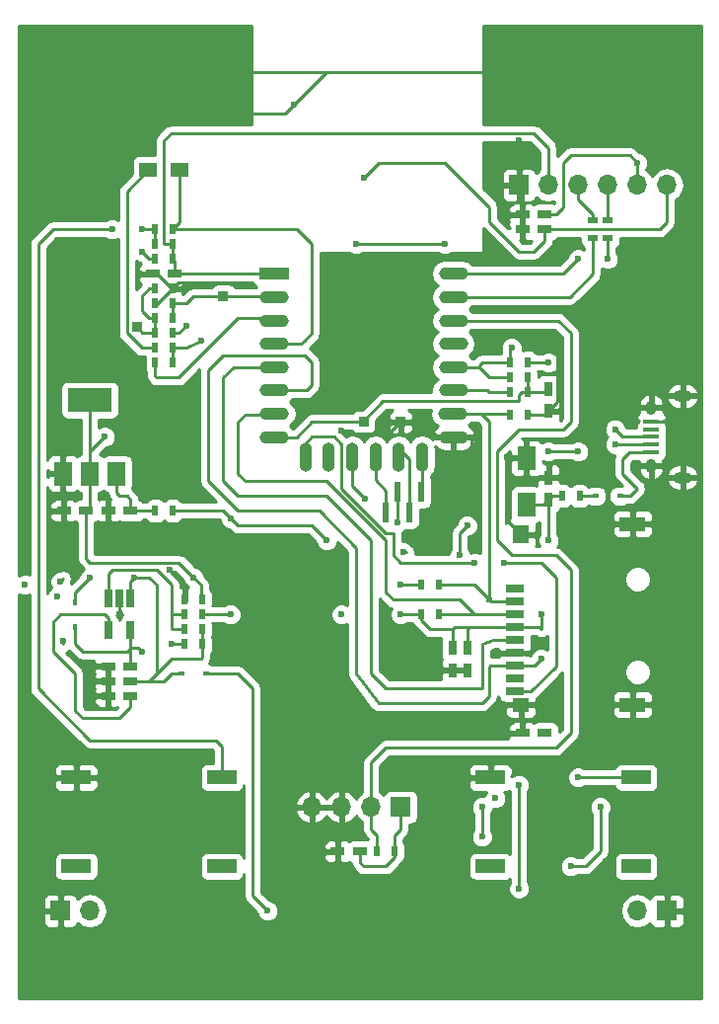
<source format=gtl>
G04 #@! TF.FileFunction,Copper,L1,Top,Signal*
%FSLAX46Y46*%
G04 Gerber Fmt 4.6, Leading zero omitted, Abs format (unit mm)*
G04 Created by KiCad (PCBNEW 4.0.6) date 01/13/18 12:32:24*
%MOMM*%
%LPD*%
G01*
G04 APERTURE LIST*
%ADD10C,0.100000*%
%ADD11R,2.200000X1.200000*%
%ADD12R,1.400000X1.600000*%
%ADD13R,1.400000X1.200000*%
%ADD14R,1.600000X0.700000*%
%ADD15R,0.750000X1.200000*%
%ADD16R,1.200000X0.750000*%
%ADD17R,1.600000X2.000000*%
%ADD18R,0.600000X0.450000*%
%ADD19R,0.450000X0.600000*%
%ADD20R,1.500000X1.300000*%
%ADD21R,1.700000X1.700000*%
%ADD22O,1.700000X1.700000*%
%ADD23R,1.350000X0.400000*%
%ADD24O,0.950000X1.250000*%
%ADD25O,1.550000X1.000000*%
%ADD26R,0.500000X0.900000*%
%ADD27R,0.900000X0.500000*%
%ADD28R,2.500000X1.200000*%
%ADD29R,0.850000X0.850000*%
%ADD30R,2.500000X1.100000*%
%ADD31O,2.500000X1.100000*%
%ADD32O,1.100000X2.500000*%
%ADD33R,0.650000X1.560000*%
%ADD34R,3.800000X2.000000*%
%ADD35R,1.500000X2.000000*%
%ADD36R,0.600000X1.750000*%
%ADD37C,0.600000*%
%ADD38C,0.250000*%
%ADD39C,0.254000*%
G04 APERTURE END LIST*
D10*
D11*
X83420000Y-68450000D03*
X83420000Y-83950000D03*
D12*
X73820000Y-69350000D03*
D13*
X73820000Y-83950000D03*
D14*
X73320000Y-82800000D03*
X73320000Y-80600000D03*
X73320000Y-81700000D03*
X73320000Y-79500000D03*
X73320000Y-78400000D03*
X73320000Y-77300000D03*
X73320000Y-74000000D03*
X73320000Y-75100000D03*
X73320000Y-76200000D03*
D15*
X69215000Y-79060000D03*
X69215000Y-80960000D03*
X67945000Y-79060000D03*
X67945000Y-80960000D03*
D16*
X75880000Y-86360000D03*
X73980000Y-86360000D03*
X44130000Y-46990000D03*
X42230000Y-46990000D03*
D15*
X76200000Y-56835000D03*
X76200000Y-58735000D03*
D16*
X40320000Y-81915000D03*
X38420000Y-81915000D03*
X40320000Y-83185000D03*
X38420000Y-83185000D03*
X40320000Y-67310000D03*
X38420000Y-67310000D03*
X40320000Y-80645000D03*
X38420000Y-80645000D03*
X36510000Y-67310000D03*
X34610000Y-67310000D03*
X75880000Y-43180000D03*
X73980000Y-43180000D03*
X75880000Y-41910000D03*
X73980000Y-41910000D03*
X60005000Y-96520000D03*
X58105000Y-96520000D03*
D15*
X76200000Y-66355000D03*
X76200000Y-64455000D03*
D17*
X74295000Y-66770000D03*
X74295000Y-62770000D03*
D18*
X44670000Y-81280000D03*
X46770000Y-81280000D03*
D19*
X35560000Y-75150000D03*
X35560000Y-77250000D03*
D18*
X80230000Y-66040000D03*
X82330000Y-66040000D03*
D20*
X44530000Y-38100000D03*
X41830000Y-38100000D03*
D21*
X63500000Y-92710000D03*
D22*
X60960000Y-92710000D03*
X58420000Y-92710000D03*
X55880000Y-92710000D03*
D21*
X73660000Y-39370000D03*
D22*
X76200000Y-39370000D03*
X78740000Y-39370000D03*
X81280000Y-39370000D03*
X83820000Y-39370000D03*
X86360000Y-39370000D03*
D21*
X34290000Y-101600000D03*
D22*
X36830000Y-101600000D03*
D21*
X86360000Y-101600000D03*
D22*
X83820000Y-101600000D03*
D23*
X85010000Y-62260000D03*
X85010000Y-61610000D03*
X85010000Y-60960000D03*
X85010000Y-60310000D03*
X85010000Y-59660000D03*
D24*
X85010000Y-63460000D03*
X85010000Y-58460000D03*
D25*
X87710000Y-64460000D03*
X87710000Y-57460000D03*
D26*
X66790000Y-76200000D03*
X65290000Y-76200000D03*
X66790000Y-73660000D03*
X65290000Y-73660000D03*
X72910000Y-59055000D03*
X74410000Y-59055000D03*
X42430000Y-54610000D03*
X43930000Y-54610000D03*
X72910000Y-55880000D03*
X74410000Y-55880000D03*
X72910000Y-57150000D03*
X74410000Y-57150000D03*
X43930000Y-45720000D03*
X42430000Y-45720000D03*
X44970000Y-77470000D03*
X46470000Y-77470000D03*
X44970000Y-76200000D03*
X46470000Y-76200000D03*
X44970000Y-78740000D03*
X46470000Y-78740000D03*
X43930000Y-67310000D03*
X42430000Y-67310000D03*
X46470000Y-74930000D03*
X44970000Y-74930000D03*
D27*
X81280000Y-43930000D03*
X81280000Y-42430000D03*
X80010000Y-43930000D03*
X80010000Y-42430000D03*
D26*
X62980000Y-96520000D03*
X61480000Y-96520000D03*
X78855000Y-66040000D03*
X77355000Y-66040000D03*
X43930000Y-53340000D03*
X42430000Y-53340000D03*
X43930000Y-43180000D03*
X42430000Y-43180000D03*
X43930000Y-44450000D03*
X42430000Y-44450000D03*
X72910000Y-54610000D03*
X74410000Y-54610000D03*
X42430000Y-52070000D03*
X43930000Y-52070000D03*
X42430000Y-50800000D03*
X43930000Y-50800000D03*
X43930000Y-49530000D03*
X42430000Y-49530000D03*
X43930000Y-48260000D03*
X42430000Y-48260000D03*
D28*
X48160000Y-97790000D03*
X35660000Y-97790000D03*
X48160000Y-90170000D03*
X35660000Y-90170000D03*
X83720000Y-97790000D03*
X71220000Y-97790000D03*
X83720000Y-90170000D03*
X71220000Y-90170000D03*
D29*
X63500000Y-59690000D03*
X48260000Y-48895000D03*
X60325000Y-59690000D03*
X40894000Y-51562000D03*
D30*
X52640000Y-46990000D03*
D31*
X52640000Y-48990000D03*
X52640000Y-50990000D03*
X52640000Y-52990000D03*
X52640000Y-54990000D03*
X52640000Y-56990000D03*
X52640000Y-58990000D03*
X52640000Y-60990000D03*
X68040000Y-60990000D03*
X67940000Y-58990000D03*
X68040000Y-56990000D03*
X68040000Y-54990000D03*
X68040000Y-52990000D03*
X68040000Y-50990000D03*
X68040000Y-48990000D03*
X68040000Y-46990000D03*
D32*
X55330000Y-62690000D03*
X57330000Y-62690000D03*
X59330000Y-62690000D03*
X61330000Y-62690000D03*
X63330000Y-62690000D03*
X65330000Y-62690000D03*
D33*
X40320000Y-74850000D03*
X39370000Y-74850000D03*
X38420000Y-74850000D03*
X38420000Y-77550000D03*
X40320000Y-77550000D03*
D34*
X36830000Y-57810000D03*
D35*
X36830000Y-64110000D03*
X39130000Y-64110000D03*
X34530000Y-64110000D03*
D36*
X65254000Y-65673000D03*
X63254000Y-65673000D03*
X64254000Y-67423000D03*
X62254000Y-67423000D03*
D37*
X34036000Y-74676000D03*
X34544000Y-78486000D03*
X34290000Y-73406000D03*
X58420000Y-76200000D03*
X63754000Y-70866000D03*
X31242000Y-73660000D03*
X71628000Y-91948000D03*
X83820000Y-37465000D03*
X75565000Y-76200000D03*
X63500000Y-76200000D03*
X63500000Y-73660000D03*
X41275000Y-45085000D03*
X41275000Y-79375000D03*
X45720000Y-73025000D03*
X46355000Y-52705000D03*
X38100000Y-60960000D03*
X58420000Y-60452000D03*
X57150000Y-48006000D03*
X50165000Y-48006000D03*
X73660000Y-35560000D03*
X77216000Y-53594000D03*
X79502000Y-53594000D03*
X42926000Y-70612000D03*
X43688000Y-72390000D03*
X38862000Y-46990000D03*
X41148000Y-46990000D03*
X72644000Y-62738000D03*
X69596000Y-63500000D03*
X80010000Y-103632000D03*
X80010000Y-100330000D03*
X38862000Y-61976000D03*
X45974000Y-66294000D03*
X45974000Y-68580000D03*
X42164000Y-33274000D03*
X69215000Y-80960000D03*
X71882000Y-79502000D03*
X54356000Y-32512000D03*
X71374000Y-33020000D03*
X57404000Y-45720000D03*
X61976000Y-46482000D03*
X36830000Y-80518000D03*
X39370000Y-76200000D03*
X60325000Y-38735000D03*
X48895000Y-67945000D03*
X43815000Y-78740000D03*
X57150000Y-69850000D03*
X76200000Y-69850000D03*
X59690000Y-44450000D03*
X67310000Y-44450000D03*
X40640000Y-73025000D03*
X36830000Y-73025000D03*
X45085000Y-51435000D03*
X52070000Y-101600000D03*
X72390000Y-71755000D03*
X69850000Y-71755000D03*
X75565000Y-80010000D03*
X71120000Y-74930000D03*
X70485000Y-95250000D03*
X70485000Y-92710000D03*
X63246000Y-68326000D03*
X60452000Y-66294000D03*
X81915000Y-61595000D03*
X81915000Y-60325000D03*
X73025000Y-53340000D03*
X73660000Y-99695000D03*
X73660000Y-90805000D03*
X68580000Y-71120000D03*
X69215000Y-68580000D03*
X48895000Y-76200000D03*
X78105000Y-97790000D03*
X80645000Y-92710000D03*
X78740000Y-62230000D03*
X76200000Y-62230000D03*
X78740000Y-45720000D03*
X81280000Y-45720000D03*
X41275000Y-43180000D03*
X38735000Y-43180000D03*
X78740000Y-90170000D03*
X76200000Y-54610000D03*
X40894000Y-51562000D03*
D38*
X34544000Y-78740000D02*
X34544000Y-78486000D01*
X34544000Y-73152000D02*
X34290000Y-73406000D01*
X64008000Y-70866000D02*
X63754000Y-70866000D01*
X74410000Y-57150000D02*
X73914000Y-57150000D01*
X61976000Y-57912000D02*
X60325000Y-59563000D01*
X73660000Y-57912000D02*
X61976000Y-57912000D01*
X73660000Y-57404000D02*
X73660000Y-57912000D01*
X73914000Y-57150000D02*
X73660000Y-57404000D01*
X60325000Y-59563000D02*
X60325000Y-59690000D01*
X75395000Y-77300000D02*
X73320000Y-77300000D01*
X75565000Y-77470000D02*
X75395000Y-77300000D01*
X75565000Y-76200000D02*
X75565000Y-77470000D01*
X65290000Y-73660000D02*
X63500000Y-73660000D01*
X63500000Y-76200000D02*
X65290000Y-76200000D01*
X65290000Y-76200000D02*
X65290000Y-76720000D01*
X66040000Y-77470000D02*
X67945000Y-77470000D01*
X65290000Y-76720000D02*
X66040000Y-77470000D01*
X42430000Y-45720000D02*
X41910000Y-45720000D01*
X41910000Y-45720000D02*
X41275000Y-45085000D01*
X36510000Y-67310000D02*
X36510000Y-71435000D01*
X44450000Y-71755000D02*
X45720000Y-73025000D01*
X36830000Y-71755000D02*
X44450000Y-71755000D01*
X36510000Y-71435000D02*
X36830000Y-71755000D01*
X40320000Y-79060000D02*
X40960000Y-79060000D01*
X40960000Y-79060000D02*
X41275000Y-79375000D01*
X46355000Y-73660000D02*
X46355000Y-74815000D01*
X45720000Y-73025000D02*
X46355000Y-73660000D01*
X46355000Y-74815000D02*
X46470000Y-74930000D01*
X43930000Y-53340000D02*
X45085000Y-53340000D01*
X45085000Y-53340000D02*
X46355000Y-52705000D01*
X36830000Y-64110000D02*
X36830000Y-62230000D01*
X36830000Y-62230000D02*
X38100000Y-60960000D01*
X75880000Y-41910000D02*
X76835000Y-41910000D01*
X83820000Y-37465000D02*
X83820000Y-39370000D01*
X83185000Y-36830000D02*
X83820000Y-37465000D01*
X78105000Y-36830000D02*
X83185000Y-36830000D01*
X77470000Y-37465000D02*
X78105000Y-36830000D01*
X77470000Y-41275000D02*
X77470000Y-37465000D01*
X76835000Y-41910000D02*
X77470000Y-41275000D01*
X53340000Y-60990000D02*
X54580000Y-60990000D01*
X54580000Y-60990000D02*
X55880000Y-59690000D01*
X55880000Y-59690000D02*
X60325000Y-59690000D01*
X40320000Y-78740000D02*
X40320000Y-79060000D01*
X35560000Y-78740000D02*
X35560000Y-77250000D01*
X36195000Y-79375000D02*
X35560000Y-78740000D01*
X40005000Y-79375000D02*
X36195000Y-79375000D01*
X40320000Y-79060000D02*
X40005000Y-79375000D01*
X40320000Y-77550000D02*
X40320000Y-78740000D01*
X40320000Y-78740000D02*
X40320000Y-80645000D01*
X36830000Y-64110000D02*
X36830000Y-57810000D01*
X36830000Y-64110000D02*
X36830000Y-66990000D01*
X36830000Y-66990000D02*
X36510000Y-67310000D01*
X43930000Y-53340000D02*
X43930000Y-54610000D01*
X63500000Y-92710000D02*
X63500000Y-94615000D01*
X62980000Y-95135000D02*
X62980000Y-96520000D01*
X63500000Y-94615000D02*
X62980000Y-95135000D01*
X60005000Y-96520000D02*
X60005000Y-97470000D01*
X62980000Y-97040000D02*
X62980000Y-96520000D01*
X62230000Y-97790000D02*
X62980000Y-97040000D01*
X60325000Y-97790000D02*
X62230000Y-97790000D01*
X60005000Y-97470000D02*
X60325000Y-97790000D01*
X74410000Y-55880000D02*
X74410000Y-57150000D01*
X74410000Y-57150000D02*
X75885000Y-57150000D01*
X75885000Y-57150000D02*
X76200000Y-56835000D01*
X69385000Y-77300000D02*
X68115000Y-77300000D01*
X67945000Y-77470000D02*
X67945000Y-79060000D01*
X68115000Y-77300000D02*
X67945000Y-77470000D01*
X73320000Y-77300000D02*
X69385000Y-77300000D01*
X69215000Y-77470000D02*
X69215000Y-79060000D01*
X69385000Y-77300000D02*
X69215000Y-77470000D01*
X62484000Y-60706000D02*
X63500000Y-59690000D01*
X58674000Y-60706000D02*
X62484000Y-60706000D01*
X58420000Y-60452000D02*
X58674000Y-60706000D01*
X50165000Y-48006000D02*
X49530000Y-48006000D01*
X57785000Y-46990000D02*
X57785000Y-47625000D01*
X57785000Y-47625000D02*
X57150000Y-48006000D01*
X44438000Y-47752000D02*
X43930000Y-48260000D01*
X49276000Y-47752000D02*
X44438000Y-47752000D01*
X49530000Y-48006000D02*
X49276000Y-47752000D01*
X73660000Y-39370000D02*
X73660000Y-35560000D01*
X74422000Y-61214000D02*
X78232000Y-61214000D01*
X74295000Y-61341000D02*
X74422000Y-61214000D01*
X74295000Y-62770000D02*
X74295000Y-61341000D01*
X76962000Y-57973000D02*
X76200000Y-58735000D01*
X76962000Y-53848000D02*
X76962000Y-57973000D01*
X77216000Y-53594000D02*
X76962000Y-53848000D01*
X79502000Y-59944000D02*
X79502000Y-53594000D01*
X78232000Y-61214000D02*
X79502000Y-59944000D01*
X44970000Y-74930000D02*
X44970000Y-73672000D01*
X42926000Y-70612000D02*
X42926000Y-69088000D01*
X44970000Y-73672000D02*
X43688000Y-72390000D01*
X42230000Y-46990000D02*
X41148000Y-46990000D01*
X34544000Y-51308000D02*
X38862000Y-46990000D01*
X34544000Y-51308000D02*
X34544000Y-55372000D01*
X34530000Y-64110000D02*
X34530000Y-60438000D01*
X34530000Y-60438000D02*
X34036000Y-59944000D01*
X34036000Y-59944000D02*
X34036000Y-55880000D01*
X34036000Y-55880000D02*
X34544000Y-55372000D01*
X39878000Y-56134000D02*
X39878000Y-61722000D01*
X34544000Y-55372000D02*
X39116000Y-55372000D01*
X39116000Y-55372000D02*
X39878000Y-56134000D01*
X67340000Y-60990000D02*
X69880000Y-60990000D01*
X69596000Y-61274000D02*
X69596000Y-63500000D01*
X69880000Y-60990000D02*
X69596000Y-61274000D01*
X80010000Y-100330000D02*
X80010000Y-103632000D01*
X72644000Y-62738000D02*
X72644000Y-68326000D01*
X72644000Y-68326000D02*
X72796000Y-68326000D01*
X72796000Y-68326000D02*
X73820000Y-69350000D01*
X38420000Y-67310000D02*
X38420000Y-68646000D01*
X41656000Y-61976000D02*
X38862000Y-61976000D01*
X45974000Y-66294000D02*
X41656000Y-61976000D01*
X45466000Y-69088000D02*
X45974000Y-68580000D01*
X38862000Y-69088000D02*
X42926000Y-69088000D01*
X42926000Y-69088000D02*
X45466000Y-69088000D01*
X38420000Y-68646000D02*
X38862000Y-69088000D01*
X49276000Y-29718000D02*
X45720000Y-29718000D01*
X57150000Y-29718000D02*
X49276000Y-29718000D01*
X45720000Y-29718000D02*
X42164000Y-33274000D01*
X74295000Y-62770000D02*
X72676000Y-62770000D01*
X72676000Y-62770000D02*
X72644000Y-62738000D01*
X85010000Y-59660000D02*
X86584000Y-59660000D01*
X86584000Y-59660000D02*
X86614000Y-59690000D01*
X42164000Y-33274000D02*
X53594000Y-33274000D01*
X53594000Y-33274000D02*
X54356000Y-32512000D01*
X73320000Y-79500000D02*
X71884000Y-79500000D01*
X71884000Y-79500000D02*
X71882000Y-79502000D01*
X57150000Y-29718000D02*
X71120000Y-29718000D01*
X71120000Y-29718000D02*
X71882000Y-30480000D01*
X71882000Y-30480000D02*
X71882000Y-32512000D01*
X71882000Y-32512000D02*
X71374000Y-33020000D01*
X54356000Y-32512000D02*
X57150000Y-29718000D01*
X39370000Y-74850000D02*
X39370000Y-76200000D01*
X42430000Y-49530000D02*
X42660000Y-49530000D01*
X42660000Y-49530000D02*
X43930000Y-48260000D01*
X42230000Y-46990000D02*
X42545000Y-46990000D01*
X42545000Y-46990000D02*
X43815000Y-48260000D01*
X43815000Y-48260000D02*
X43930000Y-48260000D01*
X73980000Y-43180000D02*
X73980000Y-41910000D01*
X73980000Y-41910000D02*
X73980000Y-39690000D01*
X73980000Y-39690000D02*
X73660000Y-39370000D01*
X67340000Y-60990000D02*
X66705000Y-60990000D01*
X65405000Y-59690000D02*
X63500000Y-59690000D01*
X66705000Y-60990000D02*
X65405000Y-59690000D01*
X74410000Y-59055000D02*
X75880000Y-59055000D01*
X75880000Y-59055000D02*
X76200000Y-58735000D01*
X75880000Y-44135000D02*
X75880000Y-43180000D01*
X74930000Y-45085000D02*
X75880000Y-44135000D01*
X73660000Y-45085000D02*
X74930000Y-45085000D01*
X71120000Y-42545000D02*
X73660000Y-45085000D01*
X71120000Y-41275000D02*
X71120000Y-42545000D01*
X67310000Y-37465000D02*
X71120000Y-41275000D01*
X61595000Y-37465000D02*
X67310000Y-37465000D01*
X60325000Y-38735000D02*
X61595000Y-37465000D01*
X44970000Y-78740000D02*
X43815000Y-78740000D01*
X75880000Y-43180000D02*
X85725000Y-43180000D01*
X85725000Y-43180000D02*
X86360000Y-42545000D01*
X86360000Y-42545000D02*
X86360000Y-39370000D01*
X43930000Y-67310000D02*
X48260000Y-67310000D01*
X48260000Y-67310000D02*
X48895000Y-67945000D01*
X48895000Y-67945000D02*
X49530000Y-68580000D01*
X55880000Y-68580000D02*
X57150000Y-69850000D01*
X49530000Y-68580000D02*
X55880000Y-68580000D01*
X76200000Y-69850000D02*
X76200000Y-66355000D01*
X77355000Y-66040000D02*
X76515000Y-66040000D01*
X76515000Y-66040000D02*
X76200000Y-66355000D01*
X74295000Y-66770000D02*
X75785000Y-66770000D01*
X75785000Y-66770000D02*
X76200000Y-66355000D01*
X67310000Y-44450000D02*
X59690000Y-44450000D01*
X43930000Y-44450000D02*
X43180000Y-44450000D01*
X76200000Y-36195000D02*
X76200000Y-39370000D01*
X74930000Y-34925000D02*
X76200000Y-36195000D01*
X43815000Y-34925000D02*
X74930000Y-34925000D01*
X43180000Y-35560000D02*
X43815000Y-34925000D01*
X43180000Y-44450000D02*
X43180000Y-35560000D01*
X43930000Y-44450000D02*
X43930000Y-45720000D01*
X43930000Y-45720000D02*
X44130000Y-45920000D01*
X44130000Y-45920000D02*
X44130000Y-46990000D01*
X44130000Y-46990000D02*
X53340000Y-46990000D01*
X35560000Y-75150000D02*
X35560000Y-74295000D01*
X35560000Y-74295000D02*
X36830000Y-73025000D01*
X40320000Y-74850000D02*
X40320000Y-73345000D01*
X42545000Y-81280000D02*
X41910000Y-81915000D01*
X42545000Y-73660000D02*
X42545000Y-81280000D01*
X41910000Y-73025000D02*
X42545000Y-73660000D01*
X40640000Y-73025000D02*
X41910000Y-73025000D01*
X40320000Y-73345000D02*
X40640000Y-73025000D01*
X46470000Y-78740000D02*
X46470000Y-77470000D01*
X46470000Y-78740000D02*
X46470000Y-79895000D01*
X43815000Y-80010000D02*
X41910000Y-81915000D01*
X46355000Y-80010000D02*
X43815000Y-80010000D01*
X46470000Y-79895000D02*
X46355000Y-80010000D01*
X40320000Y-81915000D02*
X41910000Y-81915000D01*
X41910000Y-81915000D02*
X43180000Y-81915000D01*
X43815000Y-81280000D02*
X44670000Y-81280000D01*
X43180000Y-81915000D02*
X43815000Y-81280000D01*
X38420000Y-77550000D02*
X38420000Y-76520000D01*
X40320000Y-84140000D02*
X40320000Y-83185000D01*
X39370000Y-85090000D02*
X40320000Y-84140000D01*
X36195000Y-85090000D02*
X39370000Y-85090000D01*
X35560000Y-84455000D02*
X36195000Y-85090000D01*
X35560000Y-81280000D02*
X35560000Y-84455000D01*
X33655000Y-79375000D02*
X35560000Y-81280000D01*
X33655000Y-76835000D02*
X33655000Y-79375000D01*
X34290000Y-76200000D02*
X33655000Y-76835000D01*
X38100000Y-76200000D02*
X34290000Y-76200000D01*
X38420000Y-76520000D02*
X38100000Y-76200000D01*
X40320000Y-67310000D02*
X42430000Y-67310000D01*
X40320000Y-67310000D02*
X40320000Y-66355000D01*
X39130000Y-65800000D02*
X39130000Y-64110000D01*
X39370000Y-66040000D02*
X39130000Y-65800000D01*
X40005000Y-66040000D02*
X39370000Y-66040000D01*
X40320000Y-66355000D02*
X40005000Y-66040000D01*
X43930000Y-52070000D02*
X44450000Y-52070000D01*
X44450000Y-52070000D02*
X45085000Y-51435000D01*
X46770000Y-81280000D02*
X49530000Y-81280000D01*
X50800000Y-100330000D02*
X52070000Y-101600000D01*
X50800000Y-82550000D02*
X50800000Y-100330000D01*
X49530000Y-81280000D02*
X50800000Y-82550000D01*
X80230000Y-66040000D02*
X78855000Y-66040000D01*
X85010000Y-62260000D02*
X83155000Y-62260000D01*
X83185000Y-66040000D02*
X82330000Y-66040000D01*
X83820000Y-65405000D02*
X83185000Y-66040000D01*
X82550000Y-64135000D02*
X83820000Y-65405000D01*
X82550000Y-62865000D02*
X82550000Y-64135000D01*
X83155000Y-62260000D02*
X82550000Y-62865000D01*
X53340000Y-52990000D02*
X54960000Y-52990000D01*
X54610000Y-43180000D02*
X55880000Y-44450000D01*
X55880000Y-44450000D02*
X55880000Y-52070000D01*
X55880000Y-52070000D02*
X55245000Y-52705000D01*
X54610000Y-43180000D02*
X43930000Y-43180000D01*
X54960000Y-52990000D02*
X55245000Y-52705000D01*
X44530000Y-38100000D02*
X44530000Y-42580000D01*
X44530000Y-42580000D02*
X43930000Y-43180000D01*
X42430000Y-53340000D02*
X41275000Y-53340000D01*
X40005000Y-39925000D02*
X41830000Y-38100000D01*
X40005000Y-52070000D02*
X40005000Y-39925000D01*
X41275000Y-53340000D02*
X40005000Y-52070000D01*
X60960000Y-92710000D02*
X60960000Y-88900000D01*
X77025000Y-50990000D02*
X67340000Y-50990000D01*
X78105000Y-52070000D02*
X77025000Y-50990000D01*
X78105000Y-59690000D02*
X78105000Y-52070000D01*
X77470000Y-60325000D02*
X78105000Y-59690000D01*
X73660000Y-60325000D02*
X77470000Y-60325000D01*
X71755000Y-62230000D02*
X73660000Y-60325000D01*
X71755000Y-69850000D02*
X71755000Y-62230000D01*
X73025000Y-71120000D02*
X71755000Y-69850000D01*
X76835000Y-71120000D02*
X73025000Y-71120000D01*
X78105000Y-72390000D02*
X76835000Y-71120000D01*
X78105000Y-86360000D02*
X78105000Y-72390000D01*
X76835000Y-87630000D02*
X78105000Y-86360000D01*
X62230000Y-87630000D02*
X76835000Y-87630000D01*
X60960000Y-88900000D02*
X62230000Y-87630000D01*
X60960000Y-92710000D02*
X60960000Y-94615000D01*
X61480000Y-95135000D02*
X61480000Y-96520000D01*
X60960000Y-94615000D02*
X61480000Y-95135000D01*
X62865000Y-69215000D02*
X62231398Y-69215000D01*
X74680000Y-82800000D02*
X76835000Y-80645000D01*
X76835000Y-80645000D02*
X76835000Y-73025000D01*
X76835000Y-73025000D02*
X75565000Y-71755000D01*
X75565000Y-71755000D02*
X72390000Y-71755000D01*
X69850000Y-71755000D02*
X63500000Y-71755000D01*
X63500000Y-71755000D02*
X62865000Y-71120000D01*
X62865000Y-71120000D02*
X62865000Y-69215000D01*
X73320000Y-82800000D02*
X74680000Y-82800000D01*
X55880000Y-60960000D02*
X55330000Y-61510000D01*
X57785000Y-60960000D02*
X55880000Y-60960000D01*
X58420000Y-61595000D02*
X57785000Y-60960000D01*
X58420000Y-65403602D02*
X58420000Y-61595000D01*
X62231398Y-69215000D02*
X58420000Y-65403602D01*
X55330000Y-61510000D02*
X55330000Y-61990000D01*
X73320000Y-80600000D02*
X74975000Y-80600000D01*
X74975000Y-80600000D02*
X75565000Y-80010000D01*
X73320000Y-80600000D02*
X71165000Y-80600000D01*
X55405000Y-56990000D02*
X53340000Y-56990000D01*
X55880000Y-56515000D02*
X55405000Y-56990000D01*
X55880000Y-54610000D02*
X55880000Y-56515000D01*
X55245000Y-53975000D02*
X55880000Y-54610000D01*
X48260000Y-53975000D02*
X55245000Y-53975000D01*
X46990000Y-55245000D02*
X48260000Y-53975000D01*
X46990000Y-64770000D02*
X46990000Y-55245000D01*
X49530000Y-67310000D02*
X46990000Y-64770000D01*
X56515000Y-67310000D02*
X49530000Y-67310000D01*
X59690000Y-70485000D02*
X56515000Y-67310000D01*
X59690000Y-81280000D02*
X59690000Y-70485000D01*
X61595000Y-83820000D02*
X59690000Y-81280000D01*
X70485000Y-83820000D02*
X61595000Y-83820000D01*
X71120000Y-83185000D02*
X70485000Y-83820000D01*
X71120000Y-80645000D02*
X71120000Y-83185000D01*
X71165000Y-80600000D02*
X71120000Y-80645000D01*
X49150000Y-54990000D02*
X53340000Y-54990000D01*
X48260000Y-55880000D02*
X49150000Y-54990000D01*
X48260000Y-64770000D02*
X48260000Y-55880000D01*
X49530000Y-66040000D02*
X48260000Y-64770000D01*
X57150000Y-66040000D02*
X49530000Y-66040000D01*
X60960000Y-69850000D02*
X57150000Y-66040000D01*
X60960000Y-81280000D02*
X60960000Y-69850000D01*
X62230000Y-82550000D02*
X60960000Y-81280000D01*
X70485000Y-82550000D02*
X62230000Y-82550000D01*
X70485000Y-78740000D02*
X70485000Y-82550000D01*
X71460000Y-78400000D02*
X70485000Y-78740000D01*
X73320000Y-78400000D02*
X71460000Y-78400000D01*
X70485000Y-92710000D02*
X70485000Y-95250000D01*
X70420000Y-58990000D02*
X72845000Y-58990000D01*
X72845000Y-58990000D02*
X72910000Y-59055000D01*
X71120000Y-74930000D02*
X71120000Y-59690000D01*
X70420000Y-58990000D02*
X67340000Y-58990000D01*
X71120000Y-59690000D02*
X70420000Y-58990000D01*
X73320000Y-75100000D02*
X71290000Y-75100000D01*
X69850000Y-73660000D02*
X66675000Y-73660000D01*
X71290000Y-75100000D02*
X71120000Y-74930000D01*
X71120000Y-74930000D02*
X69850000Y-73660000D01*
X66675000Y-73660000D02*
X66790000Y-73660000D01*
X49530000Y-64135000D02*
X49530000Y-59690000D01*
X68580000Y-74930000D02*
X62865000Y-74930000D01*
X62865000Y-74930000D02*
X62230000Y-74295000D01*
X62230000Y-74295000D02*
X62230000Y-69850000D01*
X62230000Y-69850000D02*
X57150000Y-64770000D01*
X57150000Y-64770000D02*
X50165000Y-64770000D01*
X50165000Y-64770000D02*
X49530000Y-64135000D01*
X69850000Y-76200000D02*
X68580000Y-74930000D01*
X50165000Y-59055000D02*
X53275000Y-59055000D01*
X49530000Y-59690000D02*
X50165000Y-59055000D01*
X53275000Y-59055000D02*
X53340000Y-58990000D01*
X73320000Y-76200000D02*
X69850000Y-76200000D01*
X69850000Y-76200000D02*
X66790000Y-76200000D01*
X65330000Y-61990000D02*
X65330000Y-65597000D01*
X65330000Y-65597000D02*
X65254000Y-65673000D01*
X65330000Y-61990000D02*
X65330000Y-63806000D01*
X64254000Y-67423000D02*
X64254000Y-62914000D01*
X64254000Y-62914000D02*
X63330000Y-61990000D01*
X59330000Y-61990000D02*
X59330000Y-65172000D01*
X63254000Y-68318000D02*
X63254000Y-65673000D01*
X63246000Y-68326000D02*
X63254000Y-68318000D01*
X59330000Y-65172000D02*
X60452000Y-66294000D01*
X62254000Y-67423000D02*
X62254000Y-65556000D01*
X61330000Y-64632000D02*
X61330000Y-61990000D01*
X62254000Y-65556000D02*
X61330000Y-64632000D01*
X78740000Y-39370000D02*
X78740000Y-40640000D01*
X80010000Y-41910000D02*
X80010000Y-42430000D01*
X78740000Y-40640000D02*
X80010000Y-41910000D01*
X81280000Y-42430000D02*
X81280000Y-39370000D01*
X81930000Y-61610000D02*
X81915000Y-61595000D01*
X81930000Y-61610000D02*
X85010000Y-61610000D01*
X85010000Y-60960000D02*
X82550000Y-60960000D01*
X82550000Y-60960000D02*
X81915000Y-60325000D01*
X72910000Y-54610000D02*
X72910000Y-53455000D01*
X72910000Y-53455000D02*
X73025000Y-53340000D01*
X70230000Y-54990000D02*
X70230000Y-54865000D01*
X70485000Y-54610000D02*
X72910000Y-54610000D01*
X70230000Y-54865000D02*
X70485000Y-54610000D01*
X67340000Y-54990000D02*
X70230000Y-54990000D01*
X71120000Y-55880000D02*
X72910000Y-55880000D01*
X70230000Y-54990000D02*
X71120000Y-55880000D01*
X42430000Y-54610000D02*
X42430000Y-55765000D01*
X49530000Y-50800000D02*
X53150000Y-50800000D01*
X44450000Y-55880000D02*
X49530000Y-50800000D01*
X42545000Y-55880000D02*
X44450000Y-55880000D01*
X42430000Y-55765000D02*
X42545000Y-55880000D01*
X53150000Y-50800000D02*
X53340000Y-50990000D01*
X73660000Y-90805000D02*
X73660000Y-99695000D01*
X68580000Y-69215000D02*
X68580000Y-71120000D01*
X69215000Y-68580000D02*
X68580000Y-69215000D01*
X67340000Y-56990000D02*
X70960000Y-56990000D01*
X71120000Y-57150000D02*
X72910000Y-57150000D01*
X70960000Y-56990000D02*
X71120000Y-57150000D01*
X44970000Y-76200000D02*
X43815000Y-76200000D01*
X38420000Y-74850000D02*
X38420000Y-72705000D01*
X43815000Y-77470000D02*
X44970000Y-77470000D01*
X43815000Y-73660000D02*
X43815000Y-76200000D01*
X43815000Y-76200000D02*
X43815000Y-77470000D01*
X42545000Y-72390000D02*
X43815000Y-73660000D01*
X38735000Y-72390000D02*
X42545000Y-72390000D01*
X38420000Y-72705000D02*
X38735000Y-72390000D01*
X48895000Y-76200000D02*
X46470000Y-76200000D01*
X79375000Y-97790000D02*
X78105000Y-97790000D01*
X80645000Y-96520000D02*
X79375000Y-97790000D01*
X80645000Y-92710000D02*
X80645000Y-96520000D01*
X76200000Y-62230000D02*
X78740000Y-62230000D01*
X81280000Y-43930000D02*
X81280000Y-45720000D01*
X77470000Y-46990000D02*
X67340000Y-46990000D01*
X78740000Y-45720000D02*
X77470000Y-46990000D01*
X80010000Y-43930000D02*
X80010000Y-46990000D01*
X78010000Y-48990000D02*
X67340000Y-48990000D01*
X80010000Y-46990000D02*
X78010000Y-48990000D01*
X48160000Y-90170000D02*
X48160000Y-87530000D01*
X41275000Y-43180000D02*
X42430000Y-43180000D01*
X33655000Y-43180000D02*
X38735000Y-43180000D01*
X32385000Y-44450000D02*
X33655000Y-43180000D01*
X32385000Y-82550000D02*
X32385000Y-44450000D01*
X36830000Y-86995000D02*
X32385000Y-82550000D01*
X47625000Y-86995000D02*
X36830000Y-86995000D01*
X48160000Y-87530000D02*
X47625000Y-86995000D01*
X42430000Y-44450000D02*
X42430000Y-43180000D01*
X74410000Y-54610000D02*
X76200000Y-54610000D01*
X78740000Y-90170000D02*
X83720000Y-90170000D01*
X40894000Y-51562000D02*
X41275000Y-52070000D01*
X41275000Y-52070000D02*
X42430000Y-52070000D01*
X42430000Y-48260000D02*
X41910000Y-48260000D01*
X41910000Y-50800000D02*
X42430000Y-50800000D01*
X41275000Y-50165000D02*
X41910000Y-50800000D01*
X41275000Y-48895000D02*
X41275000Y-50165000D01*
X41910000Y-48260000D02*
X41275000Y-48895000D01*
X42430000Y-50800000D02*
X42430000Y-52070000D01*
X48260000Y-48895000D02*
X53245000Y-48895000D01*
X53245000Y-48895000D02*
X53340000Y-48990000D01*
X43930000Y-49530000D02*
X45085000Y-49530000D01*
X45720000Y-48895000D02*
X48260000Y-48895000D01*
X45085000Y-49530000D02*
X45720000Y-48895000D01*
X43930000Y-50800000D02*
X43930000Y-49530000D01*
D39*
G36*
X89290000Y-109093000D02*
X30710000Y-109093000D01*
X30710000Y-101885750D01*
X32805000Y-101885750D01*
X32805000Y-102576309D01*
X32901673Y-102809698D01*
X33080301Y-102988327D01*
X33313690Y-103085000D01*
X34004250Y-103085000D01*
X34163000Y-102926250D01*
X34163000Y-101727000D01*
X32963750Y-101727000D01*
X32805000Y-101885750D01*
X30710000Y-101885750D01*
X30710000Y-100623691D01*
X32805000Y-100623691D01*
X32805000Y-101314250D01*
X32963750Y-101473000D01*
X34163000Y-101473000D01*
X34163000Y-100273750D01*
X34417000Y-100273750D01*
X34417000Y-101473000D01*
X34437000Y-101473000D01*
X34437000Y-101727000D01*
X34417000Y-101727000D01*
X34417000Y-102926250D01*
X34575750Y-103085000D01*
X35266310Y-103085000D01*
X35499699Y-102988327D01*
X35678327Y-102809698D01*
X35750597Y-102635223D01*
X35779946Y-102679147D01*
X36261715Y-103001054D01*
X36830000Y-103114093D01*
X37398285Y-103001054D01*
X37880054Y-102679147D01*
X38201961Y-102197378D01*
X38315000Y-101629093D01*
X38315000Y-101570907D01*
X38201961Y-101002622D01*
X37880054Y-100520853D01*
X37398285Y-100198946D01*
X36830000Y-100085907D01*
X36261715Y-100198946D01*
X35779946Y-100520853D01*
X35750597Y-100564777D01*
X35678327Y-100390302D01*
X35499699Y-100211673D01*
X35266310Y-100115000D01*
X34575750Y-100115000D01*
X34417000Y-100273750D01*
X34163000Y-100273750D01*
X34004250Y-100115000D01*
X33313690Y-100115000D01*
X33080301Y-100211673D01*
X32901673Y-100390302D01*
X32805000Y-100623691D01*
X30710000Y-100623691D01*
X30710000Y-97190000D01*
X33762560Y-97190000D01*
X33762560Y-98390000D01*
X33806838Y-98625317D01*
X33945910Y-98841441D01*
X34158110Y-98986431D01*
X34410000Y-99037440D01*
X36910000Y-99037440D01*
X37145317Y-98993162D01*
X37361441Y-98854090D01*
X37506431Y-98641890D01*
X37557440Y-98390000D01*
X37557440Y-97190000D01*
X37513162Y-96954683D01*
X37374090Y-96738559D01*
X37161890Y-96593569D01*
X36910000Y-96542560D01*
X34410000Y-96542560D01*
X34174683Y-96586838D01*
X33958559Y-96725910D01*
X33813569Y-96938110D01*
X33762560Y-97190000D01*
X30710000Y-97190000D01*
X30710000Y-90455750D01*
X33775000Y-90455750D01*
X33775000Y-90896310D01*
X33871673Y-91129699D01*
X34050302Y-91308327D01*
X34283691Y-91405000D01*
X35374250Y-91405000D01*
X35533000Y-91246250D01*
X35533000Y-90297000D01*
X35787000Y-90297000D01*
X35787000Y-91246250D01*
X35945750Y-91405000D01*
X37036309Y-91405000D01*
X37269698Y-91308327D01*
X37448327Y-91129699D01*
X37545000Y-90896310D01*
X37545000Y-90455750D01*
X37386250Y-90297000D01*
X35787000Y-90297000D01*
X35533000Y-90297000D01*
X33933750Y-90297000D01*
X33775000Y-90455750D01*
X30710000Y-90455750D01*
X30710000Y-89443690D01*
X33775000Y-89443690D01*
X33775000Y-89884250D01*
X33933750Y-90043000D01*
X35533000Y-90043000D01*
X35533000Y-89093750D01*
X35787000Y-89093750D01*
X35787000Y-90043000D01*
X37386250Y-90043000D01*
X37545000Y-89884250D01*
X37545000Y-89443690D01*
X37448327Y-89210301D01*
X37269698Y-89031673D01*
X37036309Y-88935000D01*
X35945750Y-88935000D01*
X35787000Y-89093750D01*
X35533000Y-89093750D01*
X35374250Y-88935000D01*
X34283691Y-88935000D01*
X34050302Y-89031673D01*
X33871673Y-89210301D01*
X33775000Y-89443690D01*
X30710000Y-89443690D01*
X30710000Y-74450516D01*
X30711673Y-74452192D01*
X31055201Y-74594838D01*
X31427167Y-74595162D01*
X31625000Y-74513419D01*
X31625000Y-82550000D01*
X31682852Y-82840839D01*
X31847599Y-83087401D01*
X36292599Y-87532401D01*
X36539160Y-87697148D01*
X36830000Y-87755000D01*
X47310198Y-87755000D01*
X47400000Y-87844802D01*
X47400000Y-88922560D01*
X46910000Y-88922560D01*
X46674683Y-88966838D01*
X46458559Y-89105910D01*
X46313569Y-89318110D01*
X46262560Y-89570000D01*
X46262560Y-90770000D01*
X46306838Y-91005317D01*
X46445910Y-91221441D01*
X46658110Y-91366431D01*
X46910000Y-91417440D01*
X49410000Y-91417440D01*
X49645317Y-91373162D01*
X49861441Y-91234090D01*
X50006431Y-91021890D01*
X50040000Y-90856121D01*
X50040000Y-97097315D01*
X50013162Y-96954683D01*
X49874090Y-96738559D01*
X49661890Y-96593569D01*
X49410000Y-96542560D01*
X46910000Y-96542560D01*
X46674683Y-96586838D01*
X46458559Y-96725910D01*
X46313569Y-96938110D01*
X46262560Y-97190000D01*
X46262560Y-98390000D01*
X46306838Y-98625317D01*
X46445910Y-98841441D01*
X46658110Y-98986431D01*
X46910000Y-99037440D01*
X49410000Y-99037440D01*
X49645317Y-98993162D01*
X49861441Y-98854090D01*
X50006431Y-98641890D01*
X50040000Y-98476121D01*
X50040000Y-100330000D01*
X50097852Y-100620839D01*
X50262599Y-100867401D01*
X51134878Y-101739680D01*
X51134838Y-101785167D01*
X51276883Y-102128943D01*
X51539673Y-102392192D01*
X51883201Y-102534838D01*
X52255167Y-102535162D01*
X52598943Y-102393117D01*
X52862192Y-102130327D01*
X53004838Y-101786799D01*
X53005026Y-101570907D01*
X82335000Y-101570907D01*
X82335000Y-101629093D01*
X82448039Y-102197378D01*
X82769946Y-102679147D01*
X83251715Y-103001054D01*
X83820000Y-103114093D01*
X84388285Y-103001054D01*
X84870054Y-102679147D01*
X84899403Y-102635223D01*
X84971673Y-102809698D01*
X85150301Y-102988327D01*
X85383690Y-103085000D01*
X86074250Y-103085000D01*
X86233000Y-102926250D01*
X86233000Y-101727000D01*
X86487000Y-101727000D01*
X86487000Y-102926250D01*
X86645750Y-103085000D01*
X87336310Y-103085000D01*
X87569699Y-102988327D01*
X87748327Y-102809698D01*
X87845000Y-102576309D01*
X87845000Y-101885750D01*
X87686250Y-101727000D01*
X86487000Y-101727000D01*
X86233000Y-101727000D01*
X86213000Y-101727000D01*
X86213000Y-101473000D01*
X86233000Y-101473000D01*
X86233000Y-100273750D01*
X86487000Y-100273750D01*
X86487000Y-101473000D01*
X87686250Y-101473000D01*
X87845000Y-101314250D01*
X87845000Y-100623691D01*
X87748327Y-100390302D01*
X87569699Y-100211673D01*
X87336310Y-100115000D01*
X86645750Y-100115000D01*
X86487000Y-100273750D01*
X86233000Y-100273750D01*
X86074250Y-100115000D01*
X85383690Y-100115000D01*
X85150301Y-100211673D01*
X84971673Y-100390302D01*
X84899403Y-100564777D01*
X84870054Y-100520853D01*
X84388285Y-100198946D01*
X83820000Y-100085907D01*
X83251715Y-100198946D01*
X82769946Y-100520853D01*
X82448039Y-101002622D01*
X82335000Y-101570907D01*
X53005026Y-101570907D01*
X53005162Y-101414833D01*
X52863117Y-101071057D01*
X52600327Y-100807808D01*
X52256799Y-100665162D01*
X52209923Y-100665121D01*
X51560000Y-100015198D01*
X51560000Y-96805750D01*
X56870000Y-96805750D01*
X56870000Y-97021310D01*
X56966673Y-97254699D01*
X57145302Y-97433327D01*
X57378691Y-97530000D01*
X57819250Y-97530000D01*
X57978000Y-97371250D01*
X57978000Y-96647000D01*
X57028750Y-96647000D01*
X56870000Y-96805750D01*
X51560000Y-96805750D01*
X51560000Y-96018690D01*
X56870000Y-96018690D01*
X56870000Y-96234250D01*
X57028750Y-96393000D01*
X57978000Y-96393000D01*
X57978000Y-95668750D01*
X57819250Y-95510000D01*
X57378691Y-95510000D01*
X57145302Y-95606673D01*
X56966673Y-95785301D01*
X56870000Y-96018690D01*
X51560000Y-96018690D01*
X51560000Y-93066892D01*
X54438514Y-93066892D01*
X54684817Y-93591358D01*
X55113076Y-93981645D01*
X55523110Y-94151476D01*
X55753000Y-94030155D01*
X55753000Y-92837000D01*
X56007000Y-92837000D01*
X56007000Y-94030155D01*
X56236890Y-94151476D01*
X56646924Y-93981645D01*
X57075183Y-93591358D01*
X57150000Y-93432046D01*
X57224817Y-93591358D01*
X57653076Y-93981645D01*
X58063110Y-94151476D01*
X58293000Y-94030155D01*
X58293000Y-92837000D01*
X56007000Y-92837000D01*
X55753000Y-92837000D01*
X54559181Y-92837000D01*
X54438514Y-93066892D01*
X51560000Y-93066892D01*
X51560000Y-92353108D01*
X54438514Y-92353108D01*
X54559181Y-92583000D01*
X55753000Y-92583000D01*
X55753000Y-91389845D01*
X56007000Y-91389845D01*
X56007000Y-92583000D01*
X58293000Y-92583000D01*
X58293000Y-91389845D01*
X58063110Y-91268524D01*
X57653076Y-91438355D01*
X57224817Y-91828642D01*
X57150000Y-91987954D01*
X57075183Y-91828642D01*
X56646924Y-91438355D01*
X56236890Y-91268524D01*
X56007000Y-91389845D01*
X55753000Y-91389845D01*
X55523110Y-91268524D01*
X55113076Y-91438355D01*
X54684817Y-91828642D01*
X54438514Y-92353108D01*
X51560000Y-92353108D01*
X51560000Y-85858690D01*
X72745000Y-85858690D01*
X72745000Y-86074250D01*
X72903750Y-86233000D01*
X73853000Y-86233000D01*
X73853000Y-85508750D01*
X73694250Y-85350000D01*
X73253691Y-85350000D01*
X73020302Y-85446673D01*
X72841673Y-85625301D01*
X72745000Y-85858690D01*
X51560000Y-85858690D01*
X51560000Y-82550000D01*
X51540586Y-82452401D01*
X51502148Y-82259160D01*
X51337401Y-82012599D01*
X50067401Y-80742599D01*
X49820839Y-80577852D01*
X49530000Y-80520000D01*
X47411797Y-80520000D01*
X47321890Y-80458569D01*
X47070000Y-80407560D01*
X47023999Y-80407560D01*
X47172148Y-80185839D01*
X47230000Y-79895000D01*
X47230000Y-79568386D01*
X47316431Y-79441890D01*
X47367440Y-79190000D01*
X47367440Y-78290000D01*
X47331352Y-78098208D01*
X47367440Y-77920000D01*
X47367440Y-77020000D01*
X47356150Y-76960000D01*
X48332537Y-76960000D01*
X48364673Y-76992192D01*
X48708201Y-77134838D01*
X49080167Y-77135162D01*
X49423943Y-76993117D01*
X49687192Y-76730327D01*
X49829838Y-76386799D01*
X49830162Y-76014833D01*
X49688117Y-75671057D01*
X49425327Y-75407808D01*
X49081799Y-75265162D01*
X48709833Y-75264838D01*
X48366057Y-75406883D01*
X48332882Y-75440000D01*
X47355290Y-75440000D01*
X47367440Y-75380000D01*
X47367440Y-74480000D01*
X47323162Y-74244683D01*
X47184090Y-74028559D01*
X47115000Y-73981352D01*
X47115000Y-73660000D01*
X47057148Y-73369161D01*
X46892401Y-73122599D01*
X46655122Y-72885320D01*
X46655162Y-72839833D01*
X46513117Y-72496057D01*
X46250327Y-72232808D01*
X45906799Y-72090162D01*
X45859923Y-72090121D01*
X44987401Y-71217599D01*
X44740839Y-71052852D01*
X44450000Y-70995000D01*
X37270000Y-70995000D01*
X37270000Y-68302334D01*
X37345317Y-68288162D01*
X37454731Y-68217756D01*
X37460302Y-68223327D01*
X37693691Y-68320000D01*
X38134250Y-68320000D01*
X38293000Y-68161250D01*
X38293000Y-67437000D01*
X38273000Y-67437000D01*
X38273000Y-67183000D01*
X38293000Y-67183000D01*
X38293000Y-66458750D01*
X38134250Y-66300000D01*
X37693691Y-66300000D01*
X37590000Y-66342950D01*
X37590000Y-65755558D01*
X37815317Y-65713162D01*
X37981477Y-65606241D01*
X38128110Y-65706431D01*
X38370000Y-65755415D01*
X38370000Y-65800000D01*
X38427852Y-66090839D01*
X38592599Y-66337401D01*
X38630474Y-66375276D01*
X38547000Y-66458750D01*
X38547000Y-67183000D01*
X38567000Y-67183000D01*
X38567000Y-67437000D01*
X38547000Y-67437000D01*
X38547000Y-68161250D01*
X38705750Y-68320000D01*
X39146309Y-68320000D01*
X39379698Y-68223327D01*
X39381068Y-68221957D01*
X39468110Y-68281431D01*
X39720000Y-68332440D01*
X40920000Y-68332440D01*
X41155317Y-68288162D01*
X41371441Y-68149090D01*
X41425481Y-68070000D01*
X41624895Y-68070000D01*
X41715910Y-68211441D01*
X41928110Y-68356431D01*
X42180000Y-68407440D01*
X42680000Y-68407440D01*
X42915317Y-68363162D01*
X43131441Y-68224090D01*
X43179134Y-68154289D01*
X43215910Y-68211441D01*
X43428110Y-68356431D01*
X43680000Y-68407440D01*
X44180000Y-68407440D01*
X44415317Y-68363162D01*
X44631441Y-68224090D01*
X44736726Y-68070000D01*
X47945198Y-68070000D01*
X47959878Y-68084680D01*
X47959838Y-68130167D01*
X48101883Y-68473943D01*
X48364673Y-68737192D01*
X48708201Y-68879838D01*
X48755077Y-68879879D01*
X48992599Y-69117401D01*
X49239161Y-69282148D01*
X49530000Y-69340000D01*
X55565198Y-69340000D01*
X56214878Y-69989680D01*
X56214838Y-70035167D01*
X56356883Y-70378943D01*
X56619673Y-70642192D01*
X56963201Y-70784838D01*
X57335167Y-70785162D01*
X57678943Y-70643117D01*
X57942192Y-70380327D01*
X58084838Y-70036799D01*
X58084910Y-69954712D01*
X58930000Y-70799802D01*
X58930000Y-75399367D01*
X58606799Y-75265162D01*
X58234833Y-75264838D01*
X57891057Y-75406883D01*
X57627808Y-75669673D01*
X57485162Y-76013201D01*
X57484838Y-76385167D01*
X57626883Y-76728943D01*
X57889673Y-76992192D01*
X58233201Y-77134838D01*
X58605167Y-77135162D01*
X58930000Y-77000944D01*
X58930000Y-81280000D01*
X58948592Y-81373466D01*
X58953778Y-81468618D01*
X58977258Y-81517582D01*
X58987852Y-81570839D01*
X59040793Y-81650072D01*
X59082000Y-81736000D01*
X60987000Y-84276000D01*
X61027431Y-84312251D01*
X61057599Y-84357401D01*
X61136834Y-84410344D01*
X61207785Y-84473960D01*
X61259010Y-84491979D01*
X61304161Y-84522148D01*
X61397627Y-84540740D01*
X61487520Y-84572361D01*
X61541740Y-84569406D01*
X61595000Y-84580000D01*
X70485000Y-84580000D01*
X70775839Y-84522148D01*
X71022401Y-84357401D01*
X71144052Y-84235750D01*
X72485000Y-84235750D01*
X72485000Y-84676309D01*
X72581673Y-84909698D01*
X72760301Y-85088327D01*
X72993690Y-85185000D01*
X73534250Y-85185000D01*
X73693000Y-85026250D01*
X73693000Y-84077000D01*
X73947000Y-84077000D01*
X73947000Y-85026250D01*
X74105750Y-85185000D01*
X74646310Y-85185000D01*
X74879699Y-85088327D01*
X75058327Y-84909698D01*
X75155000Y-84676309D01*
X75155000Y-84235750D01*
X74996250Y-84077000D01*
X73947000Y-84077000D01*
X73693000Y-84077000D01*
X72643750Y-84077000D01*
X72485000Y-84235750D01*
X71144052Y-84235750D01*
X71657401Y-83722401D01*
X71822148Y-83475839D01*
X71879561Y-83187207D01*
X71916838Y-83385317D01*
X72055910Y-83601441D01*
X72268110Y-83746431D01*
X72520000Y-83797440D01*
X72618190Y-83797440D01*
X72643750Y-83823000D01*
X73693000Y-83823000D01*
X73693000Y-83803000D01*
X73947000Y-83803000D01*
X73947000Y-83823000D01*
X74996250Y-83823000D01*
X75155000Y-83664250D01*
X75155000Y-83379096D01*
X75217401Y-83337401D01*
X77345000Y-81209802D01*
X77345000Y-86045198D01*
X77127440Y-86262758D01*
X77127440Y-85985000D01*
X77083162Y-85749683D01*
X76944090Y-85533559D01*
X76731890Y-85388569D01*
X76480000Y-85337560D01*
X75280000Y-85337560D01*
X75044683Y-85381838D01*
X74941354Y-85448329D01*
X74939698Y-85446673D01*
X74706309Y-85350000D01*
X74265750Y-85350000D01*
X74107000Y-85508750D01*
X74107000Y-86233000D01*
X74127000Y-86233000D01*
X74127000Y-86487000D01*
X74107000Y-86487000D01*
X74107000Y-86507000D01*
X73853000Y-86507000D01*
X73853000Y-86487000D01*
X72903750Y-86487000D01*
X72745000Y-86645750D01*
X72745000Y-86861310D01*
X72748600Y-86870000D01*
X62230000Y-86870000D01*
X61939160Y-86927852D01*
X61692599Y-87092599D01*
X60422599Y-88362599D01*
X60257852Y-88609161D01*
X60200000Y-88900000D01*
X60200000Y-91437046D01*
X59909946Y-91630853D01*
X59682298Y-91971553D01*
X59615183Y-91828642D01*
X59186924Y-91438355D01*
X58776890Y-91268524D01*
X58547000Y-91389845D01*
X58547000Y-92583000D01*
X58567000Y-92583000D01*
X58567000Y-92837000D01*
X58547000Y-92837000D01*
X58547000Y-94030155D01*
X58776890Y-94151476D01*
X59186924Y-93981645D01*
X59615183Y-93591358D01*
X59682298Y-93448447D01*
X59909946Y-93789147D01*
X60200000Y-93982954D01*
X60200000Y-94615000D01*
X60257852Y-94905839D01*
X60422599Y-95152401D01*
X60720000Y-95449802D01*
X60720000Y-95520848D01*
X60605000Y-95497560D01*
X59405000Y-95497560D01*
X59169683Y-95541838D01*
X59066354Y-95608329D01*
X59064698Y-95606673D01*
X58831309Y-95510000D01*
X58390750Y-95510000D01*
X58232000Y-95668750D01*
X58232000Y-96393000D01*
X58252000Y-96393000D01*
X58252000Y-96647000D01*
X58232000Y-96647000D01*
X58232000Y-97371250D01*
X58390750Y-97530000D01*
X58831309Y-97530000D01*
X59064698Y-97433327D01*
X59066068Y-97431957D01*
X59153110Y-97491431D01*
X59253299Y-97511720D01*
X59302852Y-97760839D01*
X59467599Y-98007401D01*
X59787599Y-98327401D01*
X60034160Y-98492148D01*
X60325000Y-98550000D01*
X62230000Y-98550000D01*
X62520839Y-98492148D01*
X62767401Y-98327401D01*
X63517401Y-97577401D01*
X63561655Y-97511170D01*
X63681441Y-97434090D01*
X63826431Y-97221890D01*
X63832888Y-97190000D01*
X69322560Y-97190000D01*
X69322560Y-98390000D01*
X69366838Y-98625317D01*
X69505910Y-98841441D01*
X69718110Y-98986431D01*
X69970000Y-99037440D01*
X72470000Y-99037440D01*
X72705317Y-98993162D01*
X72900000Y-98867887D01*
X72900000Y-99132537D01*
X72867808Y-99164673D01*
X72725162Y-99508201D01*
X72724838Y-99880167D01*
X72866883Y-100223943D01*
X73129673Y-100487192D01*
X73473201Y-100629838D01*
X73845167Y-100630162D01*
X74188943Y-100488117D01*
X74452192Y-100225327D01*
X74594838Y-99881799D01*
X74595162Y-99509833D01*
X74453117Y-99166057D01*
X74420000Y-99132882D01*
X74420000Y-97975167D01*
X77169838Y-97975167D01*
X77311883Y-98318943D01*
X77574673Y-98582192D01*
X77918201Y-98724838D01*
X78290167Y-98725162D01*
X78633943Y-98583117D01*
X78667118Y-98550000D01*
X79375000Y-98550000D01*
X79665839Y-98492148D01*
X79912401Y-98327401D01*
X81049802Y-97190000D01*
X81822560Y-97190000D01*
X81822560Y-98390000D01*
X81866838Y-98625317D01*
X82005910Y-98841441D01*
X82218110Y-98986431D01*
X82470000Y-99037440D01*
X84970000Y-99037440D01*
X85205317Y-98993162D01*
X85421441Y-98854090D01*
X85566431Y-98641890D01*
X85617440Y-98390000D01*
X85617440Y-97190000D01*
X85573162Y-96954683D01*
X85434090Y-96738559D01*
X85221890Y-96593569D01*
X84970000Y-96542560D01*
X82470000Y-96542560D01*
X82234683Y-96586838D01*
X82018559Y-96725910D01*
X81873569Y-96938110D01*
X81822560Y-97190000D01*
X81049802Y-97190000D01*
X81182401Y-97057401D01*
X81347148Y-96810840D01*
X81405000Y-96520000D01*
X81405000Y-93272463D01*
X81437192Y-93240327D01*
X81579838Y-92896799D01*
X81580162Y-92524833D01*
X81438117Y-92181057D01*
X81175327Y-91917808D01*
X80831799Y-91775162D01*
X80459833Y-91774838D01*
X80116057Y-91916883D01*
X79852808Y-92179673D01*
X79710162Y-92523201D01*
X79709838Y-92895167D01*
X79851883Y-93238943D01*
X79885000Y-93272118D01*
X79885000Y-96205198D01*
X79060198Y-97030000D01*
X78667463Y-97030000D01*
X78635327Y-96997808D01*
X78291799Y-96855162D01*
X77919833Y-96854838D01*
X77576057Y-96996883D01*
X77312808Y-97259673D01*
X77170162Y-97603201D01*
X77169838Y-97975167D01*
X74420000Y-97975167D01*
X74420000Y-91367463D01*
X74452192Y-91335327D01*
X74594838Y-90991799D01*
X74595162Y-90619833D01*
X74485805Y-90355167D01*
X77804838Y-90355167D01*
X77946883Y-90698943D01*
X78209673Y-90962192D01*
X78553201Y-91104838D01*
X78925167Y-91105162D01*
X79268943Y-90963117D01*
X79302118Y-90930000D01*
X81852666Y-90930000D01*
X81866838Y-91005317D01*
X82005910Y-91221441D01*
X82218110Y-91366431D01*
X82470000Y-91417440D01*
X84970000Y-91417440D01*
X85205317Y-91373162D01*
X85421441Y-91234090D01*
X85566431Y-91021890D01*
X85617440Y-90770000D01*
X85617440Y-89570000D01*
X85573162Y-89334683D01*
X85434090Y-89118559D01*
X85221890Y-88973569D01*
X84970000Y-88922560D01*
X82470000Y-88922560D01*
X82234683Y-88966838D01*
X82018559Y-89105910D01*
X81873569Y-89318110D01*
X81854961Y-89410000D01*
X79302463Y-89410000D01*
X79270327Y-89377808D01*
X78926799Y-89235162D01*
X78554833Y-89234838D01*
X78211057Y-89376883D01*
X77947808Y-89639673D01*
X77805162Y-89983201D01*
X77804838Y-90355167D01*
X74485805Y-90355167D01*
X74453117Y-90276057D01*
X74190327Y-90012808D01*
X73846799Y-89870162D01*
X73474833Y-89869838D01*
X73131057Y-90011883D01*
X73099888Y-90042998D01*
X72946252Y-90042998D01*
X73105000Y-89884250D01*
X73105000Y-89443690D01*
X73008327Y-89210301D01*
X72829698Y-89031673D01*
X72596309Y-88935000D01*
X71505750Y-88935000D01*
X71347000Y-89093750D01*
X71347000Y-90043000D01*
X71367000Y-90043000D01*
X71367000Y-90297000D01*
X71347000Y-90297000D01*
X71347000Y-90317000D01*
X71093000Y-90317000D01*
X71093000Y-90297000D01*
X69493750Y-90297000D01*
X69335000Y-90455750D01*
X69335000Y-90896310D01*
X69431673Y-91129699D01*
X69610302Y-91308327D01*
X69843691Y-91405000D01*
X70848503Y-91405000D01*
X70835808Y-91417673D01*
X70693162Y-91761201D01*
X70693142Y-91784024D01*
X70671799Y-91775162D01*
X70299833Y-91774838D01*
X69956057Y-91916883D01*
X69692808Y-92179673D01*
X69550162Y-92523201D01*
X69549838Y-92895167D01*
X69691883Y-93238943D01*
X69725000Y-93272118D01*
X69725000Y-94687537D01*
X69692808Y-94719673D01*
X69550162Y-95063201D01*
X69549838Y-95435167D01*
X69691883Y-95778943D01*
X69954673Y-96042192D01*
X70298201Y-96184838D01*
X70670167Y-96185162D01*
X71013943Y-96043117D01*
X71277192Y-95780327D01*
X71419838Y-95436799D01*
X71420162Y-95064833D01*
X71278117Y-94721057D01*
X71245000Y-94687882D01*
X71245000Y-93272463D01*
X71277192Y-93240327D01*
X71419838Y-92896799D01*
X71419858Y-92873976D01*
X71441201Y-92882838D01*
X71813167Y-92883162D01*
X72156943Y-92741117D01*
X72420192Y-92478327D01*
X72562838Y-92134799D01*
X72563162Y-91762833D01*
X72421117Y-91419057D01*
X72407085Y-91405000D01*
X72596309Y-91405000D01*
X72829698Y-91308327D01*
X72848521Y-91289504D01*
X72866883Y-91333943D01*
X72900000Y-91367118D01*
X72900000Y-96715266D01*
X72721890Y-96593569D01*
X72470000Y-96542560D01*
X69970000Y-96542560D01*
X69734683Y-96586838D01*
X69518559Y-96725910D01*
X69373569Y-96938110D01*
X69322560Y-97190000D01*
X63832888Y-97190000D01*
X63877440Y-96970000D01*
X63877440Y-96070000D01*
X63833162Y-95834683D01*
X63740000Y-95689905D01*
X63740000Y-95449802D01*
X64037401Y-95152401D01*
X64202148Y-94905839D01*
X64260000Y-94615000D01*
X64260000Y-94207440D01*
X64350000Y-94207440D01*
X64585317Y-94163162D01*
X64801441Y-94024090D01*
X64946431Y-93811890D01*
X64997440Y-93560000D01*
X64997440Y-91860000D01*
X64953162Y-91624683D01*
X64814090Y-91408559D01*
X64601890Y-91263569D01*
X64350000Y-91212560D01*
X62650000Y-91212560D01*
X62414683Y-91256838D01*
X62198559Y-91395910D01*
X62053569Y-91608110D01*
X62039914Y-91675541D01*
X62010054Y-91630853D01*
X61720000Y-91437046D01*
X61720000Y-89443690D01*
X69335000Y-89443690D01*
X69335000Y-89884250D01*
X69493750Y-90043000D01*
X71093000Y-90043000D01*
X71093000Y-89093750D01*
X70934250Y-88935000D01*
X69843691Y-88935000D01*
X69610302Y-89031673D01*
X69431673Y-89210301D01*
X69335000Y-89443690D01*
X61720000Y-89443690D01*
X61720000Y-89214802D01*
X62544802Y-88390000D01*
X76835000Y-88390000D01*
X77125839Y-88332148D01*
X77372401Y-88167401D01*
X78642401Y-86897401D01*
X78807148Y-86650840D01*
X78865000Y-86360000D01*
X78865000Y-84235750D01*
X81685000Y-84235750D01*
X81685000Y-84676309D01*
X81781673Y-84909698D01*
X81960301Y-85088327D01*
X82193690Y-85185000D01*
X83134250Y-85185000D01*
X83293000Y-85026250D01*
X83293000Y-84077000D01*
X83547000Y-84077000D01*
X83547000Y-85026250D01*
X83705750Y-85185000D01*
X84646310Y-85185000D01*
X84879699Y-85088327D01*
X85058327Y-84909698D01*
X85155000Y-84676309D01*
X85155000Y-84235750D01*
X84996250Y-84077000D01*
X83547000Y-84077000D01*
X83293000Y-84077000D01*
X81843750Y-84077000D01*
X81685000Y-84235750D01*
X78865000Y-84235750D01*
X78865000Y-83223691D01*
X81685000Y-83223691D01*
X81685000Y-83664250D01*
X81843750Y-83823000D01*
X83293000Y-83823000D01*
X83293000Y-82873750D01*
X83547000Y-82873750D01*
X83547000Y-83823000D01*
X84996250Y-83823000D01*
X85155000Y-83664250D01*
X85155000Y-83223691D01*
X85058327Y-82990302D01*
X84879699Y-82811673D01*
X84646310Y-82715000D01*
X83705750Y-82715000D01*
X83547000Y-82873750D01*
X83293000Y-82873750D01*
X83134250Y-82715000D01*
X82193690Y-82715000D01*
X81960301Y-82811673D01*
X81781673Y-82990302D01*
X81685000Y-83223691D01*
X78865000Y-83223691D01*
X78865000Y-81354775D01*
X82684803Y-81354775D01*
X82857233Y-81772086D01*
X83176235Y-82091645D01*
X83593244Y-82264803D01*
X84044775Y-82265197D01*
X84462086Y-82092767D01*
X84781645Y-81773765D01*
X84954803Y-81356756D01*
X84955197Y-80905225D01*
X84782767Y-80487914D01*
X84463765Y-80168355D01*
X84046756Y-79995197D01*
X83595225Y-79994803D01*
X83177914Y-80167233D01*
X82858355Y-80486235D01*
X82685197Y-80903244D01*
X82684803Y-81354775D01*
X78865000Y-81354775D01*
X78865000Y-73374775D01*
X82684803Y-73374775D01*
X82857233Y-73792086D01*
X83176235Y-74111645D01*
X83593244Y-74284803D01*
X84044775Y-74285197D01*
X84462086Y-74112767D01*
X84781645Y-73793765D01*
X84954803Y-73376756D01*
X84955197Y-72925225D01*
X84782767Y-72507914D01*
X84463765Y-72188355D01*
X84046756Y-72015197D01*
X83595225Y-72014803D01*
X83177914Y-72187233D01*
X82858355Y-72506235D01*
X82685197Y-72923244D01*
X82684803Y-73374775D01*
X78865000Y-73374775D01*
X78865000Y-72390000D01*
X78807148Y-72099161D01*
X78807148Y-72099160D01*
X78642401Y-71852599D01*
X77372401Y-70582599D01*
X77125839Y-70417852D01*
X76983053Y-70389450D01*
X76992192Y-70380327D01*
X77134838Y-70036799D01*
X77135162Y-69664833D01*
X76993117Y-69321057D01*
X76960000Y-69287882D01*
X76960000Y-68735750D01*
X81685000Y-68735750D01*
X81685000Y-69176309D01*
X81781673Y-69409698D01*
X81960301Y-69588327D01*
X82193690Y-69685000D01*
X83134250Y-69685000D01*
X83293000Y-69526250D01*
X83293000Y-68577000D01*
X83547000Y-68577000D01*
X83547000Y-69526250D01*
X83705750Y-69685000D01*
X84646310Y-69685000D01*
X84879699Y-69588327D01*
X85058327Y-69409698D01*
X85155000Y-69176309D01*
X85155000Y-68735750D01*
X84996250Y-68577000D01*
X83547000Y-68577000D01*
X83293000Y-68577000D01*
X81843750Y-68577000D01*
X81685000Y-68735750D01*
X76960000Y-68735750D01*
X76960000Y-67723691D01*
X81685000Y-67723691D01*
X81685000Y-68164250D01*
X81843750Y-68323000D01*
X83293000Y-68323000D01*
X83293000Y-67373750D01*
X83547000Y-67373750D01*
X83547000Y-68323000D01*
X84996250Y-68323000D01*
X85155000Y-68164250D01*
X85155000Y-67723691D01*
X85058327Y-67490302D01*
X84879699Y-67311673D01*
X84646310Y-67215000D01*
X83705750Y-67215000D01*
X83547000Y-67373750D01*
X83293000Y-67373750D01*
X83134250Y-67215000D01*
X82193690Y-67215000D01*
X81960301Y-67311673D01*
X81781673Y-67490302D01*
X81685000Y-67723691D01*
X76960000Y-67723691D01*
X76960000Y-67461844D01*
X77026441Y-67419090D01*
X77171431Y-67206890D01*
X77185495Y-67137440D01*
X77605000Y-67137440D01*
X77840317Y-67093162D01*
X78056441Y-66954090D01*
X78104134Y-66884289D01*
X78140910Y-66941441D01*
X78353110Y-67086431D01*
X78605000Y-67137440D01*
X79105000Y-67137440D01*
X79340317Y-67093162D01*
X79556441Y-66954090D01*
X79638326Y-66834248D01*
X79678110Y-66861431D01*
X79930000Y-66912440D01*
X80530000Y-66912440D01*
X80765317Y-66868162D01*
X80981441Y-66729090D01*
X81126431Y-66516890D01*
X81177440Y-66265000D01*
X81177440Y-65815000D01*
X81133162Y-65579683D01*
X80994090Y-65363559D01*
X80781890Y-65218569D01*
X80530000Y-65167560D01*
X79930000Y-65167560D01*
X79694683Y-65211838D01*
X79639212Y-65247532D01*
X79569090Y-65138559D01*
X79356890Y-64993569D01*
X79105000Y-64942560D01*
X78605000Y-64942560D01*
X78369683Y-64986838D01*
X78153559Y-65125910D01*
X78105866Y-65195711D01*
X78069090Y-65138559D01*
X77856890Y-64993569D01*
X77605000Y-64942560D01*
X77210000Y-64942560D01*
X77210000Y-64740750D01*
X77051250Y-64582000D01*
X76327000Y-64582000D01*
X76327000Y-64602000D01*
X76073000Y-64602000D01*
X76073000Y-64582000D01*
X75348750Y-64582000D01*
X75190000Y-64740750D01*
X75190000Y-65141798D01*
X75095000Y-65122560D01*
X73495000Y-65122560D01*
X73259683Y-65166838D01*
X73043559Y-65305910D01*
X72898569Y-65518110D01*
X72847560Y-65770000D01*
X72847560Y-67770000D01*
X72883437Y-67960668D01*
X72760301Y-68011673D01*
X72581673Y-68190302D01*
X72515000Y-68351265D01*
X72515000Y-63055750D01*
X72860000Y-63055750D01*
X72860000Y-63896309D01*
X72956673Y-64129698D01*
X73135301Y-64308327D01*
X73368690Y-64405000D01*
X74009250Y-64405000D01*
X74168000Y-64246250D01*
X74168000Y-62897000D01*
X73018750Y-62897000D01*
X72860000Y-63055750D01*
X72515000Y-63055750D01*
X72515000Y-62544802D01*
X72860000Y-62199802D01*
X72860000Y-62484250D01*
X73018750Y-62643000D01*
X74168000Y-62643000D01*
X74168000Y-61293750D01*
X74422000Y-61293750D01*
X74422000Y-62643000D01*
X74442000Y-62643000D01*
X74442000Y-62897000D01*
X74422000Y-62897000D01*
X74422000Y-64246250D01*
X74580750Y-64405000D01*
X75221310Y-64405000D01*
X75407204Y-64328000D01*
X76073000Y-64328000D01*
X76073000Y-63378750D01*
X76327000Y-63378750D01*
X76327000Y-64328000D01*
X77051250Y-64328000D01*
X77210000Y-64169250D01*
X77210000Y-63728691D01*
X77113327Y-63495302D01*
X76934699Y-63316673D01*
X76701310Y-63220000D01*
X76485750Y-63220000D01*
X76327000Y-63378750D01*
X76073000Y-63378750D01*
X75914250Y-63220000D01*
X75730000Y-63220000D01*
X75730000Y-63055750D01*
X75715451Y-63041201D01*
X76013201Y-63164838D01*
X76385167Y-63165162D01*
X76728943Y-63023117D01*
X76762118Y-62990000D01*
X78177537Y-62990000D01*
X78209673Y-63022192D01*
X78553201Y-63164838D01*
X78925167Y-63165162D01*
X79268943Y-63023117D01*
X79532192Y-62760327D01*
X79674838Y-62416799D01*
X79675162Y-62044833D01*
X79533117Y-61701057D01*
X79270327Y-61437808D01*
X78926799Y-61295162D01*
X78554833Y-61294838D01*
X78211057Y-61436883D01*
X78177882Y-61470000D01*
X76762463Y-61470000D01*
X76730327Y-61437808D01*
X76386799Y-61295162D01*
X76014833Y-61294838D01*
X75671057Y-61436883D01*
X75652154Y-61455753D01*
X75633327Y-61410302D01*
X75454699Y-61231673D01*
X75221310Y-61135000D01*
X74580750Y-61135000D01*
X74422000Y-61293750D01*
X74168000Y-61293750D01*
X74009250Y-61135000D01*
X73924802Y-61135000D01*
X73974802Y-61085000D01*
X77470000Y-61085000D01*
X77760839Y-61027148D01*
X78007401Y-60862401D01*
X78359635Y-60510167D01*
X80979838Y-60510167D01*
X81121883Y-60853943D01*
X81227710Y-60959954D01*
X81122808Y-61064673D01*
X80980162Y-61408201D01*
X80979838Y-61780167D01*
X81121883Y-62123943D01*
X81384673Y-62387192D01*
X81728201Y-62529838D01*
X81877381Y-62529968D01*
X81847852Y-62574161D01*
X81790000Y-62865000D01*
X81790000Y-64135000D01*
X81847852Y-64425839D01*
X82012599Y-64672401D01*
X82507758Y-65167560D01*
X82030000Y-65167560D01*
X81794683Y-65211838D01*
X81578559Y-65350910D01*
X81433569Y-65563110D01*
X81382560Y-65815000D01*
X81382560Y-66265000D01*
X81426838Y-66500317D01*
X81565910Y-66716441D01*
X81778110Y-66861431D01*
X82030000Y-66912440D01*
X82630000Y-66912440D01*
X82865317Y-66868162D01*
X82971244Y-66800000D01*
X83185000Y-66800000D01*
X83475839Y-66742148D01*
X83722401Y-66577401D01*
X84357401Y-65942401D01*
X84522148Y-65695839D01*
X84580000Y-65405000D01*
X84522148Y-65114160D01*
X84357401Y-64867599D01*
X84251676Y-64761874D01*
X86340881Y-64761874D01*
X86542632Y-65172763D01*
X86883322Y-65460002D01*
X87308000Y-65595000D01*
X87583000Y-65595000D01*
X87583000Y-64587000D01*
X87837000Y-64587000D01*
X87837000Y-65595000D01*
X88112000Y-65595000D01*
X88536678Y-65460002D01*
X88877368Y-65172763D01*
X89079119Y-64761874D01*
X88952954Y-64587000D01*
X87837000Y-64587000D01*
X87583000Y-64587000D01*
X86467046Y-64587000D01*
X86340881Y-64761874D01*
X84251676Y-64761874D01*
X83310000Y-63820198D01*
X83310000Y-63761131D01*
X83908771Y-63761131D01*
X84050432Y-64171049D01*
X84338179Y-64495552D01*
X84712062Y-64679268D01*
X84883000Y-64552734D01*
X84883000Y-63587000D01*
X85137000Y-63587000D01*
X85137000Y-64552734D01*
X85307938Y-64679268D01*
X85681821Y-64495552D01*
X85969568Y-64171049D01*
X85974033Y-64158126D01*
X86340881Y-64158126D01*
X86467046Y-64333000D01*
X87583000Y-64333000D01*
X87583000Y-63325000D01*
X87837000Y-63325000D01*
X87837000Y-64333000D01*
X88952954Y-64333000D01*
X89079119Y-64158126D01*
X88877368Y-63747237D01*
X88536678Y-63459998D01*
X88112000Y-63325000D01*
X87837000Y-63325000D01*
X87583000Y-63325000D01*
X87308000Y-63325000D01*
X86883322Y-63459998D01*
X86542632Y-63747237D01*
X86340881Y-64158126D01*
X85974033Y-64158126D01*
X86111229Y-63761131D01*
X85962563Y-63587000D01*
X85137000Y-63587000D01*
X84883000Y-63587000D01*
X84057437Y-63587000D01*
X83908771Y-63761131D01*
X83310000Y-63761131D01*
X83310000Y-63179802D01*
X83469802Y-63020000D01*
X83956762Y-63020000D01*
X83908771Y-63158869D01*
X84057437Y-63333000D01*
X84883000Y-63333000D01*
X84883000Y-63313000D01*
X85137000Y-63313000D01*
X85137000Y-63333000D01*
X85962563Y-63333000D01*
X86111229Y-63158869D01*
X86049440Y-62980074D01*
X86136441Y-62924090D01*
X86281431Y-62711890D01*
X86332440Y-62460000D01*
X86332440Y-62060000D01*
X86308056Y-61930411D01*
X86332440Y-61810000D01*
X86332440Y-61410000D01*
X86308056Y-61280411D01*
X86332440Y-61160000D01*
X86332440Y-60760000D01*
X86308056Y-60630411D01*
X86332440Y-60510000D01*
X86332440Y-60110000D01*
X86312550Y-60004295D01*
X86320000Y-59986310D01*
X86320000Y-59918750D01*
X86290996Y-59889746D01*
X86288162Y-59874683D01*
X86149090Y-59658559D01*
X86004844Y-59560000D01*
X86161250Y-59560000D01*
X86320000Y-59401250D01*
X86320000Y-59333690D01*
X86223327Y-59100301D01*
X86052910Y-58929885D01*
X86111229Y-58761131D01*
X85962563Y-58587000D01*
X85137000Y-58587000D01*
X85137000Y-58607000D01*
X84883000Y-58607000D01*
X84883000Y-58587000D01*
X84057437Y-58587000D01*
X83908771Y-58761131D01*
X83967090Y-58929885D01*
X83796673Y-59100301D01*
X83700000Y-59333690D01*
X83700000Y-59401250D01*
X83858750Y-59560000D01*
X84017067Y-59560000D01*
X83883559Y-59645910D01*
X83738569Y-59858110D01*
X83732965Y-59885785D01*
X83700000Y-59918750D01*
X83700000Y-59986310D01*
X83708468Y-60006753D01*
X83687560Y-60110000D01*
X83687560Y-60200000D01*
X82864802Y-60200000D01*
X82850122Y-60185320D01*
X82850162Y-60139833D01*
X82708117Y-59796057D01*
X82445327Y-59532808D01*
X82101799Y-59390162D01*
X81729833Y-59389838D01*
X81386057Y-59531883D01*
X81122808Y-59794673D01*
X80980162Y-60138201D01*
X80979838Y-60510167D01*
X78359635Y-60510167D01*
X78642401Y-60227401D01*
X78807148Y-59980839D01*
X78865000Y-59690000D01*
X78865000Y-58158869D01*
X83908771Y-58158869D01*
X84057437Y-58333000D01*
X84883000Y-58333000D01*
X84883000Y-57367266D01*
X85137000Y-57367266D01*
X85137000Y-58333000D01*
X85962563Y-58333000D01*
X86111229Y-58158869D01*
X85974034Y-57761874D01*
X86340881Y-57761874D01*
X86542632Y-58172763D01*
X86883322Y-58460002D01*
X87308000Y-58595000D01*
X87583000Y-58595000D01*
X87583000Y-57587000D01*
X87837000Y-57587000D01*
X87837000Y-58595000D01*
X88112000Y-58595000D01*
X88536678Y-58460002D01*
X88877368Y-58172763D01*
X89079119Y-57761874D01*
X88952954Y-57587000D01*
X87837000Y-57587000D01*
X87583000Y-57587000D01*
X86467046Y-57587000D01*
X86340881Y-57761874D01*
X85974034Y-57761874D01*
X85969568Y-57748951D01*
X85681821Y-57424448D01*
X85307938Y-57240732D01*
X85137000Y-57367266D01*
X84883000Y-57367266D01*
X84712062Y-57240732D01*
X84338179Y-57424448D01*
X84050432Y-57748951D01*
X83908771Y-58158869D01*
X78865000Y-58158869D01*
X78865000Y-57158126D01*
X86340881Y-57158126D01*
X86467046Y-57333000D01*
X87583000Y-57333000D01*
X87583000Y-56325000D01*
X87837000Y-56325000D01*
X87837000Y-57333000D01*
X88952954Y-57333000D01*
X89079119Y-57158126D01*
X88877368Y-56747237D01*
X88536678Y-56459998D01*
X88112000Y-56325000D01*
X87837000Y-56325000D01*
X87583000Y-56325000D01*
X87308000Y-56325000D01*
X86883322Y-56459998D01*
X86542632Y-56747237D01*
X86340881Y-57158126D01*
X78865000Y-57158126D01*
X78865000Y-52070000D01*
X78807148Y-51779161D01*
X78642401Y-51532599D01*
X77562401Y-50452599D01*
X77315839Y-50287852D01*
X77025000Y-50230000D01*
X69666917Y-50230000D01*
X69614851Y-50152078D01*
X69372283Y-49990000D01*
X69614851Y-49827922D01*
X69666917Y-49750000D01*
X78010000Y-49750000D01*
X78300839Y-49692148D01*
X78547401Y-49527401D01*
X80547401Y-47527401D01*
X80712148Y-47280839D01*
X80770000Y-46990000D01*
X80770000Y-46520633D01*
X81093201Y-46654838D01*
X81465167Y-46655162D01*
X81808943Y-46513117D01*
X82072192Y-46250327D01*
X82214838Y-45906799D01*
X82215162Y-45534833D01*
X82073117Y-45191057D01*
X82040000Y-45157882D01*
X82040000Y-44735105D01*
X82181441Y-44644090D01*
X82326431Y-44431890D01*
X82377440Y-44180000D01*
X82377440Y-43940000D01*
X85725000Y-43940000D01*
X86015839Y-43882148D01*
X86262401Y-43717401D01*
X86897401Y-43082401D01*
X87062148Y-42835839D01*
X87120000Y-42545000D01*
X87120000Y-40642954D01*
X87410054Y-40449147D01*
X87731961Y-39967378D01*
X87845000Y-39399093D01*
X87845000Y-39340907D01*
X87731961Y-38772622D01*
X87410054Y-38290853D01*
X86928285Y-37968946D01*
X86360000Y-37855907D01*
X85791715Y-37968946D01*
X85309946Y-38290853D01*
X85090000Y-38620026D01*
X84870054Y-38290853D01*
X84580000Y-38097046D01*
X84580000Y-38027463D01*
X84612192Y-37995327D01*
X84754838Y-37651799D01*
X84755162Y-37279833D01*
X84613117Y-36936057D01*
X84350327Y-36672808D01*
X84006799Y-36530162D01*
X83959923Y-36530121D01*
X83722401Y-36292599D01*
X83475839Y-36127852D01*
X83185000Y-36070000D01*
X78105000Y-36070000D01*
X77814161Y-36127852D01*
X77567599Y-36292599D01*
X76960000Y-36900198D01*
X76960000Y-36195000D01*
X76902148Y-35904161D01*
X76902148Y-35904160D01*
X76737401Y-35657599D01*
X75467401Y-34387599D01*
X75220839Y-34222852D01*
X74930000Y-34165000D01*
X70612000Y-34165000D01*
X70612000Y-25710000D01*
X89290000Y-25710000D01*
X89290000Y-109093000D01*
X89290000Y-109093000D01*
G37*
X89290000Y-109093000D02*
X30710000Y-109093000D01*
X30710000Y-101885750D01*
X32805000Y-101885750D01*
X32805000Y-102576309D01*
X32901673Y-102809698D01*
X33080301Y-102988327D01*
X33313690Y-103085000D01*
X34004250Y-103085000D01*
X34163000Y-102926250D01*
X34163000Y-101727000D01*
X32963750Y-101727000D01*
X32805000Y-101885750D01*
X30710000Y-101885750D01*
X30710000Y-100623691D01*
X32805000Y-100623691D01*
X32805000Y-101314250D01*
X32963750Y-101473000D01*
X34163000Y-101473000D01*
X34163000Y-100273750D01*
X34417000Y-100273750D01*
X34417000Y-101473000D01*
X34437000Y-101473000D01*
X34437000Y-101727000D01*
X34417000Y-101727000D01*
X34417000Y-102926250D01*
X34575750Y-103085000D01*
X35266310Y-103085000D01*
X35499699Y-102988327D01*
X35678327Y-102809698D01*
X35750597Y-102635223D01*
X35779946Y-102679147D01*
X36261715Y-103001054D01*
X36830000Y-103114093D01*
X37398285Y-103001054D01*
X37880054Y-102679147D01*
X38201961Y-102197378D01*
X38315000Y-101629093D01*
X38315000Y-101570907D01*
X38201961Y-101002622D01*
X37880054Y-100520853D01*
X37398285Y-100198946D01*
X36830000Y-100085907D01*
X36261715Y-100198946D01*
X35779946Y-100520853D01*
X35750597Y-100564777D01*
X35678327Y-100390302D01*
X35499699Y-100211673D01*
X35266310Y-100115000D01*
X34575750Y-100115000D01*
X34417000Y-100273750D01*
X34163000Y-100273750D01*
X34004250Y-100115000D01*
X33313690Y-100115000D01*
X33080301Y-100211673D01*
X32901673Y-100390302D01*
X32805000Y-100623691D01*
X30710000Y-100623691D01*
X30710000Y-97190000D01*
X33762560Y-97190000D01*
X33762560Y-98390000D01*
X33806838Y-98625317D01*
X33945910Y-98841441D01*
X34158110Y-98986431D01*
X34410000Y-99037440D01*
X36910000Y-99037440D01*
X37145317Y-98993162D01*
X37361441Y-98854090D01*
X37506431Y-98641890D01*
X37557440Y-98390000D01*
X37557440Y-97190000D01*
X37513162Y-96954683D01*
X37374090Y-96738559D01*
X37161890Y-96593569D01*
X36910000Y-96542560D01*
X34410000Y-96542560D01*
X34174683Y-96586838D01*
X33958559Y-96725910D01*
X33813569Y-96938110D01*
X33762560Y-97190000D01*
X30710000Y-97190000D01*
X30710000Y-90455750D01*
X33775000Y-90455750D01*
X33775000Y-90896310D01*
X33871673Y-91129699D01*
X34050302Y-91308327D01*
X34283691Y-91405000D01*
X35374250Y-91405000D01*
X35533000Y-91246250D01*
X35533000Y-90297000D01*
X35787000Y-90297000D01*
X35787000Y-91246250D01*
X35945750Y-91405000D01*
X37036309Y-91405000D01*
X37269698Y-91308327D01*
X37448327Y-91129699D01*
X37545000Y-90896310D01*
X37545000Y-90455750D01*
X37386250Y-90297000D01*
X35787000Y-90297000D01*
X35533000Y-90297000D01*
X33933750Y-90297000D01*
X33775000Y-90455750D01*
X30710000Y-90455750D01*
X30710000Y-89443690D01*
X33775000Y-89443690D01*
X33775000Y-89884250D01*
X33933750Y-90043000D01*
X35533000Y-90043000D01*
X35533000Y-89093750D01*
X35787000Y-89093750D01*
X35787000Y-90043000D01*
X37386250Y-90043000D01*
X37545000Y-89884250D01*
X37545000Y-89443690D01*
X37448327Y-89210301D01*
X37269698Y-89031673D01*
X37036309Y-88935000D01*
X35945750Y-88935000D01*
X35787000Y-89093750D01*
X35533000Y-89093750D01*
X35374250Y-88935000D01*
X34283691Y-88935000D01*
X34050302Y-89031673D01*
X33871673Y-89210301D01*
X33775000Y-89443690D01*
X30710000Y-89443690D01*
X30710000Y-74450516D01*
X30711673Y-74452192D01*
X31055201Y-74594838D01*
X31427167Y-74595162D01*
X31625000Y-74513419D01*
X31625000Y-82550000D01*
X31682852Y-82840839D01*
X31847599Y-83087401D01*
X36292599Y-87532401D01*
X36539160Y-87697148D01*
X36830000Y-87755000D01*
X47310198Y-87755000D01*
X47400000Y-87844802D01*
X47400000Y-88922560D01*
X46910000Y-88922560D01*
X46674683Y-88966838D01*
X46458559Y-89105910D01*
X46313569Y-89318110D01*
X46262560Y-89570000D01*
X46262560Y-90770000D01*
X46306838Y-91005317D01*
X46445910Y-91221441D01*
X46658110Y-91366431D01*
X46910000Y-91417440D01*
X49410000Y-91417440D01*
X49645317Y-91373162D01*
X49861441Y-91234090D01*
X50006431Y-91021890D01*
X50040000Y-90856121D01*
X50040000Y-97097315D01*
X50013162Y-96954683D01*
X49874090Y-96738559D01*
X49661890Y-96593569D01*
X49410000Y-96542560D01*
X46910000Y-96542560D01*
X46674683Y-96586838D01*
X46458559Y-96725910D01*
X46313569Y-96938110D01*
X46262560Y-97190000D01*
X46262560Y-98390000D01*
X46306838Y-98625317D01*
X46445910Y-98841441D01*
X46658110Y-98986431D01*
X46910000Y-99037440D01*
X49410000Y-99037440D01*
X49645317Y-98993162D01*
X49861441Y-98854090D01*
X50006431Y-98641890D01*
X50040000Y-98476121D01*
X50040000Y-100330000D01*
X50097852Y-100620839D01*
X50262599Y-100867401D01*
X51134878Y-101739680D01*
X51134838Y-101785167D01*
X51276883Y-102128943D01*
X51539673Y-102392192D01*
X51883201Y-102534838D01*
X52255167Y-102535162D01*
X52598943Y-102393117D01*
X52862192Y-102130327D01*
X53004838Y-101786799D01*
X53005026Y-101570907D01*
X82335000Y-101570907D01*
X82335000Y-101629093D01*
X82448039Y-102197378D01*
X82769946Y-102679147D01*
X83251715Y-103001054D01*
X83820000Y-103114093D01*
X84388285Y-103001054D01*
X84870054Y-102679147D01*
X84899403Y-102635223D01*
X84971673Y-102809698D01*
X85150301Y-102988327D01*
X85383690Y-103085000D01*
X86074250Y-103085000D01*
X86233000Y-102926250D01*
X86233000Y-101727000D01*
X86487000Y-101727000D01*
X86487000Y-102926250D01*
X86645750Y-103085000D01*
X87336310Y-103085000D01*
X87569699Y-102988327D01*
X87748327Y-102809698D01*
X87845000Y-102576309D01*
X87845000Y-101885750D01*
X87686250Y-101727000D01*
X86487000Y-101727000D01*
X86233000Y-101727000D01*
X86213000Y-101727000D01*
X86213000Y-101473000D01*
X86233000Y-101473000D01*
X86233000Y-100273750D01*
X86487000Y-100273750D01*
X86487000Y-101473000D01*
X87686250Y-101473000D01*
X87845000Y-101314250D01*
X87845000Y-100623691D01*
X87748327Y-100390302D01*
X87569699Y-100211673D01*
X87336310Y-100115000D01*
X86645750Y-100115000D01*
X86487000Y-100273750D01*
X86233000Y-100273750D01*
X86074250Y-100115000D01*
X85383690Y-100115000D01*
X85150301Y-100211673D01*
X84971673Y-100390302D01*
X84899403Y-100564777D01*
X84870054Y-100520853D01*
X84388285Y-100198946D01*
X83820000Y-100085907D01*
X83251715Y-100198946D01*
X82769946Y-100520853D01*
X82448039Y-101002622D01*
X82335000Y-101570907D01*
X53005026Y-101570907D01*
X53005162Y-101414833D01*
X52863117Y-101071057D01*
X52600327Y-100807808D01*
X52256799Y-100665162D01*
X52209923Y-100665121D01*
X51560000Y-100015198D01*
X51560000Y-96805750D01*
X56870000Y-96805750D01*
X56870000Y-97021310D01*
X56966673Y-97254699D01*
X57145302Y-97433327D01*
X57378691Y-97530000D01*
X57819250Y-97530000D01*
X57978000Y-97371250D01*
X57978000Y-96647000D01*
X57028750Y-96647000D01*
X56870000Y-96805750D01*
X51560000Y-96805750D01*
X51560000Y-96018690D01*
X56870000Y-96018690D01*
X56870000Y-96234250D01*
X57028750Y-96393000D01*
X57978000Y-96393000D01*
X57978000Y-95668750D01*
X57819250Y-95510000D01*
X57378691Y-95510000D01*
X57145302Y-95606673D01*
X56966673Y-95785301D01*
X56870000Y-96018690D01*
X51560000Y-96018690D01*
X51560000Y-93066892D01*
X54438514Y-93066892D01*
X54684817Y-93591358D01*
X55113076Y-93981645D01*
X55523110Y-94151476D01*
X55753000Y-94030155D01*
X55753000Y-92837000D01*
X56007000Y-92837000D01*
X56007000Y-94030155D01*
X56236890Y-94151476D01*
X56646924Y-93981645D01*
X57075183Y-93591358D01*
X57150000Y-93432046D01*
X57224817Y-93591358D01*
X57653076Y-93981645D01*
X58063110Y-94151476D01*
X58293000Y-94030155D01*
X58293000Y-92837000D01*
X56007000Y-92837000D01*
X55753000Y-92837000D01*
X54559181Y-92837000D01*
X54438514Y-93066892D01*
X51560000Y-93066892D01*
X51560000Y-92353108D01*
X54438514Y-92353108D01*
X54559181Y-92583000D01*
X55753000Y-92583000D01*
X55753000Y-91389845D01*
X56007000Y-91389845D01*
X56007000Y-92583000D01*
X58293000Y-92583000D01*
X58293000Y-91389845D01*
X58063110Y-91268524D01*
X57653076Y-91438355D01*
X57224817Y-91828642D01*
X57150000Y-91987954D01*
X57075183Y-91828642D01*
X56646924Y-91438355D01*
X56236890Y-91268524D01*
X56007000Y-91389845D01*
X55753000Y-91389845D01*
X55523110Y-91268524D01*
X55113076Y-91438355D01*
X54684817Y-91828642D01*
X54438514Y-92353108D01*
X51560000Y-92353108D01*
X51560000Y-85858690D01*
X72745000Y-85858690D01*
X72745000Y-86074250D01*
X72903750Y-86233000D01*
X73853000Y-86233000D01*
X73853000Y-85508750D01*
X73694250Y-85350000D01*
X73253691Y-85350000D01*
X73020302Y-85446673D01*
X72841673Y-85625301D01*
X72745000Y-85858690D01*
X51560000Y-85858690D01*
X51560000Y-82550000D01*
X51540586Y-82452401D01*
X51502148Y-82259160D01*
X51337401Y-82012599D01*
X50067401Y-80742599D01*
X49820839Y-80577852D01*
X49530000Y-80520000D01*
X47411797Y-80520000D01*
X47321890Y-80458569D01*
X47070000Y-80407560D01*
X47023999Y-80407560D01*
X47172148Y-80185839D01*
X47230000Y-79895000D01*
X47230000Y-79568386D01*
X47316431Y-79441890D01*
X47367440Y-79190000D01*
X47367440Y-78290000D01*
X47331352Y-78098208D01*
X47367440Y-77920000D01*
X47367440Y-77020000D01*
X47356150Y-76960000D01*
X48332537Y-76960000D01*
X48364673Y-76992192D01*
X48708201Y-77134838D01*
X49080167Y-77135162D01*
X49423943Y-76993117D01*
X49687192Y-76730327D01*
X49829838Y-76386799D01*
X49830162Y-76014833D01*
X49688117Y-75671057D01*
X49425327Y-75407808D01*
X49081799Y-75265162D01*
X48709833Y-75264838D01*
X48366057Y-75406883D01*
X48332882Y-75440000D01*
X47355290Y-75440000D01*
X47367440Y-75380000D01*
X47367440Y-74480000D01*
X47323162Y-74244683D01*
X47184090Y-74028559D01*
X47115000Y-73981352D01*
X47115000Y-73660000D01*
X47057148Y-73369161D01*
X46892401Y-73122599D01*
X46655122Y-72885320D01*
X46655162Y-72839833D01*
X46513117Y-72496057D01*
X46250327Y-72232808D01*
X45906799Y-72090162D01*
X45859923Y-72090121D01*
X44987401Y-71217599D01*
X44740839Y-71052852D01*
X44450000Y-70995000D01*
X37270000Y-70995000D01*
X37270000Y-68302334D01*
X37345317Y-68288162D01*
X37454731Y-68217756D01*
X37460302Y-68223327D01*
X37693691Y-68320000D01*
X38134250Y-68320000D01*
X38293000Y-68161250D01*
X38293000Y-67437000D01*
X38273000Y-67437000D01*
X38273000Y-67183000D01*
X38293000Y-67183000D01*
X38293000Y-66458750D01*
X38134250Y-66300000D01*
X37693691Y-66300000D01*
X37590000Y-66342950D01*
X37590000Y-65755558D01*
X37815317Y-65713162D01*
X37981477Y-65606241D01*
X38128110Y-65706431D01*
X38370000Y-65755415D01*
X38370000Y-65800000D01*
X38427852Y-66090839D01*
X38592599Y-66337401D01*
X38630474Y-66375276D01*
X38547000Y-66458750D01*
X38547000Y-67183000D01*
X38567000Y-67183000D01*
X38567000Y-67437000D01*
X38547000Y-67437000D01*
X38547000Y-68161250D01*
X38705750Y-68320000D01*
X39146309Y-68320000D01*
X39379698Y-68223327D01*
X39381068Y-68221957D01*
X39468110Y-68281431D01*
X39720000Y-68332440D01*
X40920000Y-68332440D01*
X41155317Y-68288162D01*
X41371441Y-68149090D01*
X41425481Y-68070000D01*
X41624895Y-68070000D01*
X41715910Y-68211441D01*
X41928110Y-68356431D01*
X42180000Y-68407440D01*
X42680000Y-68407440D01*
X42915317Y-68363162D01*
X43131441Y-68224090D01*
X43179134Y-68154289D01*
X43215910Y-68211441D01*
X43428110Y-68356431D01*
X43680000Y-68407440D01*
X44180000Y-68407440D01*
X44415317Y-68363162D01*
X44631441Y-68224090D01*
X44736726Y-68070000D01*
X47945198Y-68070000D01*
X47959878Y-68084680D01*
X47959838Y-68130167D01*
X48101883Y-68473943D01*
X48364673Y-68737192D01*
X48708201Y-68879838D01*
X48755077Y-68879879D01*
X48992599Y-69117401D01*
X49239161Y-69282148D01*
X49530000Y-69340000D01*
X55565198Y-69340000D01*
X56214878Y-69989680D01*
X56214838Y-70035167D01*
X56356883Y-70378943D01*
X56619673Y-70642192D01*
X56963201Y-70784838D01*
X57335167Y-70785162D01*
X57678943Y-70643117D01*
X57942192Y-70380327D01*
X58084838Y-70036799D01*
X58084910Y-69954712D01*
X58930000Y-70799802D01*
X58930000Y-75399367D01*
X58606799Y-75265162D01*
X58234833Y-75264838D01*
X57891057Y-75406883D01*
X57627808Y-75669673D01*
X57485162Y-76013201D01*
X57484838Y-76385167D01*
X57626883Y-76728943D01*
X57889673Y-76992192D01*
X58233201Y-77134838D01*
X58605167Y-77135162D01*
X58930000Y-77000944D01*
X58930000Y-81280000D01*
X58948592Y-81373466D01*
X58953778Y-81468618D01*
X58977258Y-81517582D01*
X58987852Y-81570839D01*
X59040793Y-81650072D01*
X59082000Y-81736000D01*
X60987000Y-84276000D01*
X61027431Y-84312251D01*
X61057599Y-84357401D01*
X61136834Y-84410344D01*
X61207785Y-84473960D01*
X61259010Y-84491979D01*
X61304161Y-84522148D01*
X61397627Y-84540740D01*
X61487520Y-84572361D01*
X61541740Y-84569406D01*
X61595000Y-84580000D01*
X70485000Y-84580000D01*
X70775839Y-84522148D01*
X71022401Y-84357401D01*
X71144052Y-84235750D01*
X72485000Y-84235750D01*
X72485000Y-84676309D01*
X72581673Y-84909698D01*
X72760301Y-85088327D01*
X72993690Y-85185000D01*
X73534250Y-85185000D01*
X73693000Y-85026250D01*
X73693000Y-84077000D01*
X73947000Y-84077000D01*
X73947000Y-85026250D01*
X74105750Y-85185000D01*
X74646310Y-85185000D01*
X74879699Y-85088327D01*
X75058327Y-84909698D01*
X75155000Y-84676309D01*
X75155000Y-84235750D01*
X74996250Y-84077000D01*
X73947000Y-84077000D01*
X73693000Y-84077000D01*
X72643750Y-84077000D01*
X72485000Y-84235750D01*
X71144052Y-84235750D01*
X71657401Y-83722401D01*
X71822148Y-83475839D01*
X71879561Y-83187207D01*
X71916838Y-83385317D01*
X72055910Y-83601441D01*
X72268110Y-83746431D01*
X72520000Y-83797440D01*
X72618190Y-83797440D01*
X72643750Y-83823000D01*
X73693000Y-83823000D01*
X73693000Y-83803000D01*
X73947000Y-83803000D01*
X73947000Y-83823000D01*
X74996250Y-83823000D01*
X75155000Y-83664250D01*
X75155000Y-83379096D01*
X75217401Y-83337401D01*
X77345000Y-81209802D01*
X77345000Y-86045198D01*
X77127440Y-86262758D01*
X77127440Y-85985000D01*
X77083162Y-85749683D01*
X76944090Y-85533559D01*
X76731890Y-85388569D01*
X76480000Y-85337560D01*
X75280000Y-85337560D01*
X75044683Y-85381838D01*
X74941354Y-85448329D01*
X74939698Y-85446673D01*
X74706309Y-85350000D01*
X74265750Y-85350000D01*
X74107000Y-85508750D01*
X74107000Y-86233000D01*
X74127000Y-86233000D01*
X74127000Y-86487000D01*
X74107000Y-86487000D01*
X74107000Y-86507000D01*
X73853000Y-86507000D01*
X73853000Y-86487000D01*
X72903750Y-86487000D01*
X72745000Y-86645750D01*
X72745000Y-86861310D01*
X72748600Y-86870000D01*
X62230000Y-86870000D01*
X61939160Y-86927852D01*
X61692599Y-87092599D01*
X60422599Y-88362599D01*
X60257852Y-88609161D01*
X60200000Y-88900000D01*
X60200000Y-91437046D01*
X59909946Y-91630853D01*
X59682298Y-91971553D01*
X59615183Y-91828642D01*
X59186924Y-91438355D01*
X58776890Y-91268524D01*
X58547000Y-91389845D01*
X58547000Y-92583000D01*
X58567000Y-92583000D01*
X58567000Y-92837000D01*
X58547000Y-92837000D01*
X58547000Y-94030155D01*
X58776890Y-94151476D01*
X59186924Y-93981645D01*
X59615183Y-93591358D01*
X59682298Y-93448447D01*
X59909946Y-93789147D01*
X60200000Y-93982954D01*
X60200000Y-94615000D01*
X60257852Y-94905839D01*
X60422599Y-95152401D01*
X60720000Y-95449802D01*
X60720000Y-95520848D01*
X60605000Y-95497560D01*
X59405000Y-95497560D01*
X59169683Y-95541838D01*
X59066354Y-95608329D01*
X59064698Y-95606673D01*
X58831309Y-95510000D01*
X58390750Y-95510000D01*
X58232000Y-95668750D01*
X58232000Y-96393000D01*
X58252000Y-96393000D01*
X58252000Y-96647000D01*
X58232000Y-96647000D01*
X58232000Y-97371250D01*
X58390750Y-97530000D01*
X58831309Y-97530000D01*
X59064698Y-97433327D01*
X59066068Y-97431957D01*
X59153110Y-97491431D01*
X59253299Y-97511720D01*
X59302852Y-97760839D01*
X59467599Y-98007401D01*
X59787599Y-98327401D01*
X60034160Y-98492148D01*
X60325000Y-98550000D01*
X62230000Y-98550000D01*
X62520839Y-98492148D01*
X62767401Y-98327401D01*
X63517401Y-97577401D01*
X63561655Y-97511170D01*
X63681441Y-97434090D01*
X63826431Y-97221890D01*
X63832888Y-97190000D01*
X69322560Y-97190000D01*
X69322560Y-98390000D01*
X69366838Y-98625317D01*
X69505910Y-98841441D01*
X69718110Y-98986431D01*
X69970000Y-99037440D01*
X72470000Y-99037440D01*
X72705317Y-98993162D01*
X72900000Y-98867887D01*
X72900000Y-99132537D01*
X72867808Y-99164673D01*
X72725162Y-99508201D01*
X72724838Y-99880167D01*
X72866883Y-100223943D01*
X73129673Y-100487192D01*
X73473201Y-100629838D01*
X73845167Y-100630162D01*
X74188943Y-100488117D01*
X74452192Y-100225327D01*
X74594838Y-99881799D01*
X74595162Y-99509833D01*
X74453117Y-99166057D01*
X74420000Y-99132882D01*
X74420000Y-97975167D01*
X77169838Y-97975167D01*
X77311883Y-98318943D01*
X77574673Y-98582192D01*
X77918201Y-98724838D01*
X78290167Y-98725162D01*
X78633943Y-98583117D01*
X78667118Y-98550000D01*
X79375000Y-98550000D01*
X79665839Y-98492148D01*
X79912401Y-98327401D01*
X81049802Y-97190000D01*
X81822560Y-97190000D01*
X81822560Y-98390000D01*
X81866838Y-98625317D01*
X82005910Y-98841441D01*
X82218110Y-98986431D01*
X82470000Y-99037440D01*
X84970000Y-99037440D01*
X85205317Y-98993162D01*
X85421441Y-98854090D01*
X85566431Y-98641890D01*
X85617440Y-98390000D01*
X85617440Y-97190000D01*
X85573162Y-96954683D01*
X85434090Y-96738559D01*
X85221890Y-96593569D01*
X84970000Y-96542560D01*
X82470000Y-96542560D01*
X82234683Y-96586838D01*
X82018559Y-96725910D01*
X81873569Y-96938110D01*
X81822560Y-97190000D01*
X81049802Y-97190000D01*
X81182401Y-97057401D01*
X81347148Y-96810840D01*
X81405000Y-96520000D01*
X81405000Y-93272463D01*
X81437192Y-93240327D01*
X81579838Y-92896799D01*
X81580162Y-92524833D01*
X81438117Y-92181057D01*
X81175327Y-91917808D01*
X80831799Y-91775162D01*
X80459833Y-91774838D01*
X80116057Y-91916883D01*
X79852808Y-92179673D01*
X79710162Y-92523201D01*
X79709838Y-92895167D01*
X79851883Y-93238943D01*
X79885000Y-93272118D01*
X79885000Y-96205198D01*
X79060198Y-97030000D01*
X78667463Y-97030000D01*
X78635327Y-96997808D01*
X78291799Y-96855162D01*
X77919833Y-96854838D01*
X77576057Y-96996883D01*
X77312808Y-97259673D01*
X77170162Y-97603201D01*
X77169838Y-97975167D01*
X74420000Y-97975167D01*
X74420000Y-91367463D01*
X74452192Y-91335327D01*
X74594838Y-90991799D01*
X74595162Y-90619833D01*
X74485805Y-90355167D01*
X77804838Y-90355167D01*
X77946883Y-90698943D01*
X78209673Y-90962192D01*
X78553201Y-91104838D01*
X78925167Y-91105162D01*
X79268943Y-90963117D01*
X79302118Y-90930000D01*
X81852666Y-90930000D01*
X81866838Y-91005317D01*
X82005910Y-91221441D01*
X82218110Y-91366431D01*
X82470000Y-91417440D01*
X84970000Y-91417440D01*
X85205317Y-91373162D01*
X85421441Y-91234090D01*
X85566431Y-91021890D01*
X85617440Y-90770000D01*
X85617440Y-89570000D01*
X85573162Y-89334683D01*
X85434090Y-89118559D01*
X85221890Y-88973569D01*
X84970000Y-88922560D01*
X82470000Y-88922560D01*
X82234683Y-88966838D01*
X82018559Y-89105910D01*
X81873569Y-89318110D01*
X81854961Y-89410000D01*
X79302463Y-89410000D01*
X79270327Y-89377808D01*
X78926799Y-89235162D01*
X78554833Y-89234838D01*
X78211057Y-89376883D01*
X77947808Y-89639673D01*
X77805162Y-89983201D01*
X77804838Y-90355167D01*
X74485805Y-90355167D01*
X74453117Y-90276057D01*
X74190327Y-90012808D01*
X73846799Y-89870162D01*
X73474833Y-89869838D01*
X73131057Y-90011883D01*
X73099888Y-90042998D01*
X72946252Y-90042998D01*
X73105000Y-89884250D01*
X73105000Y-89443690D01*
X73008327Y-89210301D01*
X72829698Y-89031673D01*
X72596309Y-88935000D01*
X71505750Y-88935000D01*
X71347000Y-89093750D01*
X71347000Y-90043000D01*
X71367000Y-90043000D01*
X71367000Y-90297000D01*
X71347000Y-90297000D01*
X71347000Y-90317000D01*
X71093000Y-90317000D01*
X71093000Y-90297000D01*
X69493750Y-90297000D01*
X69335000Y-90455750D01*
X69335000Y-90896310D01*
X69431673Y-91129699D01*
X69610302Y-91308327D01*
X69843691Y-91405000D01*
X70848503Y-91405000D01*
X70835808Y-91417673D01*
X70693162Y-91761201D01*
X70693142Y-91784024D01*
X70671799Y-91775162D01*
X70299833Y-91774838D01*
X69956057Y-91916883D01*
X69692808Y-92179673D01*
X69550162Y-92523201D01*
X69549838Y-92895167D01*
X69691883Y-93238943D01*
X69725000Y-93272118D01*
X69725000Y-94687537D01*
X69692808Y-94719673D01*
X69550162Y-95063201D01*
X69549838Y-95435167D01*
X69691883Y-95778943D01*
X69954673Y-96042192D01*
X70298201Y-96184838D01*
X70670167Y-96185162D01*
X71013943Y-96043117D01*
X71277192Y-95780327D01*
X71419838Y-95436799D01*
X71420162Y-95064833D01*
X71278117Y-94721057D01*
X71245000Y-94687882D01*
X71245000Y-93272463D01*
X71277192Y-93240327D01*
X71419838Y-92896799D01*
X71419858Y-92873976D01*
X71441201Y-92882838D01*
X71813167Y-92883162D01*
X72156943Y-92741117D01*
X72420192Y-92478327D01*
X72562838Y-92134799D01*
X72563162Y-91762833D01*
X72421117Y-91419057D01*
X72407085Y-91405000D01*
X72596309Y-91405000D01*
X72829698Y-91308327D01*
X72848521Y-91289504D01*
X72866883Y-91333943D01*
X72900000Y-91367118D01*
X72900000Y-96715266D01*
X72721890Y-96593569D01*
X72470000Y-96542560D01*
X69970000Y-96542560D01*
X69734683Y-96586838D01*
X69518559Y-96725910D01*
X69373569Y-96938110D01*
X69322560Y-97190000D01*
X63832888Y-97190000D01*
X63877440Y-96970000D01*
X63877440Y-96070000D01*
X63833162Y-95834683D01*
X63740000Y-95689905D01*
X63740000Y-95449802D01*
X64037401Y-95152401D01*
X64202148Y-94905839D01*
X64260000Y-94615000D01*
X64260000Y-94207440D01*
X64350000Y-94207440D01*
X64585317Y-94163162D01*
X64801441Y-94024090D01*
X64946431Y-93811890D01*
X64997440Y-93560000D01*
X64997440Y-91860000D01*
X64953162Y-91624683D01*
X64814090Y-91408559D01*
X64601890Y-91263569D01*
X64350000Y-91212560D01*
X62650000Y-91212560D01*
X62414683Y-91256838D01*
X62198559Y-91395910D01*
X62053569Y-91608110D01*
X62039914Y-91675541D01*
X62010054Y-91630853D01*
X61720000Y-91437046D01*
X61720000Y-89443690D01*
X69335000Y-89443690D01*
X69335000Y-89884250D01*
X69493750Y-90043000D01*
X71093000Y-90043000D01*
X71093000Y-89093750D01*
X70934250Y-88935000D01*
X69843691Y-88935000D01*
X69610302Y-89031673D01*
X69431673Y-89210301D01*
X69335000Y-89443690D01*
X61720000Y-89443690D01*
X61720000Y-89214802D01*
X62544802Y-88390000D01*
X76835000Y-88390000D01*
X77125839Y-88332148D01*
X77372401Y-88167401D01*
X78642401Y-86897401D01*
X78807148Y-86650840D01*
X78865000Y-86360000D01*
X78865000Y-84235750D01*
X81685000Y-84235750D01*
X81685000Y-84676309D01*
X81781673Y-84909698D01*
X81960301Y-85088327D01*
X82193690Y-85185000D01*
X83134250Y-85185000D01*
X83293000Y-85026250D01*
X83293000Y-84077000D01*
X83547000Y-84077000D01*
X83547000Y-85026250D01*
X83705750Y-85185000D01*
X84646310Y-85185000D01*
X84879699Y-85088327D01*
X85058327Y-84909698D01*
X85155000Y-84676309D01*
X85155000Y-84235750D01*
X84996250Y-84077000D01*
X83547000Y-84077000D01*
X83293000Y-84077000D01*
X81843750Y-84077000D01*
X81685000Y-84235750D01*
X78865000Y-84235750D01*
X78865000Y-83223691D01*
X81685000Y-83223691D01*
X81685000Y-83664250D01*
X81843750Y-83823000D01*
X83293000Y-83823000D01*
X83293000Y-82873750D01*
X83547000Y-82873750D01*
X83547000Y-83823000D01*
X84996250Y-83823000D01*
X85155000Y-83664250D01*
X85155000Y-83223691D01*
X85058327Y-82990302D01*
X84879699Y-82811673D01*
X84646310Y-82715000D01*
X83705750Y-82715000D01*
X83547000Y-82873750D01*
X83293000Y-82873750D01*
X83134250Y-82715000D01*
X82193690Y-82715000D01*
X81960301Y-82811673D01*
X81781673Y-82990302D01*
X81685000Y-83223691D01*
X78865000Y-83223691D01*
X78865000Y-81354775D01*
X82684803Y-81354775D01*
X82857233Y-81772086D01*
X83176235Y-82091645D01*
X83593244Y-82264803D01*
X84044775Y-82265197D01*
X84462086Y-82092767D01*
X84781645Y-81773765D01*
X84954803Y-81356756D01*
X84955197Y-80905225D01*
X84782767Y-80487914D01*
X84463765Y-80168355D01*
X84046756Y-79995197D01*
X83595225Y-79994803D01*
X83177914Y-80167233D01*
X82858355Y-80486235D01*
X82685197Y-80903244D01*
X82684803Y-81354775D01*
X78865000Y-81354775D01*
X78865000Y-73374775D01*
X82684803Y-73374775D01*
X82857233Y-73792086D01*
X83176235Y-74111645D01*
X83593244Y-74284803D01*
X84044775Y-74285197D01*
X84462086Y-74112767D01*
X84781645Y-73793765D01*
X84954803Y-73376756D01*
X84955197Y-72925225D01*
X84782767Y-72507914D01*
X84463765Y-72188355D01*
X84046756Y-72015197D01*
X83595225Y-72014803D01*
X83177914Y-72187233D01*
X82858355Y-72506235D01*
X82685197Y-72923244D01*
X82684803Y-73374775D01*
X78865000Y-73374775D01*
X78865000Y-72390000D01*
X78807148Y-72099161D01*
X78807148Y-72099160D01*
X78642401Y-71852599D01*
X77372401Y-70582599D01*
X77125839Y-70417852D01*
X76983053Y-70389450D01*
X76992192Y-70380327D01*
X77134838Y-70036799D01*
X77135162Y-69664833D01*
X76993117Y-69321057D01*
X76960000Y-69287882D01*
X76960000Y-68735750D01*
X81685000Y-68735750D01*
X81685000Y-69176309D01*
X81781673Y-69409698D01*
X81960301Y-69588327D01*
X82193690Y-69685000D01*
X83134250Y-69685000D01*
X83293000Y-69526250D01*
X83293000Y-68577000D01*
X83547000Y-68577000D01*
X83547000Y-69526250D01*
X83705750Y-69685000D01*
X84646310Y-69685000D01*
X84879699Y-69588327D01*
X85058327Y-69409698D01*
X85155000Y-69176309D01*
X85155000Y-68735750D01*
X84996250Y-68577000D01*
X83547000Y-68577000D01*
X83293000Y-68577000D01*
X81843750Y-68577000D01*
X81685000Y-68735750D01*
X76960000Y-68735750D01*
X76960000Y-67723691D01*
X81685000Y-67723691D01*
X81685000Y-68164250D01*
X81843750Y-68323000D01*
X83293000Y-68323000D01*
X83293000Y-67373750D01*
X83547000Y-67373750D01*
X83547000Y-68323000D01*
X84996250Y-68323000D01*
X85155000Y-68164250D01*
X85155000Y-67723691D01*
X85058327Y-67490302D01*
X84879699Y-67311673D01*
X84646310Y-67215000D01*
X83705750Y-67215000D01*
X83547000Y-67373750D01*
X83293000Y-67373750D01*
X83134250Y-67215000D01*
X82193690Y-67215000D01*
X81960301Y-67311673D01*
X81781673Y-67490302D01*
X81685000Y-67723691D01*
X76960000Y-67723691D01*
X76960000Y-67461844D01*
X77026441Y-67419090D01*
X77171431Y-67206890D01*
X77185495Y-67137440D01*
X77605000Y-67137440D01*
X77840317Y-67093162D01*
X78056441Y-66954090D01*
X78104134Y-66884289D01*
X78140910Y-66941441D01*
X78353110Y-67086431D01*
X78605000Y-67137440D01*
X79105000Y-67137440D01*
X79340317Y-67093162D01*
X79556441Y-66954090D01*
X79638326Y-66834248D01*
X79678110Y-66861431D01*
X79930000Y-66912440D01*
X80530000Y-66912440D01*
X80765317Y-66868162D01*
X80981441Y-66729090D01*
X81126431Y-66516890D01*
X81177440Y-66265000D01*
X81177440Y-65815000D01*
X81133162Y-65579683D01*
X80994090Y-65363559D01*
X80781890Y-65218569D01*
X80530000Y-65167560D01*
X79930000Y-65167560D01*
X79694683Y-65211838D01*
X79639212Y-65247532D01*
X79569090Y-65138559D01*
X79356890Y-64993569D01*
X79105000Y-64942560D01*
X78605000Y-64942560D01*
X78369683Y-64986838D01*
X78153559Y-65125910D01*
X78105866Y-65195711D01*
X78069090Y-65138559D01*
X77856890Y-64993569D01*
X77605000Y-64942560D01*
X77210000Y-64942560D01*
X77210000Y-64740750D01*
X77051250Y-64582000D01*
X76327000Y-64582000D01*
X76327000Y-64602000D01*
X76073000Y-64602000D01*
X76073000Y-64582000D01*
X75348750Y-64582000D01*
X75190000Y-64740750D01*
X75190000Y-65141798D01*
X75095000Y-65122560D01*
X73495000Y-65122560D01*
X73259683Y-65166838D01*
X73043559Y-65305910D01*
X72898569Y-65518110D01*
X72847560Y-65770000D01*
X72847560Y-67770000D01*
X72883437Y-67960668D01*
X72760301Y-68011673D01*
X72581673Y-68190302D01*
X72515000Y-68351265D01*
X72515000Y-63055750D01*
X72860000Y-63055750D01*
X72860000Y-63896309D01*
X72956673Y-64129698D01*
X73135301Y-64308327D01*
X73368690Y-64405000D01*
X74009250Y-64405000D01*
X74168000Y-64246250D01*
X74168000Y-62897000D01*
X73018750Y-62897000D01*
X72860000Y-63055750D01*
X72515000Y-63055750D01*
X72515000Y-62544802D01*
X72860000Y-62199802D01*
X72860000Y-62484250D01*
X73018750Y-62643000D01*
X74168000Y-62643000D01*
X74168000Y-61293750D01*
X74422000Y-61293750D01*
X74422000Y-62643000D01*
X74442000Y-62643000D01*
X74442000Y-62897000D01*
X74422000Y-62897000D01*
X74422000Y-64246250D01*
X74580750Y-64405000D01*
X75221310Y-64405000D01*
X75407204Y-64328000D01*
X76073000Y-64328000D01*
X76073000Y-63378750D01*
X76327000Y-63378750D01*
X76327000Y-64328000D01*
X77051250Y-64328000D01*
X77210000Y-64169250D01*
X77210000Y-63728691D01*
X77113327Y-63495302D01*
X76934699Y-63316673D01*
X76701310Y-63220000D01*
X76485750Y-63220000D01*
X76327000Y-63378750D01*
X76073000Y-63378750D01*
X75914250Y-63220000D01*
X75730000Y-63220000D01*
X75730000Y-63055750D01*
X75715451Y-63041201D01*
X76013201Y-63164838D01*
X76385167Y-63165162D01*
X76728943Y-63023117D01*
X76762118Y-62990000D01*
X78177537Y-62990000D01*
X78209673Y-63022192D01*
X78553201Y-63164838D01*
X78925167Y-63165162D01*
X79268943Y-63023117D01*
X79532192Y-62760327D01*
X79674838Y-62416799D01*
X79675162Y-62044833D01*
X79533117Y-61701057D01*
X79270327Y-61437808D01*
X78926799Y-61295162D01*
X78554833Y-61294838D01*
X78211057Y-61436883D01*
X78177882Y-61470000D01*
X76762463Y-61470000D01*
X76730327Y-61437808D01*
X76386799Y-61295162D01*
X76014833Y-61294838D01*
X75671057Y-61436883D01*
X75652154Y-61455753D01*
X75633327Y-61410302D01*
X75454699Y-61231673D01*
X75221310Y-61135000D01*
X74580750Y-61135000D01*
X74422000Y-61293750D01*
X74168000Y-61293750D01*
X74009250Y-61135000D01*
X73924802Y-61135000D01*
X73974802Y-61085000D01*
X77470000Y-61085000D01*
X77760839Y-61027148D01*
X78007401Y-60862401D01*
X78359635Y-60510167D01*
X80979838Y-60510167D01*
X81121883Y-60853943D01*
X81227710Y-60959954D01*
X81122808Y-61064673D01*
X80980162Y-61408201D01*
X80979838Y-61780167D01*
X81121883Y-62123943D01*
X81384673Y-62387192D01*
X81728201Y-62529838D01*
X81877381Y-62529968D01*
X81847852Y-62574161D01*
X81790000Y-62865000D01*
X81790000Y-64135000D01*
X81847852Y-64425839D01*
X82012599Y-64672401D01*
X82507758Y-65167560D01*
X82030000Y-65167560D01*
X81794683Y-65211838D01*
X81578559Y-65350910D01*
X81433569Y-65563110D01*
X81382560Y-65815000D01*
X81382560Y-66265000D01*
X81426838Y-66500317D01*
X81565910Y-66716441D01*
X81778110Y-66861431D01*
X82030000Y-66912440D01*
X82630000Y-66912440D01*
X82865317Y-66868162D01*
X82971244Y-66800000D01*
X83185000Y-66800000D01*
X83475839Y-66742148D01*
X83722401Y-66577401D01*
X84357401Y-65942401D01*
X84522148Y-65695839D01*
X84580000Y-65405000D01*
X84522148Y-65114160D01*
X84357401Y-64867599D01*
X84251676Y-64761874D01*
X86340881Y-64761874D01*
X86542632Y-65172763D01*
X86883322Y-65460002D01*
X87308000Y-65595000D01*
X87583000Y-65595000D01*
X87583000Y-64587000D01*
X87837000Y-64587000D01*
X87837000Y-65595000D01*
X88112000Y-65595000D01*
X88536678Y-65460002D01*
X88877368Y-65172763D01*
X89079119Y-64761874D01*
X88952954Y-64587000D01*
X87837000Y-64587000D01*
X87583000Y-64587000D01*
X86467046Y-64587000D01*
X86340881Y-64761874D01*
X84251676Y-64761874D01*
X83310000Y-63820198D01*
X83310000Y-63761131D01*
X83908771Y-63761131D01*
X84050432Y-64171049D01*
X84338179Y-64495552D01*
X84712062Y-64679268D01*
X84883000Y-64552734D01*
X84883000Y-63587000D01*
X85137000Y-63587000D01*
X85137000Y-64552734D01*
X85307938Y-64679268D01*
X85681821Y-64495552D01*
X85969568Y-64171049D01*
X85974033Y-64158126D01*
X86340881Y-64158126D01*
X86467046Y-64333000D01*
X87583000Y-64333000D01*
X87583000Y-63325000D01*
X87837000Y-63325000D01*
X87837000Y-64333000D01*
X88952954Y-64333000D01*
X89079119Y-64158126D01*
X88877368Y-63747237D01*
X88536678Y-63459998D01*
X88112000Y-63325000D01*
X87837000Y-63325000D01*
X87583000Y-63325000D01*
X87308000Y-63325000D01*
X86883322Y-63459998D01*
X86542632Y-63747237D01*
X86340881Y-64158126D01*
X85974033Y-64158126D01*
X86111229Y-63761131D01*
X85962563Y-63587000D01*
X85137000Y-63587000D01*
X84883000Y-63587000D01*
X84057437Y-63587000D01*
X83908771Y-63761131D01*
X83310000Y-63761131D01*
X83310000Y-63179802D01*
X83469802Y-63020000D01*
X83956762Y-63020000D01*
X83908771Y-63158869D01*
X84057437Y-63333000D01*
X84883000Y-63333000D01*
X84883000Y-63313000D01*
X85137000Y-63313000D01*
X85137000Y-63333000D01*
X85962563Y-63333000D01*
X86111229Y-63158869D01*
X86049440Y-62980074D01*
X86136441Y-62924090D01*
X86281431Y-62711890D01*
X86332440Y-62460000D01*
X86332440Y-62060000D01*
X86308056Y-61930411D01*
X86332440Y-61810000D01*
X86332440Y-61410000D01*
X86308056Y-61280411D01*
X86332440Y-61160000D01*
X86332440Y-60760000D01*
X86308056Y-60630411D01*
X86332440Y-60510000D01*
X86332440Y-60110000D01*
X86312550Y-60004295D01*
X86320000Y-59986310D01*
X86320000Y-59918750D01*
X86290996Y-59889746D01*
X86288162Y-59874683D01*
X86149090Y-59658559D01*
X86004844Y-59560000D01*
X86161250Y-59560000D01*
X86320000Y-59401250D01*
X86320000Y-59333690D01*
X86223327Y-59100301D01*
X86052910Y-58929885D01*
X86111229Y-58761131D01*
X85962563Y-58587000D01*
X85137000Y-58587000D01*
X85137000Y-58607000D01*
X84883000Y-58607000D01*
X84883000Y-58587000D01*
X84057437Y-58587000D01*
X83908771Y-58761131D01*
X83967090Y-58929885D01*
X83796673Y-59100301D01*
X83700000Y-59333690D01*
X83700000Y-59401250D01*
X83858750Y-59560000D01*
X84017067Y-59560000D01*
X83883559Y-59645910D01*
X83738569Y-59858110D01*
X83732965Y-59885785D01*
X83700000Y-59918750D01*
X83700000Y-59986310D01*
X83708468Y-60006753D01*
X83687560Y-60110000D01*
X83687560Y-60200000D01*
X82864802Y-60200000D01*
X82850122Y-60185320D01*
X82850162Y-60139833D01*
X82708117Y-59796057D01*
X82445327Y-59532808D01*
X82101799Y-59390162D01*
X81729833Y-59389838D01*
X81386057Y-59531883D01*
X81122808Y-59794673D01*
X80980162Y-60138201D01*
X80979838Y-60510167D01*
X78359635Y-60510167D01*
X78642401Y-60227401D01*
X78807148Y-59980839D01*
X78865000Y-59690000D01*
X78865000Y-58158869D01*
X83908771Y-58158869D01*
X84057437Y-58333000D01*
X84883000Y-58333000D01*
X84883000Y-57367266D01*
X85137000Y-57367266D01*
X85137000Y-58333000D01*
X85962563Y-58333000D01*
X86111229Y-58158869D01*
X85974034Y-57761874D01*
X86340881Y-57761874D01*
X86542632Y-58172763D01*
X86883322Y-58460002D01*
X87308000Y-58595000D01*
X87583000Y-58595000D01*
X87583000Y-57587000D01*
X87837000Y-57587000D01*
X87837000Y-58595000D01*
X88112000Y-58595000D01*
X88536678Y-58460002D01*
X88877368Y-58172763D01*
X89079119Y-57761874D01*
X88952954Y-57587000D01*
X87837000Y-57587000D01*
X87583000Y-57587000D01*
X86467046Y-57587000D01*
X86340881Y-57761874D01*
X85974034Y-57761874D01*
X85969568Y-57748951D01*
X85681821Y-57424448D01*
X85307938Y-57240732D01*
X85137000Y-57367266D01*
X84883000Y-57367266D01*
X84712062Y-57240732D01*
X84338179Y-57424448D01*
X84050432Y-57748951D01*
X83908771Y-58158869D01*
X78865000Y-58158869D01*
X78865000Y-57158126D01*
X86340881Y-57158126D01*
X86467046Y-57333000D01*
X87583000Y-57333000D01*
X87583000Y-56325000D01*
X87837000Y-56325000D01*
X87837000Y-57333000D01*
X88952954Y-57333000D01*
X89079119Y-57158126D01*
X88877368Y-56747237D01*
X88536678Y-56459998D01*
X88112000Y-56325000D01*
X87837000Y-56325000D01*
X87583000Y-56325000D01*
X87308000Y-56325000D01*
X86883322Y-56459998D01*
X86542632Y-56747237D01*
X86340881Y-57158126D01*
X78865000Y-57158126D01*
X78865000Y-52070000D01*
X78807148Y-51779161D01*
X78642401Y-51532599D01*
X77562401Y-50452599D01*
X77315839Y-50287852D01*
X77025000Y-50230000D01*
X69666917Y-50230000D01*
X69614851Y-50152078D01*
X69372283Y-49990000D01*
X69614851Y-49827922D01*
X69666917Y-49750000D01*
X78010000Y-49750000D01*
X78300839Y-49692148D01*
X78547401Y-49527401D01*
X80547401Y-47527401D01*
X80712148Y-47280839D01*
X80770000Y-46990000D01*
X80770000Y-46520633D01*
X81093201Y-46654838D01*
X81465167Y-46655162D01*
X81808943Y-46513117D01*
X82072192Y-46250327D01*
X82214838Y-45906799D01*
X82215162Y-45534833D01*
X82073117Y-45191057D01*
X82040000Y-45157882D01*
X82040000Y-44735105D01*
X82181441Y-44644090D01*
X82326431Y-44431890D01*
X82377440Y-44180000D01*
X82377440Y-43940000D01*
X85725000Y-43940000D01*
X86015839Y-43882148D01*
X86262401Y-43717401D01*
X86897401Y-43082401D01*
X87062148Y-42835839D01*
X87120000Y-42545000D01*
X87120000Y-40642954D01*
X87410054Y-40449147D01*
X87731961Y-39967378D01*
X87845000Y-39399093D01*
X87845000Y-39340907D01*
X87731961Y-38772622D01*
X87410054Y-38290853D01*
X86928285Y-37968946D01*
X86360000Y-37855907D01*
X85791715Y-37968946D01*
X85309946Y-38290853D01*
X85090000Y-38620026D01*
X84870054Y-38290853D01*
X84580000Y-38097046D01*
X84580000Y-38027463D01*
X84612192Y-37995327D01*
X84754838Y-37651799D01*
X84755162Y-37279833D01*
X84613117Y-36936057D01*
X84350327Y-36672808D01*
X84006799Y-36530162D01*
X83959923Y-36530121D01*
X83722401Y-36292599D01*
X83475839Y-36127852D01*
X83185000Y-36070000D01*
X78105000Y-36070000D01*
X77814161Y-36127852D01*
X77567599Y-36292599D01*
X76960000Y-36900198D01*
X76960000Y-36195000D01*
X76902148Y-35904161D01*
X76902148Y-35904160D01*
X76737401Y-35657599D01*
X75467401Y-34387599D01*
X75220839Y-34222852D01*
X74930000Y-34165000D01*
X70612000Y-34165000D01*
X70612000Y-25710000D01*
X89290000Y-25710000D01*
X89290000Y-109093000D01*
G36*
X35657599Y-79912401D02*
X35904161Y-80077148D01*
X36195000Y-80135000D01*
X37188600Y-80135000D01*
X37185000Y-80143690D01*
X37185000Y-80359250D01*
X37343750Y-80518000D01*
X38293000Y-80518000D01*
X38293000Y-80498000D01*
X38547000Y-80498000D01*
X38547000Y-80518000D01*
X38567000Y-80518000D01*
X38567000Y-80772000D01*
X38547000Y-80772000D01*
X38547000Y-81788000D01*
X38567000Y-81788000D01*
X38567000Y-82042000D01*
X38547000Y-82042000D01*
X38547000Y-83058000D01*
X38567000Y-83058000D01*
X38567000Y-83312000D01*
X38547000Y-83312000D01*
X38547000Y-84036250D01*
X38705750Y-84195000D01*
X39146309Y-84195000D01*
X39221232Y-84163966D01*
X39055198Y-84330000D01*
X36509802Y-84330000D01*
X36320000Y-84140198D01*
X36320000Y-83470750D01*
X37185000Y-83470750D01*
X37185000Y-83686310D01*
X37281673Y-83919699D01*
X37460302Y-84098327D01*
X37693691Y-84195000D01*
X38134250Y-84195000D01*
X38293000Y-84036250D01*
X38293000Y-83312000D01*
X37343750Y-83312000D01*
X37185000Y-83470750D01*
X36320000Y-83470750D01*
X36320000Y-82200750D01*
X37185000Y-82200750D01*
X37185000Y-82416310D01*
X37240376Y-82550000D01*
X37185000Y-82683690D01*
X37185000Y-82899250D01*
X37343750Y-83058000D01*
X38293000Y-83058000D01*
X38293000Y-82042000D01*
X37343750Y-82042000D01*
X37185000Y-82200750D01*
X36320000Y-82200750D01*
X36320000Y-81280000D01*
X36262148Y-80989161D01*
X36223120Y-80930750D01*
X37185000Y-80930750D01*
X37185000Y-81146310D01*
X37240376Y-81280000D01*
X37185000Y-81413690D01*
X37185000Y-81629250D01*
X37343750Y-81788000D01*
X38293000Y-81788000D01*
X38293000Y-80772000D01*
X37343750Y-80772000D01*
X37185000Y-80930750D01*
X36223120Y-80930750D01*
X36097401Y-80742599D01*
X34803236Y-79448434D01*
X34834839Y-79442148D01*
X35046152Y-79300954D01*
X35657599Y-79912401D01*
X35657599Y-79912401D01*
G37*
X35657599Y-79912401D02*
X35904161Y-80077148D01*
X36195000Y-80135000D01*
X37188600Y-80135000D01*
X37185000Y-80143690D01*
X37185000Y-80359250D01*
X37343750Y-80518000D01*
X38293000Y-80518000D01*
X38293000Y-80498000D01*
X38547000Y-80498000D01*
X38547000Y-80518000D01*
X38567000Y-80518000D01*
X38567000Y-80772000D01*
X38547000Y-80772000D01*
X38547000Y-81788000D01*
X38567000Y-81788000D01*
X38567000Y-82042000D01*
X38547000Y-82042000D01*
X38547000Y-83058000D01*
X38567000Y-83058000D01*
X38567000Y-83312000D01*
X38547000Y-83312000D01*
X38547000Y-84036250D01*
X38705750Y-84195000D01*
X39146309Y-84195000D01*
X39221232Y-84163966D01*
X39055198Y-84330000D01*
X36509802Y-84330000D01*
X36320000Y-84140198D01*
X36320000Y-83470750D01*
X37185000Y-83470750D01*
X37185000Y-83686310D01*
X37281673Y-83919699D01*
X37460302Y-84098327D01*
X37693691Y-84195000D01*
X38134250Y-84195000D01*
X38293000Y-84036250D01*
X38293000Y-83312000D01*
X37343750Y-83312000D01*
X37185000Y-83470750D01*
X36320000Y-83470750D01*
X36320000Y-82200750D01*
X37185000Y-82200750D01*
X37185000Y-82416310D01*
X37240376Y-82550000D01*
X37185000Y-82683690D01*
X37185000Y-82899250D01*
X37343750Y-83058000D01*
X38293000Y-83058000D01*
X38293000Y-82042000D01*
X37343750Y-82042000D01*
X37185000Y-82200750D01*
X36320000Y-82200750D01*
X36320000Y-81280000D01*
X36262148Y-80989161D01*
X36223120Y-80930750D01*
X37185000Y-80930750D01*
X37185000Y-81146310D01*
X37240376Y-81280000D01*
X37185000Y-81413690D01*
X37185000Y-81629250D01*
X37343750Y-81788000D01*
X38293000Y-81788000D01*
X38293000Y-80772000D01*
X37343750Y-80772000D01*
X37185000Y-80930750D01*
X36223120Y-80930750D01*
X36097401Y-80742599D01*
X34803236Y-79448434D01*
X34834839Y-79442148D01*
X35046152Y-79300954D01*
X35657599Y-79912401D01*
G36*
X62327599Y-75467401D02*
X62574161Y-75632148D01*
X62716947Y-75660550D01*
X62707808Y-75669673D01*
X62565162Y-76013201D01*
X62564838Y-76385167D01*
X62706883Y-76728943D01*
X62969673Y-76992192D01*
X63313201Y-77134838D01*
X63685167Y-77135162D01*
X64028943Y-76993117D01*
X64062118Y-76960000D01*
X64484895Y-76960000D01*
X64575910Y-77101441D01*
X64709279Y-77192568D01*
X64752599Y-77257401D01*
X65502599Y-78007401D01*
X65749160Y-78172148D01*
X66040000Y-78230000D01*
X66969136Y-78230000D01*
X66922560Y-78460000D01*
X66922560Y-79660000D01*
X66966838Y-79895317D01*
X67033329Y-79998646D01*
X67031673Y-80000302D01*
X66935000Y-80233691D01*
X66935000Y-80674250D01*
X67093750Y-80833000D01*
X67818000Y-80833000D01*
X67818000Y-80813000D01*
X68072000Y-80813000D01*
X68072000Y-80833000D01*
X69088000Y-80833000D01*
X69088000Y-80813000D01*
X69342000Y-80813000D01*
X69342000Y-80833000D01*
X69362000Y-80833000D01*
X69362000Y-81087000D01*
X69342000Y-81087000D01*
X69342000Y-81107000D01*
X69088000Y-81107000D01*
X69088000Y-81087000D01*
X68072000Y-81087000D01*
X68072000Y-81107000D01*
X67818000Y-81107000D01*
X67818000Y-81087000D01*
X67093750Y-81087000D01*
X66935000Y-81245750D01*
X66935000Y-81686309D01*
X66977950Y-81790000D01*
X62544802Y-81790000D01*
X61720000Y-80965198D01*
X61720000Y-74859802D01*
X62327599Y-75467401D01*
X62327599Y-75467401D01*
G37*
X62327599Y-75467401D02*
X62574161Y-75632148D01*
X62716947Y-75660550D01*
X62707808Y-75669673D01*
X62565162Y-76013201D01*
X62564838Y-76385167D01*
X62706883Y-76728943D01*
X62969673Y-76992192D01*
X63313201Y-77134838D01*
X63685167Y-77135162D01*
X64028943Y-76993117D01*
X64062118Y-76960000D01*
X64484895Y-76960000D01*
X64575910Y-77101441D01*
X64709279Y-77192568D01*
X64752599Y-77257401D01*
X65502599Y-78007401D01*
X65749160Y-78172148D01*
X66040000Y-78230000D01*
X66969136Y-78230000D01*
X66922560Y-78460000D01*
X66922560Y-79660000D01*
X66966838Y-79895317D01*
X67033329Y-79998646D01*
X67031673Y-80000302D01*
X66935000Y-80233691D01*
X66935000Y-80674250D01*
X67093750Y-80833000D01*
X67818000Y-80833000D01*
X67818000Y-80813000D01*
X68072000Y-80813000D01*
X68072000Y-80833000D01*
X69088000Y-80833000D01*
X69088000Y-80813000D01*
X69342000Y-80813000D01*
X69342000Y-80833000D01*
X69362000Y-80833000D01*
X69362000Y-81087000D01*
X69342000Y-81087000D01*
X69342000Y-81107000D01*
X69088000Y-81107000D01*
X69088000Y-81087000D01*
X68072000Y-81087000D01*
X68072000Y-81107000D01*
X67818000Y-81107000D01*
X67818000Y-81087000D01*
X67093750Y-81087000D01*
X66935000Y-81245750D01*
X66935000Y-81686309D01*
X66977950Y-81790000D01*
X62544802Y-81790000D01*
X61720000Y-80965198D01*
X61720000Y-74859802D01*
X62327599Y-75467401D01*
G36*
X76075000Y-79209367D02*
X75751799Y-79075162D01*
X75379833Y-79074838D01*
X75036057Y-79216883D01*
X74772808Y-79479673D01*
X74677778Y-79708528D01*
X74596250Y-79627000D01*
X74240688Y-79627000D01*
X74120000Y-79602560D01*
X72520000Y-79602560D01*
X72390113Y-79627000D01*
X72043750Y-79627000D01*
X71885000Y-79785750D01*
X71885000Y-79840000D01*
X71245000Y-79840000D01*
X71245000Y-79279859D01*
X71588713Y-79160000D01*
X71885000Y-79160000D01*
X71885000Y-79214250D01*
X72043750Y-79373000D01*
X72399312Y-79373000D01*
X72520000Y-79397440D01*
X74120000Y-79397440D01*
X74249887Y-79373000D01*
X74596250Y-79373000D01*
X74755000Y-79214250D01*
X74755000Y-79023691D01*
X74726130Y-78953993D01*
X74767440Y-78750000D01*
X74767440Y-78060000D01*
X75106319Y-78060000D01*
X75274160Y-78172148D01*
X75565000Y-78230000D01*
X75855839Y-78172148D01*
X76075000Y-78025710D01*
X76075000Y-79209367D01*
X76075000Y-79209367D01*
G37*
X76075000Y-79209367D02*
X75751799Y-79075162D01*
X75379833Y-79074838D01*
X75036057Y-79216883D01*
X74772808Y-79479673D01*
X74677778Y-79708528D01*
X74596250Y-79627000D01*
X74240688Y-79627000D01*
X74120000Y-79602560D01*
X72520000Y-79602560D01*
X72390113Y-79627000D01*
X72043750Y-79627000D01*
X71885000Y-79785750D01*
X71885000Y-79840000D01*
X71245000Y-79840000D01*
X71245000Y-79279859D01*
X71588713Y-79160000D01*
X71885000Y-79160000D01*
X71885000Y-79214250D01*
X72043750Y-79373000D01*
X72399312Y-79373000D01*
X72520000Y-79397440D01*
X74120000Y-79397440D01*
X74249887Y-79373000D01*
X74596250Y-79373000D01*
X74755000Y-79214250D01*
X74755000Y-79023691D01*
X74726130Y-78953993D01*
X74767440Y-78750000D01*
X74767440Y-78060000D01*
X75106319Y-78060000D01*
X75274160Y-78172148D01*
X75565000Y-78230000D01*
X75855839Y-78172148D01*
X76075000Y-78025710D01*
X76075000Y-79209367D01*
G36*
X39391838Y-75865317D02*
X39497000Y-76028743D01*
X39497000Y-76106250D01*
X39636715Y-76245965D01*
X39543559Y-76305910D01*
X39398569Y-76518110D01*
X39370824Y-76655120D01*
X39348162Y-76534683D01*
X39209090Y-76318559D01*
X39129053Y-76263872D01*
X39122148Y-76229160D01*
X39121324Y-76227926D01*
X39243000Y-76106250D01*
X39243000Y-76025949D01*
X39341431Y-75881890D01*
X39369176Y-75744880D01*
X39391838Y-75865317D01*
X39391838Y-75865317D01*
G37*
X39391838Y-75865317D02*
X39497000Y-76028743D01*
X39497000Y-76106250D01*
X39636715Y-76245965D01*
X39543559Y-76305910D01*
X39398569Y-76518110D01*
X39370824Y-76655120D01*
X39348162Y-76534683D01*
X39209090Y-76318559D01*
X39129053Y-76263872D01*
X39122148Y-76229160D01*
X39121324Y-76227926D01*
X39243000Y-76106250D01*
X39243000Y-76025949D01*
X39341431Y-75881890D01*
X39369176Y-75744880D01*
X39391838Y-75865317D01*
G36*
X44784878Y-73164680D02*
X44784838Y-73210167D01*
X44926883Y-73553943D01*
X45189673Y-73817192D01*
X45256642Y-73845000D01*
X45253750Y-73845000D01*
X45095000Y-74003750D01*
X45095000Y-74803000D01*
X45117000Y-74803000D01*
X45117000Y-75057000D01*
X45095000Y-75057000D01*
X45095000Y-75077000D01*
X44845000Y-75077000D01*
X44845000Y-75057000D01*
X44823000Y-75057000D01*
X44823000Y-74803000D01*
X44845000Y-74803000D01*
X44845000Y-74003750D01*
X44686250Y-73845000D01*
X44593691Y-73845000D01*
X44575000Y-73852742D01*
X44575000Y-73660000D01*
X44524476Y-73406000D01*
X44517148Y-73369160D01*
X44352401Y-73122599D01*
X43744802Y-72515000D01*
X44135198Y-72515000D01*
X44784878Y-73164680D01*
X44784878Y-73164680D01*
G37*
X44784878Y-73164680D02*
X44784838Y-73210167D01*
X44926883Y-73553943D01*
X45189673Y-73817192D01*
X45256642Y-73845000D01*
X45253750Y-73845000D01*
X45095000Y-74003750D01*
X45095000Y-74803000D01*
X45117000Y-74803000D01*
X45117000Y-75057000D01*
X45095000Y-75057000D01*
X45095000Y-75077000D01*
X44845000Y-75077000D01*
X44845000Y-75057000D01*
X44823000Y-75057000D01*
X44823000Y-74803000D01*
X44845000Y-74803000D01*
X44845000Y-74003750D01*
X44686250Y-73845000D01*
X44593691Y-73845000D01*
X44575000Y-73852742D01*
X44575000Y-73660000D01*
X44524476Y-73406000D01*
X44517148Y-73369160D01*
X44352401Y-73122599D01*
X43744802Y-72515000D01*
X44135198Y-72515000D01*
X44784878Y-73164680D01*
G36*
X38204673Y-43972192D02*
X38548201Y-44114838D01*
X38920167Y-44115162D01*
X39245000Y-43980944D01*
X39245000Y-52070000D01*
X39302852Y-52360839D01*
X39467599Y-52607401D01*
X40737599Y-53877401D01*
X40984160Y-54042148D01*
X41275000Y-54100000D01*
X41544710Y-54100000D01*
X41532560Y-54160000D01*
X41532560Y-55060000D01*
X41576838Y-55295317D01*
X41670000Y-55440095D01*
X41670000Y-55765000D01*
X41727852Y-56055839D01*
X41892599Y-56302401D01*
X42007599Y-56417401D01*
X42254161Y-56582148D01*
X42545000Y-56640000D01*
X44450000Y-56640000D01*
X44740839Y-56582148D01*
X44987401Y-56417401D01*
X46247431Y-55157371D01*
X46230000Y-55245000D01*
X46230000Y-64770000D01*
X46287852Y-65060839D01*
X46452599Y-65307401D01*
X47695198Y-66550000D01*
X44735105Y-66550000D01*
X44644090Y-66408559D01*
X44431890Y-66263569D01*
X44180000Y-66212560D01*
X43680000Y-66212560D01*
X43444683Y-66256838D01*
X43228559Y-66395910D01*
X43180866Y-66465711D01*
X43144090Y-66408559D01*
X42931890Y-66263569D01*
X42680000Y-66212560D01*
X42180000Y-66212560D01*
X41944683Y-66256838D01*
X41728559Y-66395910D01*
X41623274Y-66550000D01*
X41426844Y-66550000D01*
X41384090Y-66483559D01*
X41171890Y-66338569D01*
X41072738Y-66318490D01*
X41030421Y-66105750D01*
X41022148Y-66064160D01*
X40857401Y-65817599D01*
X40542401Y-65502599D01*
X40431102Y-65428231D01*
X40476431Y-65361890D01*
X40527440Y-65110000D01*
X40527440Y-63110000D01*
X40483162Y-62874683D01*
X40344090Y-62658559D01*
X40131890Y-62513569D01*
X39880000Y-62462560D01*
X38380000Y-62462560D01*
X38144683Y-62506838D01*
X37978523Y-62613759D01*
X37831890Y-62513569D01*
X37656708Y-62478094D01*
X38239680Y-61895122D01*
X38285167Y-61895162D01*
X38628943Y-61753117D01*
X38892192Y-61490327D01*
X39034838Y-61146799D01*
X39035162Y-60774833D01*
X38893117Y-60431057D01*
X38630327Y-60167808D01*
X38286799Y-60025162D01*
X37914833Y-60024838D01*
X37590000Y-60159056D01*
X37590000Y-59457440D01*
X38730000Y-59457440D01*
X38965317Y-59413162D01*
X39181441Y-59274090D01*
X39326431Y-59061890D01*
X39377440Y-58810000D01*
X39377440Y-56810000D01*
X39333162Y-56574683D01*
X39194090Y-56358559D01*
X38981890Y-56213569D01*
X38730000Y-56162560D01*
X34930000Y-56162560D01*
X34694683Y-56206838D01*
X34478559Y-56345910D01*
X34333569Y-56558110D01*
X34282560Y-56810000D01*
X34282560Y-58810000D01*
X34326838Y-59045317D01*
X34465910Y-59261441D01*
X34678110Y-59406431D01*
X34930000Y-59457440D01*
X36070000Y-59457440D01*
X36070000Y-62464442D01*
X35844683Y-62506838D01*
X35680508Y-62612482D01*
X35639699Y-62571673D01*
X35406310Y-62475000D01*
X34815750Y-62475000D01*
X34657000Y-62633750D01*
X34657000Y-63983000D01*
X34677000Y-63983000D01*
X34677000Y-64237000D01*
X34657000Y-64237000D01*
X34657000Y-65586250D01*
X34815750Y-65745000D01*
X35406310Y-65745000D01*
X35639699Y-65648327D01*
X35681660Y-65606366D01*
X35828110Y-65706431D01*
X36070000Y-65755415D01*
X36070000Y-66287560D01*
X35910000Y-66287560D01*
X35674683Y-66331838D01*
X35571354Y-66398329D01*
X35569698Y-66396673D01*
X35336309Y-66300000D01*
X34895750Y-66300000D01*
X34737000Y-66458750D01*
X34737000Y-67183000D01*
X34757000Y-67183000D01*
X34757000Y-67437000D01*
X34737000Y-67437000D01*
X34737000Y-68161250D01*
X34895750Y-68320000D01*
X35336309Y-68320000D01*
X35569698Y-68223327D01*
X35571068Y-68221957D01*
X35658110Y-68281431D01*
X35750000Y-68300039D01*
X35750000Y-71435000D01*
X35807852Y-71725839D01*
X35972599Y-71972401D01*
X36266539Y-72266341D01*
X36037808Y-72494673D01*
X35895162Y-72838201D01*
X35895121Y-72885077D01*
X35224871Y-73555327D01*
X35224941Y-73474579D01*
X35246148Y-73442840D01*
X35304000Y-73152000D01*
X35246148Y-72861161D01*
X35081401Y-72614599D01*
X34834839Y-72449852D01*
X34544000Y-72392000D01*
X34253160Y-72449852D01*
X34221600Y-72470940D01*
X34104833Y-72470838D01*
X33761057Y-72612883D01*
X33497808Y-72875673D01*
X33355162Y-73219201D01*
X33354838Y-73591167D01*
X33484625Y-73905276D01*
X33243808Y-74145673D01*
X33145000Y-74383628D01*
X33145000Y-67595750D01*
X33375000Y-67595750D01*
X33375000Y-67811310D01*
X33471673Y-68044699D01*
X33650302Y-68223327D01*
X33883691Y-68320000D01*
X34324250Y-68320000D01*
X34483000Y-68161250D01*
X34483000Y-67437000D01*
X33533750Y-67437000D01*
X33375000Y-67595750D01*
X33145000Y-67595750D01*
X33145000Y-66808690D01*
X33375000Y-66808690D01*
X33375000Y-67024250D01*
X33533750Y-67183000D01*
X34483000Y-67183000D01*
X34483000Y-66458750D01*
X34324250Y-66300000D01*
X33883691Y-66300000D01*
X33650302Y-66396673D01*
X33471673Y-66575301D01*
X33375000Y-66808690D01*
X33145000Y-66808690D01*
X33145000Y-65236309D01*
X33241673Y-65469698D01*
X33420301Y-65648327D01*
X33653690Y-65745000D01*
X34244250Y-65745000D01*
X34403000Y-65586250D01*
X34403000Y-64237000D01*
X33303750Y-64237000D01*
X33145000Y-64395750D01*
X33145000Y-63824250D01*
X33303750Y-63983000D01*
X34403000Y-63983000D01*
X34403000Y-62633750D01*
X34244250Y-62475000D01*
X33653690Y-62475000D01*
X33420301Y-62571673D01*
X33241673Y-62750302D01*
X33145000Y-62983691D01*
X33145000Y-44764802D01*
X33969802Y-43940000D01*
X38172537Y-43940000D01*
X38204673Y-43972192D01*
X38204673Y-43972192D01*
G37*
X38204673Y-43972192D02*
X38548201Y-44114838D01*
X38920167Y-44115162D01*
X39245000Y-43980944D01*
X39245000Y-52070000D01*
X39302852Y-52360839D01*
X39467599Y-52607401D01*
X40737599Y-53877401D01*
X40984160Y-54042148D01*
X41275000Y-54100000D01*
X41544710Y-54100000D01*
X41532560Y-54160000D01*
X41532560Y-55060000D01*
X41576838Y-55295317D01*
X41670000Y-55440095D01*
X41670000Y-55765000D01*
X41727852Y-56055839D01*
X41892599Y-56302401D01*
X42007599Y-56417401D01*
X42254161Y-56582148D01*
X42545000Y-56640000D01*
X44450000Y-56640000D01*
X44740839Y-56582148D01*
X44987401Y-56417401D01*
X46247431Y-55157371D01*
X46230000Y-55245000D01*
X46230000Y-64770000D01*
X46287852Y-65060839D01*
X46452599Y-65307401D01*
X47695198Y-66550000D01*
X44735105Y-66550000D01*
X44644090Y-66408559D01*
X44431890Y-66263569D01*
X44180000Y-66212560D01*
X43680000Y-66212560D01*
X43444683Y-66256838D01*
X43228559Y-66395910D01*
X43180866Y-66465711D01*
X43144090Y-66408559D01*
X42931890Y-66263569D01*
X42680000Y-66212560D01*
X42180000Y-66212560D01*
X41944683Y-66256838D01*
X41728559Y-66395910D01*
X41623274Y-66550000D01*
X41426844Y-66550000D01*
X41384090Y-66483559D01*
X41171890Y-66338569D01*
X41072738Y-66318490D01*
X41030421Y-66105750D01*
X41022148Y-66064160D01*
X40857401Y-65817599D01*
X40542401Y-65502599D01*
X40431102Y-65428231D01*
X40476431Y-65361890D01*
X40527440Y-65110000D01*
X40527440Y-63110000D01*
X40483162Y-62874683D01*
X40344090Y-62658559D01*
X40131890Y-62513569D01*
X39880000Y-62462560D01*
X38380000Y-62462560D01*
X38144683Y-62506838D01*
X37978523Y-62613759D01*
X37831890Y-62513569D01*
X37656708Y-62478094D01*
X38239680Y-61895122D01*
X38285167Y-61895162D01*
X38628943Y-61753117D01*
X38892192Y-61490327D01*
X39034838Y-61146799D01*
X39035162Y-60774833D01*
X38893117Y-60431057D01*
X38630327Y-60167808D01*
X38286799Y-60025162D01*
X37914833Y-60024838D01*
X37590000Y-60159056D01*
X37590000Y-59457440D01*
X38730000Y-59457440D01*
X38965317Y-59413162D01*
X39181441Y-59274090D01*
X39326431Y-59061890D01*
X39377440Y-58810000D01*
X39377440Y-56810000D01*
X39333162Y-56574683D01*
X39194090Y-56358559D01*
X38981890Y-56213569D01*
X38730000Y-56162560D01*
X34930000Y-56162560D01*
X34694683Y-56206838D01*
X34478559Y-56345910D01*
X34333569Y-56558110D01*
X34282560Y-56810000D01*
X34282560Y-58810000D01*
X34326838Y-59045317D01*
X34465910Y-59261441D01*
X34678110Y-59406431D01*
X34930000Y-59457440D01*
X36070000Y-59457440D01*
X36070000Y-62464442D01*
X35844683Y-62506838D01*
X35680508Y-62612482D01*
X35639699Y-62571673D01*
X35406310Y-62475000D01*
X34815750Y-62475000D01*
X34657000Y-62633750D01*
X34657000Y-63983000D01*
X34677000Y-63983000D01*
X34677000Y-64237000D01*
X34657000Y-64237000D01*
X34657000Y-65586250D01*
X34815750Y-65745000D01*
X35406310Y-65745000D01*
X35639699Y-65648327D01*
X35681660Y-65606366D01*
X35828110Y-65706431D01*
X36070000Y-65755415D01*
X36070000Y-66287560D01*
X35910000Y-66287560D01*
X35674683Y-66331838D01*
X35571354Y-66398329D01*
X35569698Y-66396673D01*
X35336309Y-66300000D01*
X34895750Y-66300000D01*
X34737000Y-66458750D01*
X34737000Y-67183000D01*
X34757000Y-67183000D01*
X34757000Y-67437000D01*
X34737000Y-67437000D01*
X34737000Y-68161250D01*
X34895750Y-68320000D01*
X35336309Y-68320000D01*
X35569698Y-68223327D01*
X35571068Y-68221957D01*
X35658110Y-68281431D01*
X35750000Y-68300039D01*
X35750000Y-71435000D01*
X35807852Y-71725839D01*
X35972599Y-71972401D01*
X36266539Y-72266341D01*
X36037808Y-72494673D01*
X35895162Y-72838201D01*
X35895121Y-72885077D01*
X35224871Y-73555327D01*
X35224941Y-73474579D01*
X35246148Y-73442840D01*
X35304000Y-73152000D01*
X35246148Y-72861161D01*
X35081401Y-72614599D01*
X34834839Y-72449852D01*
X34544000Y-72392000D01*
X34253160Y-72449852D01*
X34221600Y-72470940D01*
X34104833Y-72470838D01*
X33761057Y-72612883D01*
X33497808Y-72875673D01*
X33355162Y-73219201D01*
X33354838Y-73591167D01*
X33484625Y-73905276D01*
X33243808Y-74145673D01*
X33145000Y-74383628D01*
X33145000Y-67595750D01*
X33375000Y-67595750D01*
X33375000Y-67811310D01*
X33471673Y-68044699D01*
X33650302Y-68223327D01*
X33883691Y-68320000D01*
X34324250Y-68320000D01*
X34483000Y-68161250D01*
X34483000Y-67437000D01*
X33533750Y-67437000D01*
X33375000Y-67595750D01*
X33145000Y-67595750D01*
X33145000Y-66808690D01*
X33375000Y-66808690D01*
X33375000Y-67024250D01*
X33533750Y-67183000D01*
X34483000Y-67183000D01*
X34483000Y-66458750D01*
X34324250Y-66300000D01*
X33883691Y-66300000D01*
X33650302Y-66396673D01*
X33471673Y-66575301D01*
X33375000Y-66808690D01*
X33145000Y-66808690D01*
X33145000Y-65236309D01*
X33241673Y-65469698D01*
X33420301Y-65648327D01*
X33653690Y-65745000D01*
X34244250Y-65745000D01*
X34403000Y-65586250D01*
X34403000Y-64237000D01*
X33303750Y-64237000D01*
X33145000Y-64395750D01*
X33145000Y-63824250D01*
X33303750Y-63983000D01*
X34403000Y-63983000D01*
X34403000Y-62633750D01*
X34244250Y-62475000D01*
X33653690Y-62475000D01*
X33420301Y-62571673D01*
X33241673Y-62750302D01*
X33145000Y-62983691D01*
X33145000Y-44764802D01*
X33969802Y-43940000D01*
X38172537Y-43940000D01*
X38204673Y-43972192D01*
G36*
X50673000Y-34165000D02*
X43815000Y-34165000D01*
X43524161Y-34222852D01*
X43277599Y-34387599D01*
X42642599Y-35022599D01*
X42477852Y-35269161D01*
X42420000Y-35560000D01*
X42420000Y-36802560D01*
X41080000Y-36802560D01*
X40844683Y-36846838D01*
X40628559Y-36985910D01*
X40483569Y-37198110D01*
X40432560Y-37450000D01*
X40432560Y-38422638D01*
X39467599Y-39387599D01*
X39302852Y-39634161D01*
X39245000Y-39925000D01*
X39245000Y-42379367D01*
X38921799Y-42245162D01*
X38549833Y-42244838D01*
X38206057Y-42386883D01*
X38172882Y-42420000D01*
X33655000Y-42420000D01*
X33364160Y-42477852D01*
X33117599Y-42642599D01*
X31847599Y-43912599D01*
X31682852Y-44159161D01*
X31625000Y-44450000D01*
X31625000Y-72806632D01*
X31428799Y-72725162D01*
X31056833Y-72724838D01*
X30713057Y-72866883D01*
X30710000Y-72869935D01*
X30710000Y-25710000D01*
X50673000Y-25710000D01*
X50673000Y-34165000D01*
X50673000Y-34165000D01*
G37*
X50673000Y-34165000D02*
X43815000Y-34165000D01*
X43524161Y-34222852D01*
X43277599Y-34387599D01*
X42642599Y-35022599D01*
X42477852Y-35269161D01*
X42420000Y-35560000D01*
X42420000Y-36802560D01*
X41080000Y-36802560D01*
X40844683Y-36846838D01*
X40628559Y-36985910D01*
X40483569Y-37198110D01*
X40432560Y-37450000D01*
X40432560Y-38422638D01*
X39467599Y-39387599D01*
X39302852Y-39634161D01*
X39245000Y-39925000D01*
X39245000Y-42379367D01*
X38921799Y-42245162D01*
X38549833Y-42244838D01*
X38206057Y-42386883D01*
X38172882Y-42420000D01*
X33655000Y-42420000D01*
X33364160Y-42477852D01*
X33117599Y-42642599D01*
X31847599Y-43912599D01*
X31682852Y-44159161D01*
X31625000Y-44450000D01*
X31625000Y-72806632D01*
X31428799Y-72725162D01*
X31056833Y-72724838D01*
X30713057Y-72866883D01*
X30710000Y-72869935D01*
X30710000Y-25710000D01*
X50673000Y-25710000D01*
X50673000Y-34165000D01*
G36*
X62715302Y-58726673D02*
X62536673Y-58905301D01*
X62440000Y-59138690D01*
X62440000Y-59404250D01*
X62598750Y-59563000D01*
X63373000Y-59563000D01*
X63373000Y-59543000D01*
X63627000Y-59543000D01*
X63627000Y-59563000D01*
X64401250Y-59563000D01*
X64560000Y-59404250D01*
X64560000Y-59138690D01*
X64463327Y-58905301D01*
X64284698Y-58726673D01*
X64152706Y-58672000D01*
X66081325Y-58672000D01*
X66018071Y-58990000D01*
X66108274Y-59443480D01*
X66365149Y-59827922D01*
X66666691Y-60029405D01*
X66412276Y-60241882D01*
X66196602Y-60653854D01*
X66196197Y-60680256D01*
X66321639Y-60863000D01*
X67913000Y-60863000D01*
X67913000Y-60843000D01*
X68167000Y-60843000D01*
X68167000Y-60863000D01*
X69758361Y-60863000D01*
X69883803Y-60680256D01*
X69883398Y-60653854D01*
X69667724Y-60241882D01*
X69324417Y-59955165D01*
X69514851Y-59827922D01*
X69566917Y-59750000D01*
X70105198Y-59750000D01*
X70360000Y-60004803D01*
X70360000Y-70954367D01*
X70036799Y-70820162D01*
X69664833Y-70819838D01*
X69496403Y-70889432D01*
X69373117Y-70591057D01*
X69340000Y-70557882D01*
X69340000Y-69529802D01*
X69354680Y-69515122D01*
X69400167Y-69515162D01*
X69743943Y-69373117D01*
X70007192Y-69110327D01*
X70149838Y-68766799D01*
X70150162Y-68394833D01*
X70008117Y-68051057D01*
X69745327Y-67787808D01*
X69401799Y-67645162D01*
X69029833Y-67644838D01*
X68686057Y-67786883D01*
X68422808Y-68049673D01*
X68280162Y-68393201D01*
X68280121Y-68440077D01*
X68042599Y-68677599D01*
X67877852Y-68924161D01*
X67820000Y-69215000D01*
X67820000Y-70557537D01*
X67787808Y-70589673D01*
X67645162Y-70933201D01*
X67645108Y-70995000D01*
X64742340Y-70995000D01*
X64768000Y-70866000D01*
X64710148Y-70575161D01*
X64545401Y-70328599D01*
X64525198Y-70315100D01*
X64284327Y-70073808D01*
X63940799Y-69931162D01*
X63625000Y-69930887D01*
X63625000Y-69215000D01*
X63618764Y-69183649D01*
X63774943Y-69119117D01*
X63949780Y-68944585D01*
X63954000Y-68945440D01*
X64554000Y-68945440D01*
X64789317Y-68901162D01*
X65005441Y-68762090D01*
X65150431Y-68549890D01*
X65201440Y-68298000D01*
X65201440Y-67195440D01*
X65554000Y-67195440D01*
X65789317Y-67151162D01*
X66005441Y-67012090D01*
X66150431Y-66799890D01*
X66201440Y-66548000D01*
X66201440Y-64798000D01*
X66157162Y-64562683D01*
X66090000Y-64458310D01*
X66090000Y-64316917D01*
X66167922Y-64264851D01*
X66424797Y-63880409D01*
X66515000Y-63426929D01*
X66515000Y-61953071D01*
X66484190Y-61798177D01*
X66769187Y-62036196D01*
X67213000Y-62175000D01*
X67913000Y-62175000D01*
X67913000Y-61117000D01*
X68167000Y-61117000D01*
X68167000Y-62175000D01*
X68867000Y-62175000D01*
X69310813Y-62036196D01*
X69667724Y-61738118D01*
X69883398Y-61326146D01*
X69883803Y-61299744D01*
X69758361Y-61117000D01*
X68167000Y-61117000D01*
X67913000Y-61117000D01*
X66321639Y-61117000D01*
X66244371Y-61229564D01*
X66167922Y-61115149D01*
X65783480Y-60858274D01*
X65330000Y-60768071D01*
X64876520Y-60858274D01*
X64492078Y-61115149D01*
X64330000Y-61357717D01*
X64167922Y-61115149D01*
X63783480Y-60858274D01*
X63330000Y-60768071D01*
X62876520Y-60858274D01*
X62492078Y-61115149D01*
X62330000Y-61357717D01*
X62167922Y-61115149D01*
X61783480Y-60858274D01*
X61330000Y-60768071D01*
X60876520Y-60858274D01*
X60492078Y-61115149D01*
X60330000Y-61357717D01*
X60167922Y-61115149D01*
X59783480Y-60858274D01*
X59330000Y-60768071D01*
X58876520Y-60858274D01*
X58805518Y-60905716D01*
X58349802Y-60450000D01*
X59360982Y-60450000D01*
X59435910Y-60566441D01*
X59648110Y-60711431D01*
X59900000Y-60762440D01*
X60750000Y-60762440D01*
X60985317Y-60718162D01*
X61201441Y-60579090D01*
X61346431Y-60366890D01*
X61397440Y-60115000D01*
X61397440Y-59975750D01*
X62440000Y-59975750D01*
X62440000Y-60241310D01*
X62536673Y-60474699D01*
X62715302Y-60653327D01*
X62948691Y-60750000D01*
X63214250Y-60750000D01*
X63373000Y-60591250D01*
X63373000Y-59817000D01*
X63627000Y-59817000D01*
X63627000Y-60591250D01*
X63785750Y-60750000D01*
X64051309Y-60750000D01*
X64284698Y-60653327D01*
X64463327Y-60474699D01*
X64560000Y-60241310D01*
X64560000Y-59975750D01*
X64401250Y-59817000D01*
X63627000Y-59817000D01*
X63373000Y-59817000D01*
X62598750Y-59817000D01*
X62440000Y-59975750D01*
X61397440Y-59975750D01*
X61397440Y-59565362D01*
X62290802Y-58672000D01*
X62847294Y-58672000D01*
X62715302Y-58726673D01*
X62715302Y-58726673D01*
G37*
X62715302Y-58726673D02*
X62536673Y-58905301D01*
X62440000Y-59138690D01*
X62440000Y-59404250D01*
X62598750Y-59563000D01*
X63373000Y-59563000D01*
X63373000Y-59543000D01*
X63627000Y-59543000D01*
X63627000Y-59563000D01*
X64401250Y-59563000D01*
X64560000Y-59404250D01*
X64560000Y-59138690D01*
X64463327Y-58905301D01*
X64284698Y-58726673D01*
X64152706Y-58672000D01*
X66081325Y-58672000D01*
X66018071Y-58990000D01*
X66108274Y-59443480D01*
X66365149Y-59827922D01*
X66666691Y-60029405D01*
X66412276Y-60241882D01*
X66196602Y-60653854D01*
X66196197Y-60680256D01*
X66321639Y-60863000D01*
X67913000Y-60863000D01*
X67913000Y-60843000D01*
X68167000Y-60843000D01*
X68167000Y-60863000D01*
X69758361Y-60863000D01*
X69883803Y-60680256D01*
X69883398Y-60653854D01*
X69667724Y-60241882D01*
X69324417Y-59955165D01*
X69514851Y-59827922D01*
X69566917Y-59750000D01*
X70105198Y-59750000D01*
X70360000Y-60004803D01*
X70360000Y-70954367D01*
X70036799Y-70820162D01*
X69664833Y-70819838D01*
X69496403Y-70889432D01*
X69373117Y-70591057D01*
X69340000Y-70557882D01*
X69340000Y-69529802D01*
X69354680Y-69515122D01*
X69400167Y-69515162D01*
X69743943Y-69373117D01*
X70007192Y-69110327D01*
X70149838Y-68766799D01*
X70150162Y-68394833D01*
X70008117Y-68051057D01*
X69745327Y-67787808D01*
X69401799Y-67645162D01*
X69029833Y-67644838D01*
X68686057Y-67786883D01*
X68422808Y-68049673D01*
X68280162Y-68393201D01*
X68280121Y-68440077D01*
X68042599Y-68677599D01*
X67877852Y-68924161D01*
X67820000Y-69215000D01*
X67820000Y-70557537D01*
X67787808Y-70589673D01*
X67645162Y-70933201D01*
X67645108Y-70995000D01*
X64742340Y-70995000D01*
X64768000Y-70866000D01*
X64710148Y-70575161D01*
X64545401Y-70328599D01*
X64525198Y-70315100D01*
X64284327Y-70073808D01*
X63940799Y-69931162D01*
X63625000Y-69930887D01*
X63625000Y-69215000D01*
X63618764Y-69183649D01*
X63774943Y-69119117D01*
X63949780Y-68944585D01*
X63954000Y-68945440D01*
X64554000Y-68945440D01*
X64789317Y-68901162D01*
X65005441Y-68762090D01*
X65150431Y-68549890D01*
X65201440Y-68298000D01*
X65201440Y-67195440D01*
X65554000Y-67195440D01*
X65789317Y-67151162D01*
X66005441Y-67012090D01*
X66150431Y-66799890D01*
X66201440Y-66548000D01*
X66201440Y-64798000D01*
X66157162Y-64562683D01*
X66090000Y-64458310D01*
X66090000Y-64316917D01*
X66167922Y-64264851D01*
X66424797Y-63880409D01*
X66515000Y-63426929D01*
X66515000Y-61953071D01*
X66484190Y-61798177D01*
X66769187Y-62036196D01*
X67213000Y-62175000D01*
X67913000Y-62175000D01*
X67913000Y-61117000D01*
X68167000Y-61117000D01*
X68167000Y-62175000D01*
X68867000Y-62175000D01*
X69310813Y-62036196D01*
X69667724Y-61738118D01*
X69883398Y-61326146D01*
X69883803Y-61299744D01*
X69758361Y-61117000D01*
X68167000Y-61117000D01*
X67913000Y-61117000D01*
X66321639Y-61117000D01*
X66244371Y-61229564D01*
X66167922Y-61115149D01*
X65783480Y-60858274D01*
X65330000Y-60768071D01*
X64876520Y-60858274D01*
X64492078Y-61115149D01*
X64330000Y-61357717D01*
X64167922Y-61115149D01*
X63783480Y-60858274D01*
X63330000Y-60768071D01*
X62876520Y-60858274D01*
X62492078Y-61115149D01*
X62330000Y-61357717D01*
X62167922Y-61115149D01*
X61783480Y-60858274D01*
X61330000Y-60768071D01*
X60876520Y-60858274D01*
X60492078Y-61115149D01*
X60330000Y-61357717D01*
X60167922Y-61115149D01*
X59783480Y-60858274D01*
X59330000Y-60768071D01*
X58876520Y-60858274D01*
X58805518Y-60905716D01*
X58349802Y-60450000D01*
X59360982Y-60450000D01*
X59435910Y-60566441D01*
X59648110Y-60711431D01*
X59900000Y-60762440D01*
X60750000Y-60762440D01*
X60985317Y-60718162D01*
X61201441Y-60579090D01*
X61346431Y-60366890D01*
X61397440Y-60115000D01*
X61397440Y-59975750D01*
X62440000Y-59975750D01*
X62440000Y-60241310D01*
X62536673Y-60474699D01*
X62715302Y-60653327D01*
X62948691Y-60750000D01*
X63214250Y-60750000D01*
X63373000Y-60591250D01*
X63373000Y-59817000D01*
X63627000Y-59817000D01*
X63627000Y-60591250D01*
X63785750Y-60750000D01*
X64051309Y-60750000D01*
X64284698Y-60653327D01*
X64463327Y-60474699D01*
X64560000Y-60241310D01*
X64560000Y-59975750D01*
X64401250Y-59817000D01*
X63627000Y-59817000D01*
X63373000Y-59817000D01*
X62598750Y-59817000D01*
X62440000Y-59975750D01*
X61397440Y-59975750D01*
X61397440Y-59565362D01*
X62290802Y-58672000D01*
X62847294Y-58672000D01*
X62715302Y-58726673D01*
G36*
X75440000Y-69287537D02*
X75407808Y-69319673D01*
X75265162Y-69663201D01*
X75264838Y-70035167D01*
X75399056Y-70360000D01*
X75120334Y-70360000D01*
X75155000Y-70276309D01*
X75155000Y-69635750D01*
X74996250Y-69477000D01*
X73947000Y-69477000D01*
X73947000Y-69497000D01*
X73693000Y-69497000D01*
X73693000Y-69477000D01*
X73673000Y-69477000D01*
X73673000Y-69223000D01*
X73693000Y-69223000D01*
X73693000Y-69203000D01*
X73947000Y-69203000D01*
X73947000Y-69223000D01*
X74996250Y-69223000D01*
X75155000Y-69064250D01*
X75155000Y-68423691D01*
X75148260Y-68407418D01*
X75330317Y-68373162D01*
X75440000Y-68302583D01*
X75440000Y-69287537D01*
X75440000Y-69287537D01*
G37*
X75440000Y-69287537D02*
X75407808Y-69319673D01*
X75265162Y-69663201D01*
X75264838Y-70035167D01*
X75399056Y-70360000D01*
X75120334Y-70360000D01*
X75155000Y-70276309D01*
X75155000Y-69635750D01*
X74996250Y-69477000D01*
X73947000Y-69477000D01*
X73947000Y-69497000D01*
X73693000Y-69497000D01*
X73693000Y-69477000D01*
X73673000Y-69477000D01*
X73673000Y-69223000D01*
X73693000Y-69223000D01*
X73693000Y-69203000D01*
X73947000Y-69203000D01*
X73947000Y-69223000D01*
X74996250Y-69223000D01*
X75155000Y-69064250D01*
X75155000Y-68423691D01*
X75148260Y-68407418D01*
X75330317Y-68373162D01*
X75440000Y-68302583D01*
X75440000Y-69287537D01*
G36*
X73122599Y-45622401D02*
X73369160Y-45787148D01*
X73417414Y-45796746D01*
X73660000Y-45845000D01*
X74930000Y-45845000D01*
X75220839Y-45787148D01*
X75467401Y-45622401D01*
X76417401Y-44672401D01*
X76582148Y-44425839D01*
X76632285Y-44173786D01*
X76715317Y-44158162D01*
X76931441Y-44019090D01*
X76985481Y-43940000D01*
X78912560Y-43940000D01*
X78912560Y-44180000D01*
X78956838Y-44415317D01*
X79095910Y-44631441D01*
X79250000Y-44736726D01*
X79250000Y-44919367D01*
X78926799Y-44785162D01*
X78554833Y-44784838D01*
X78211057Y-44926883D01*
X77947808Y-45189673D01*
X77805162Y-45533201D01*
X77805121Y-45580077D01*
X77155198Y-46230000D01*
X69666917Y-46230000D01*
X69614851Y-46152078D01*
X69230409Y-45895203D01*
X68776929Y-45805000D01*
X67303071Y-45805000D01*
X66849591Y-45895203D01*
X66465149Y-46152078D01*
X66208274Y-46536520D01*
X66118071Y-46990000D01*
X66208274Y-47443480D01*
X66465149Y-47827922D01*
X66707717Y-47990000D01*
X66465149Y-48152078D01*
X66208274Y-48536520D01*
X66118071Y-48990000D01*
X66208274Y-49443480D01*
X66465149Y-49827922D01*
X66707717Y-49990000D01*
X66465149Y-50152078D01*
X66208274Y-50536520D01*
X66118071Y-50990000D01*
X66208274Y-51443480D01*
X66465149Y-51827922D01*
X66707717Y-51990000D01*
X66465149Y-52152078D01*
X66208274Y-52536520D01*
X66118071Y-52990000D01*
X66208274Y-53443480D01*
X66465149Y-53827922D01*
X66707717Y-53990000D01*
X66465149Y-54152078D01*
X66208274Y-54536520D01*
X66118071Y-54990000D01*
X66208274Y-55443480D01*
X66465149Y-55827922D01*
X66707717Y-55990000D01*
X66465149Y-56152078D01*
X66208274Y-56536520D01*
X66118071Y-56990000D01*
X66150295Y-57152000D01*
X61976000Y-57152000D01*
X61685161Y-57209852D01*
X61438599Y-57374599D01*
X60195638Y-58617560D01*
X59900000Y-58617560D01*
X59664683Y-58661838D01*
X59448559Y-58800910D01*
X59360356Y-58930000D01*
X55880000Y-58930000D01*
X55589161Y-58987852D01*
X55342599Y-59152599D01*
X54266228Y-60228970D01*
X54214851Y-60152078D01*
X53972283Y-59990000D01*
X54214851Y-59827922D01*
X54471726Y-59443480D01*
X54561929Y-58990000D01*
X54471726Y-58536520D01*
X54214851Y-58152078D01*
X53972283Y-57990000D01*
X54214851Y-57827922D01*
X54266917Y-57750000D01*
X55405000Y-57750000D01*
X55695839Y-57692148D01*
X55942401Y-57527401D01*
X56417401Y-57052401D01*
X56582148Y-56805840D01*
X56614340Y-56644000D01*
X56640000Y-56515000D01*
X56640000Y-54610000D01*
X56582148Y-54319161D01*
X56417401Y-54072599D01*
X55782401Y-53437599D01*
X55665388Y-53359414D01*
X56417401Y-52607401D01*
X56582148Y-52360839D01*
X56640000Y-52070000D01*
X56640000Y-45212000D01*
X59129534Y-45212000D01*
X59159673Y-45242192D01*
X59503201Y-45384838D01*
X59875167Y-45385162D01*
X60218943Y-45243117D01*
X60250114Y-45212000D01*
X66749534Y-45212000D01*
X66779673Y-45242192D01*
X67123201Y-45384838D01*
X67495167Y-45385162D01*
X67838943Y-45243117D01*
X67870114Y-45212000D01*
X70485000Y-45212000D01*
X70534410Y-45201994D01*
X70576035Y-45173553D01*
X70603315Y-45131159D01*
X70612000Y-45085000D01*
X70612000Y-43111802D01*
X73122599Y-45622401D01*
X73122599Y-45622401D01*
G37*
X73122599Y-45622401D02*
X73369160Y-45787148D01*
X73417414Y-45796746D01*
X73660000Y-45845000D01*
X74930000Y-45845000D01*
X75220839Y-45787148D01*
X75467401Y-45622401D01*
X76417401Y-44672401D01*
X76582148Y-44425839D01*
X76632285Y-44173786D01*
X76715317Y-44158162D01*
X76931441Y-44019090D01*
X76985481Y-43940000D01*
X78912560Y-43940000D01*
X78912560Y-44180000D01*
X78956838Y-44415317D01*
X79095910Y-44631441D01*
X79250000Y-44736726D01*
X79250000Y-44919367D01*
X78926799Y-44785162D01*
X78554833Y-44784838D01*
X78211057Y-44926883D01*
X77947808Y-45189673D01*
X77805162Y-45533201D01*
X77805121Y-45580077D01*
X77155198Y-46230000D01*
X69666917Y-46230000D01*
X69614851Y-46152078D01*
X69230409Y-45895203D01*
X68776929Y-45805000D01*
X67303071Y-45805000D01*
X66849591Y-45895203D01*
X66465149Y-46152078D01*
X66208274Y-46536520D01*
X66118071Y-46990000D01*
X66208274Y-47443480D01*
X66465149Y-47827922D01*
X66707717Y-47990000D01*
X66465149Y-48152078D01*
X66208274Y-48536520D01*
X66118071Y-48990000D01*
X66208274Y-49443480D01*
X66465149Y-49827922D01*
X66707717Y-49990000D01*
X66465149Y-50152078D01*
X66208274Y-50536520D01*
X66118071Y-50990000D01*
X66208274Y-51443480D01*
X66465149Y-51827922D01*
X66707717Y-51990000D01*
X66465149Y-52152078D01*
X66208274Y-52536520D01*
X66118071Y-52990000D01*
X66208274Y-53443480D01*
X66465149Y-53827922D01*
X66707717Y-53990000D01*
X66465149Y-54152078D01*
X66208274Y-54536520D01*
X66118071Y-54990000D01*
X66208274Y-55443480D01*
X66465149Y-55827922D01*
X66707717Y-55990000D01*
X66465149Y-56152078D01*
X66208274Y-56536520D01*
X66118071Y-56990000D01*
X66150295Y-57152000D01*
X61976000Y-57152000D01*
X61685161Y-57209852D01*
X61438599Y-57374599D01*
X60195638Y-58617560D01*
X59900000Y-58617560D01*
X59664683Y-58661838D01*
X59448559Y-58800910D01*
X59360356Y-58930000D01*
X55880000Y-58930000D01*
X55589161Y-58987852D01*
X55342599Y-59152599D01*
X54266228Y-60228970D01*
X54214851Y-60152078D01*
X53972283Y-59990000D01*
X54214851Y-59827922D01*
X54471726Y-59443480D01*
X54561929Y-58990000D01*
X54471726Y-58536520D01*
X54214851Y-58152078D01*
X53972283Y-57990000D01*
X54214851Y-57827922D01*
X54266917Y-57750000D01*
X55405000Y-57750000D01*
X55695839Y-57692148D01*
X55942401Y-57527401D01*
X56417401Y-57052401D01*
X56582148Y-56805840D01*
X56614340Y-56644000D01*
X56640000Y-56515000D01*
X56640000Y-54610000D01*
X56582148Y-54319161D01*
X56417401Y-54072599D01*
X55782401Y-53437599D01*
X55665388Y-53359414D01*
X56417401Y-52607401D01*
X56582148Y-52360839D01*
X56640000Y-52070000D01*
X56640000Y-45212000D01*
X59129534Y-45212000D01*
X59159673Y-45242192D01*
X59503201Y-45384838D01*
X59875167Y-45385162D01*
X60218943Y-45243117D01*
X60250114Y-45212000D01*
X66749534Y-45212000D01*
X66779673Y-45242192D01*
X67123201Y-45384838D01*
X67495167Y-45385162D01*
X67838943Y-45243117D01*
X67870114Y-45212000D01*
X70485000Y-45212000D01*
X70534410Y-45201994D01*
X70576035Y-45173553D01*
X70603315Y-45131159D01*
X70612000Y-45085000D01*
X70612000Y-43111802D01*
X73122599Y-45622401D01*
G36*
X77345000Y-52384802D02*
X77345000Y-59375198D01*
X77175430Y-59544768D01*
X77210000Y-59461309D01*
X77210000Y-59020750D01*
X77051250Y-58862000D01*
X76327000Y-58862000D01*
X76327000Y-58882000D01*
X76073000Y-58882000D01*
X76073000Y-58862000D01*
X76053000Y-58862000D01*
X76053000Y-58608000D01*
X76073000Y-58608000D01*
X76073000Y-58588000D01*
X76327000Y-58588000D01*
X76327000Y-58608000D01*
X77051250Y-58608000D01*
X77210000Y-58449250D01*
X77210000Y-58008691D01*
X77113327Y-57775302D01*
X77111957Y-57773932D01*
X77171431Y-57686890D01*
X77222440Y-57435000D01*
X77222440Y-56235000D01*
X77178162Y-55999683D01*
X77039090Y-55783559D01*
X76826890Y-55638569D01*
X76575000Y-55587560D01*
X75825000Y-55587560D01*
X75589683Y-55631838D01*
X75373559Y-55770910D01*
X75307440Y-55867678D01*
X75307440Y-55430000D01*
X75296150Y-55370000D01*
X75637537Y-55370000D01*
X75669673Y-55402192D01*
X76013201Y-55544838D01*
X76385167Y-55545162D01*
X76728943Y-55403117D01*
X76992192Y-55140327D01*
X77134838Y-54796799D01*
X77135162Y-54424833D01*
X76993117Y-54081057D01*
X76730327Y-53817808D01*
X76386799Y-53675162D01*
X76014833Y-53674838D01*
X75671057Y-53816883D01*
X75637882Y-53850000D01*
X75215105Y-53850000D01*
X75124090Y-53708559D01*
X74911890Y-53563569D01*
X74660000Y-53512560D01*
X74160000Y-53512560D01*
X73949287Y-53552208D01*
X73959838Y-53526799D01*
X73960162Y-53154833D01*
X73818117Y-52811057D01*
X73555327Y-52547808D01*
X73211799Y-52405162D01*
X72839833Y-52404838D01*
X72496057Y-52546883D01*
X72232808Y-52809673D01*
X72090162Y-53153201D01*
X72089838Y-53525167D01*
X72150000Y-53670771D01*
X72150000Y-53781614D01*
X72103274Y-53850000D01*
X70485000Y-53850000D01*
X70242414Y-53898254D01*
X70194160Y-53907852D01*
X69947599Y-54072599D01*
X69790198Y-54230000D01*
X69666917Y-54230000D01*
X69614851Y-54152078D01*
X69372283Y-53990000D01*
X69614851Y-53827922D01*
X69871726Y-53443480D01*
X69961929Y-52990000D01*
X69871726Y-52536520D01*
X69614851Y-52152078D01*
X69372283Y-51990000D01*
X69614851Y-51827922D01*
X69666917Y-51750000D01*
X76710198Y-51750000D01*
X77345000Y-52384802D01*
X77345000Y-52384802D01*
G37*
X77345000Y-52384802D02*
X77345000Y-59375198D01*
X77175430Y-59544768D01*
X77210000Y-59461309D01*
X77210000Y-59020750D01*
X77051250Y-58862000D01*
X76327000Y-58862000D01*
X76327000Y-58882000D01*
X76073000Y-58882000D01*
X76073000Y-58862000D01*
X76053000Y-58862000D01*
X76053000Y-58608000D01*
X76073000Y-58608000D01*
X76073000Y-58588000D01*
X76327000Y-58588000D01*
X76327000Y-58608000D01*
X77051250Y-58608000D01*
X77210000Y-58449250D01*
X77210000Y-58008691D01*
X77113327Y-57775302D01*
X77111957Y-57773932D01*
X77171431Y-57686890D01*
X77222440Y-57435000D01*
X77222440Y-56235000D01*
X77178162Y-55999683D01*
X77039090Y-55783559D01*
X76826890Y-55638569D01*
X76575000Y-55587560D01*
X75825000Y-55587560D01*
X75589683Y-55631838D01*
X75373559Y-55770910D01*
X75307440Y-55867678D01*
X75307440Y-55430000D01*
X75296150Y-55370000D01*
X75637537Y-55370000D01*
X75669673Y-55402192D01*
X76013201Y-55544838D01*
X76385167Y-55545162D01*
X76728943Y-55403117D01*
X76992192Y-55140327D01*
X77134838Y-54796799D01*
X77135162Y-54424833D01*
X76993117Y-54081057D01*
X76730327Y-53817808D01*
X76386799Y-53675162D01*
X76014833Y-53674838D01*
X75671057Y-53816883D01*
X75637882Y-53850000D01*
X75215105Y-53850000D01*
X75124090Y-53708559D01*
X74911890Y-53563569D01*
X74660000Y-53512560D01*
X74160000Y-53512560D01*
X73949287Y-53552208D01*
X73959838Y-53526799D01*
X73960162Y-53154833D01*
X73818117Y-52811057D01*
X73555327Y-52547808D01*
X73211799Y-52405162D01*
X72839833Y-52404838D01*
X72496057Y-52546883D01*
X72232808Y-52809673D01*
X72090162Y-53153201D01*
X72089838Y-53525167D01*
X72150000Y-53670771D01*
X72150000Y-53781614D01*
X72103274Y-53850000D01*
X70485000Y-53850000D01*
X70242414Y-53898254D01*
X70194160Y-53907852D01*
X69947599Y-54072599D01*
X69790198Y-54230000D01*
X69666917Y-54230000D01*
X69614851Y-54152078D01*
X69372283Y-53990000D01*
X69614851Y-53827922D01*
X69871726Y-53443480D01*
X69961929Y-52990000D01*
X69871726Y-52536520D01*
X69614851Y-52152078D01*
X69372283Y-51990000D01*
X69614851Y-51827922D01*
X69666917Y-51750000D01*
X76710198Y-51750000D01*
X77345000Y-52384802D01*
G36*
X74535000Y-58928000D02*
X74557000Y-58928000D01*
X74557000Y-59182000D01*
X74535000Y-59182000D01*
X74535000Y-59202000D01*
X74285000Y-59202000D01*
X74285000Y-59182000D01*
X74263000Y-59182000D01*
X74263000Y-58928000D01*
X74285000Y-58928000D01*
X74285000Y-58908000D01*
X74535000Y-58908000D01*
X74535000Y-58928000D01*
X74535000Y-58928000D01*
G37*
X74535000Y-58928000D02*
X74557000Y-58928000D01*
X74557000Y-59182000D01*
X74535000Y-59182000D01*
X74535000Y-59202000D01*
X74285000Y-59202000D01*
X74285000Y-59182000D01*
X74263000Y-59182000D01*
X74263000Y-58928000D01*
X74285000Y-58928000D01*
X74285000Y-58908000D01*
X74535000Y-58908000D01*
X74535000Y-58928000D01*
G36*
X42555000Y-49403000D02*
X42577000Y-49403000D01*
X42577000Y-49657000D01*
X42555000Y-49657000D01*
X42555000Y-49677000D01*
X42305000Y-49677000D01*
X42305000Y-49657000D01*
X42283000Y-49657000D01*
X42283000Y-49403000D01*
X42305000Y-49403000D01*
X42305000Y-49383000D01*
X42555000Y-49383000D01*
X42555000Y-49403000D01*
X42555000Y-49403000D01*
G37*
X42555000Y-49403000D02*
X42577000Y-49403000D01*
X42577000Y-49657000D01*
X42555000Y-49657000D01*
X42555000Y-49677000D01*
X42305000Y-49677000D01*
X42305000Y-49657000D01*
X42283000Y-49657000D01*
X42283000Y-49403000D01*
X42305000Y-49403000D01*
X42305000Y-49383000D01*
X42555000Y-49383000D01*
X42555000Y-49403000D01*
G36*
X50786838Y-47775317D02*
X50925910Y-47991441D01*
X51113615Y-48119694D01*
X51090708Y-48135000D01*
X49224018Y-48135000D01*
X49149090Y-48018559D01*
X48936890Y-47873569D01*
X48685000Y-47822560D01*
X47835000Y-47822560D01*
X47599683Y-47866838D01*
X47383559Y-48005910D01*
X47295356Y-48135000D01*
X45720000Y-48135000D01*
X45429161Y-48192852D01*
X45182599Y-48357599D01*
X44815000Y-48725198D01*
X44815000Y-48545750D01*
X44656250Y-48387000D01*
X44055000Y-48387000D01*
X44055000Y-48407000D01*
X43805000Y-48407000D01*
X43805000Y-48387000D01*
X43783000Y-48387000D01*
X43783000Y-48133000D01*
X43805000Y-48133000D01*
X43805000Y-48113000D01*
X44055000Y-48113000D01*
X44055000Y-48133000D01*
X44656250Y-48133000D01*
X44787659Y-48001591D01*
X44965317Y-47968162D01*
X45181441Y-47829090D01*
X45235481Y-47750000D01*
X50782074Y-47750000D01*
X50786838Y-47775317D01*
X50786838Y-47775317D01*
G37*
X50786838Y-47775317D02*
X50925910Y-47991441D01*
X51113615Y-48119694D01*
X51090708Y-48135000D01*
X49224018Y-48135000D01*
X49149090Y-48018559D01*
X48936890Y-47873569D01*
X48685000Y-47822560D01*
X47835000Y-47822560D01*
X47599683Y-47866838D01*
X47383559Y-48005910D01*
X47295356Y-48135000D01*
X45720000Y-48135000D01*
X45429161Y-48192852D01*
X45182599Y-48357599D01*
X44815000Y-48725198D01*
X44815000Y-48545750D01*
X44656250Y-48387000D01*
X44055000Y-48387000D01*
X44055000Y-48407000D01*
X43805000Y-48407000D01*
X43805000Y-48387000D01*
X43783000Y-48387000D01*
X43783000Y-48133000D01*
X43805000Y-48133000D01*
X43805000Y-48113000D01*
X44055000Y-48113000D01*
X44055000Y-48133000D01*
X44656250Y-48133000D01*
X44787659Y-48001591D01*
X44965317Y-47968162D01*
X45181441Y-47829090D01*
X45235481Y-47750000D01*
X50782074Y-47750000D01*
X50786838Y-47775317D01*
G36*
X41088201Y-46019838D02*
X41135077Y-46019879D01*
X41231086Y-46115888D01*
X41091673Y-46255301D01*
X40995000Y-46488690D01*
X40995000Y-46704250D01*
X41153750Y-46863000D01*
X42103000Y-46863000D01*
X42103000Y-46843000D01*
X42357000Y-46843000D01*
X42357000Y-46863000D01*
X42377000Y-46863000D01*
X42377000Y-47117000D01*
X42357000Y-47117000D01*
X42357000Y-47137000D01*
X42103000Y-47137000D01*
X42103000Y-47117000D01*
X41153750Y-47117000D01*
X40995000Y-47275750D01*
X40995000Y-47491310D01*
X41091673Y-47724699D01*
X41231086Y-47864112D01*
X40765000Y-48330198D01*
X40765000Y-45885633D01*
X41088201Y-46019838D01*
X41088201Y-46019838D01*
G37*
X41088201Y-46019838D02*
X41135077Y-46019879D01*
X41231086Y-46115888D01*
X41091673Y-46255301D01*
X40995000Y-46488690D01*
X40995000Y-46704250D01*
X41153750Y-46863000D01*
X42103000Y-46863000D01*
X42103000Y-46843000D01*
X42357000Y-46843000D01*
X42357000Y-46863000D01*
X42377000Y-46863000D01*
X42377000Y-47117000D01*
X42357000Y-47117000D01*
X42357000Y-47137000D01*
X42103000Y-47137000D01*
X42103000Y-47117000D01*
X41153750Y-47117000D01*
X40995000Y-47275750D01*
X40995000Y-47491310D01*
X41091673Y-47724699D01*
X41231086Y-47864112D01*
X40765000Y-48330198D01*
X40765000Y-45885633D01*
X41088201Y-46019838D01*
G36*
X75440000Y-36509802D02*
X75440000Y-38097046D01*
X75149946Y-38290853D01*
X75120597Y-38334777D01*
X75048327Y-38160302D01*
X74869699Y-37981673D01*
X74636310Y-37885000D01*
X73945750Y-37885000D01*
X73787000Y-38043750D01*
X73787000Y-39243000D01*
X73807000Y-39243000D01*
X73807000Y-39497000D01*
X73787000Y-39497000D01*
X73787000Y-40696250D01*
X73945750Y-40855000D01*
X74636310Y-40855000D01*
X74869699Y-40758327D01*
X75048327Y-40579698D01*
X75120597Y-40405223D01*
X75149946Y-40449147D01*
X75631715Y-40771054D01*
X76200000Y-40884093D01*
X76710000Y-40782648D01*
X76710000Y-40934136D01*
X76480000Y-40887560D01*
X75280000Y-40887560D01*
X75044683Y-40931838D01*
X74941354Y-40998329D01*
X74939698Y-40996673D01*
X74706309Y-40900000D01*
X74265750Y-40900000D01*
X74107000Y-41058750D01*
X74107000Y-41783000D01*
X74127000Y-41783000D01*
X74127000Y-42037000D01*
X74107000Y-42037000D01*
X74107000Y-43053000D01*
X74127000Y-43053000D01*
X74127000Y-43307000D01*
X74107000Y-43307000D01*
X74107000Y-44031250D01*
X74265750Y-44190000D01*
X74706309Y-44190000D01*
X74781232Y-44158966D01*
X74615198Y-44325000D01*
X73974802Y-44325000D01*
X73767026Y-44117224D01*
X73853000Y-44031250D01*
X73853000Y-43307000D01*
X73833000Y-43307000D01*
X73833000Y-43053000D01*
X73853000Y-43053000D01*
X73853000Y-42037000D01*
X72903750Y-42037000D01*
X72745000Y-42195750D01*
X72745000Y-42411310D01*
X72800376Y-42545000D01*
X72745000Y-42678690D01*
X72745000Y-42894250D01*
X72903748Y-43052998D01*
X72745000Y-43052998D01*
X72745000Y-43095198D01*
X71880000Y-42230198D01*
X71880000Y-41408690D01*
X72745000Y-41408690D01*
X72745000Y-41624250D01*
X72903750Y-41783000D01*
X73853000Y-41783000D01*
X73853000Y-41058750D01*
X73694250Y-40900000D01*
X73253691Y-40900000D01*
X73020302Y-40996673D01*
X72841673Y-41175301D01*
X72745000Y-41408690D01*
X71880000Y-41408690D01*
X71880000Y-41275000D01*
X71822148Y-40984161D01*
X71657401Y-40737599D01*
X70612000Y-39692198D01*
X70612000Y-39655750D01*
X72175000Y-39655750D01*
X72175000Y-40346309D01*
X72271673Y-40579698D01*
X72450301Y-40758327D01*
X72683690Y-40855000D01*
X73374250Y-40855000D01*
X73533000Y-40696250D01*
X73533000Y-39497000D01*
X72333750Y-39497000D01*
X72175000Y-39655750D01*
X70612000Y-39655750D01*
X70612000Y-38393691D01*
X72175000Y-38393691D01*
X72175000Y-39084250D01*
X72333750Y-39243000D01*
X73533000Y-39243000D01*
X73533000Y-38043750D01*
X73374250Y-37885000D01*
X72683690Y-37885000D01*
X72450301Y-37981673D01*
X72271673Y-38160302D01*
X72175000Y-38393691D01*
X70612000Y-38393691D01*
X70612000Y-35685000D01*
X74615198Y-35685000D01*
X75440000Y-36509802D01*
X75440000Y-36509802D01*
G37*
X75440000Y-36509802D02*
X75440000Y-38097046D01*
X75149946Y-38290853D01*
X75120597Y-38334777D01*
X75048327Y-38160302D01*
X74869699Y-37981673D01*
X74636310Y-37885000D01*
X73945750Y-37885000D01*
X73787000Y-38043750D01*
X73787000Y-39243000D01*
X73807000Y-39243000D01*
X73807000Y-39497000D01*
X73787000Y-39497000D01*
X73787000Y-40696250D01*
X73945750Y-40855000D01*
X74636310Y-40855000D01*
X74869699Y-40758327D01*
X75048327Y-40579698D01*
X75120597Y-40405223D01*
X75149946Y-40449147D01*
X75631715Y-40771054D01*
X76200000Y-40884093D01*
X76710000Y-40782648D01*
X76710000Y-40934136D01*
X76480000Y-40887560D01*
X75280000Y-40887560D01*
X75044683Y-40931838D01*
X74941354Y-40998329D01*
X74939698Y-40996673D01*
X74706309Y-40900000D01*
X74265750Y-40900000D01*
X74107000Y-41058750D01*
X74107000Y-41783000D01*
X74127000Y-41783000D01*
X74127000Y-42037000D01*
X74107000Y-42037000D01*
X74107000Y-43053000D01*
X74127000Y-43053000D01*
X74127000Y-43307000D01*
X74107000Y-43307000D01*
X74107000Y-44031250D01*
X74265750Y-44190000D01*
X74706309Y-44190000D01*
X74781232Y-44158966D01*
X74615198Y-44325000D01*
X73974802Y-44325000D01*
X73767026Y-44117224D01*
X73853000Y-44031250D01*
X73853000Y-43307000D01*
X73833000Y-43307000D01*
X73833000Y-43053000D01*
X73853000Y-43053000D01*
X73853000Y-42037000D01*
X72903750Y-42037000D01*
X72745000Y-42195750D01*
X72745000Y-42411310D01*
X72800376Y-42545000D01*
X72745000Y-42678690D01*
X72745000Y-42894250D01*
X72903748Y-43052998D01*
X72745000Y-43052998D01*
X72745000Y-43095198D01*
X71880000Y-42230198D01*
X71880000Y-41408690D01*
X72745000Y-41408690D01*
X72745000Y-41624250D01*
X72903750Y-41783000D01*
X73853000Y-41783000D01*
X73853000Y-41058750D01*
X73694250Y-40900000D01*
X73253691Y-40900000D01*
X73020302Y-40996673D01*
X72841673Y-41175301D01*
X72745000Y-41408690D01*
X71880000Y-41408690D01*
X71880000Y-41275000D01*
X71822148Y-40984161D01*
X71657401Y-40737599D01*
X70612000Y-39692198D01*
X70612000Y-39655750D01*
X72175000Y-39655750D01*
X72175000Y-40346309D01*
X72271673Y-40579698D01*
X72450301Y-40758327D01*
X72683690Y-40855000D01*
X73374250Y-40855000D01*
X73533000Y-40696250D01*
X73533000Y-39497000D01*
X72333750Y-39497000D01*
X72175000Y-39655750D01*
X70612000Y-39655750D01*
X70612000Y-38393691D01*
X72175000Y-38393691D01*
X72175000Y-39084250D01*
X72333750Y-39243000D01*
X73533000Y-39243000D01*
X73533000Y-38043750D01*
X73374250Y-37885000D01*
X72683690Y-37885000D01*
X72450301Y-37981673D01*
X72271673Y-38160302D01*
X72175000Y-38393691D01*
X70612000Y-38393691D01*
X70612000Y-35685000D01*
X74615198Y-35685000D01*
X75440000Y-36509802D01*
M02*

</source>
